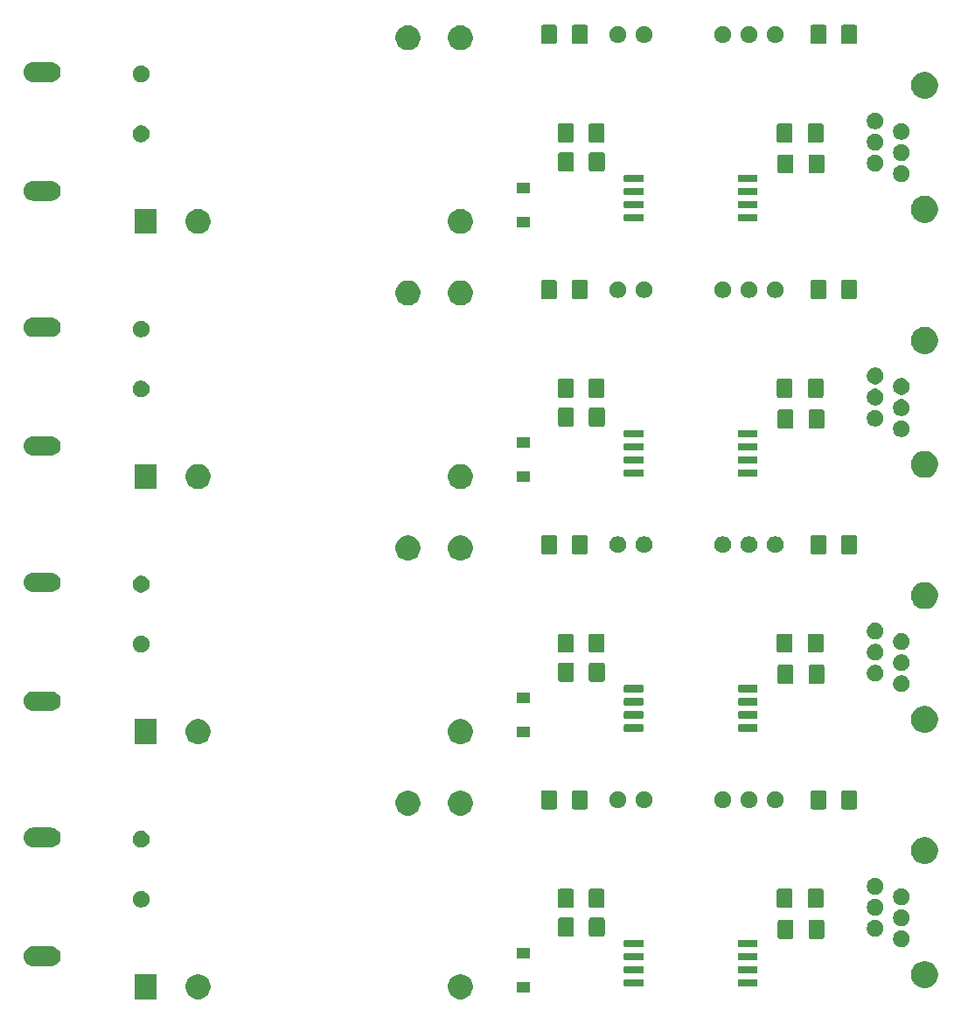
<source format=gbr>
G04 #@! TF.GenerationSoftware,KiCad,Pcbnew,(5.1.5)-3*
G04 #@! TF.CreationDate,2020-11-20T20:52:32+01:00*
G04 #@! TF.ProjectId,IsolationBarrier,49736f6c-6174-4696-9f6e-426172726965,rev?*
G04 #@! TF.SameCoordinates,Original*
G04 #@! TF.FileFunction,Soldermask,Top*
G04 #@! TF.FilePolarity,Negative*
%FSLAX46Y46*%
G04 Gerber Fmt 4.6, Leading zero omitted, Abs format (unit mm)*
G04 Created by KiCad (PCBNEW (5.1.5)-3) date 2020-11-20 20:52:32*
%MOMM*%
%LPD*%
G04 APERTURE LIST*
%ADD10C,0.100000*%
G04 APERTURE END LIST*
D10*
G36*
X77361318Y-180486453D02*
G01*
X77579885Y-180576987D01*
X77579887Y-180576988D01*
X77776593Y-180708422D01*
X77943878Y-180875707D01*
X78046219Y-181028872D01*
X78075313Y-181072415D01*
X78165847Y-181290982D01*
X78212000Y-181523010D01*
X78212000Y-181759590D01*
X78165847Y-181991618D01*
X78085828Y-182184800D01*
X78075312Y-182210187D01*
X77943878Y-182406893D01*
X77776593Y-182574178D01*
X77579887Y-182705612D01*
X77579886Y-182705613D01*
X77579885Y-182705613D01*
X77361318Y-182796147D01*
X77129290Y-182842300D01*
X76892710Y-182842300D01*
X76660682Y-182796147D01*
X76442115Y-182705613D01*
X76442114Y-182705613D01*
X76442113Y-182705612D01*
X76245407Y-182574178D01*
X76078122Y-182406893D01*
X75946688Y-182210187D01*
X75936172Y-182184800D01*
X75856153Y-181991618D01*
X75810000Y-181759590D01*
X75810000Y-181523010D01*
X75856153Y-181290982D01*
X75946687Y-181072415D01*
X75975781Y-181028872D01*
X76078122Y-180875707D01*
X76245407Y-180708422D01*
X76442113Y-180576988D01*
X76442115Y-180576987D01*
X76660682Y-180486453D01*
X76892710Y-180440300D01*
X77129290Y-180440300D01*
X77361318Y-180486453D01*
G37*
G36*
X47582000Y-182842300D02*
G01*
X45480000Y-182842300D01*
X45480000Y-180440300D01*
X47582000Y-180440300D01*
X47582000Y-182842300D01*
G37*
G36*
X51961318Y-180486453D02*
G01*
X52179885Y-180576987D01*
X52179887Y-180576988D01*
X52376593Y-180708422D01*
X52543878Y-180875707D01*
X52646219Y-181028872D01*
X52675313Y-181072415D01*
X52765847Y-181290982D01*
X52812000Y-181523010D01*
X52812000Y-181759590D01*
X52765847Y-181991618D01*
X52685828Y-182184800D01*
X52675312Y-182210187D01*
X52543878Y-182406893D01*
X52376593Y-182574178D01*
X52179887Y-182705612D01*
X52179886Y-182705613D01*
X52179885Y-182705613D01*
X51961318Y-182796147D01*
X51729290Y-182842300D01*
X51492710Y-182842300D01*
X51260682Y-182796147D01*
X51042115Y-182705613D01*
X51042114Y-182705613D01*
X51042113Y-182705612D01*
X50845407Y-182574178D01*
X50678122Y-182406893D01*
X50546688Y-182210187D01*
X50536172Y-182184800D01*
X50456153Y-181991618D01*
X50410000Y-181759590D01*
X50410000Y-181523010D01*
X50456153Y-181290982D01*
X50546687Y-181072415D01*
X50575781Y-181028872D01*
X50678122Y-180875707D01*
X50845407Y-180708422D01*
X51042113Y-180576988D01*
X51042115Y-180576987D01*
X51260682Y-180486453D01*
X51492710Y-180440300D01*
X51729290Y-180440300D01*
X51961318Y-180486453D01*
G37*
G36*
X83772000Y-182184800D02*
G01*
X82470000Y-182184800D01*
X82470000Y-181182800D01*
X83772000Y-181182800D01*
X83772000Y-182184800D01*
G37*
G36*
X122330587Y-179207696D02*
G01*
X122567353Y-179305768D01*
X122567355Y-179305769D01*
X122780439Y-179448147D01*
X122961653Y-179629361D01*
X123034104Y-179737791D01*
X123104032Y-179842447D01*
X123202104Y-180079213D01*
X123252100Y-180330561D01*
X123252100Y-180586839D01*
X123202104Y-180838187D01*
X123139902Y-180988355D01*
X123104031Y-181074955D01*
X122961653Y-181288039D01*
X122780439Y-181469253D01*
X122567355Y-181611631D01*
X122567354Y-181611632D01*
X122567353Y-181611632D01*
X122330587Y-181709704D01*
X122079239Y-181759700D01*
X121822961Y-181759700D01*
X121571613Y-181709704D01*
X121334847Y-181611632D01*
X121334846Y-181611632D01*
X121334845Y-181611631D01*
X121121761Y-181469253D01*
X120940547Y-181288039D01*
X120798169Y-181074955D01*
X120762298Y-180988355D01*
X120700096Y-180838187D01*
X120650100Y-180586839D01*
X120650100Y-180330561D01*
X120700096Y-180079213D01*
X120798168Y-179842447D01*
X120868097Y-179737791D01*
X120940547Y-179629361D01*
X121121761Y-179448147D01*
X121334845Y-179305769D01*
X121334847Y-179305768D01*
X121571613Y-179207696D01*
X121822961Y-179157700D01*
X122079239Y-179157700D01*
X122330587Y-179207696D01*
G37*
G36*
X94655928Y-180940564D02*
G01*
X94677009Y-180946960D01*
X94696445Y-180957348D01*
X94713476Y-180971324D01*
X94727452Y-180988355D01*
X94737840Y-181007791D01*
X94744236Y-181028872D01*
X94747000Y-181056940D01*
X94747000Y-181520660D01*
X94744236Y-181548728D01*
X94737840Y-181569809D01*
X94727452Y-181589245D01*
X94713476Y-181606276D01*
X94696445Y-181620252D01*
X94677009Y-181630640D01*
X94655928Y-181637036D01*
X94627860Y-181639800D01*
X92964140Y-181639800D01*
X92936072Y-181637036D01*
X92914991Y-181630640D01*
X92895555Y-181620252D01*
X92878524Y-181606276D01*
X92864548Y-181589245D01*
X92854160Y-181569809D01*
X92847764Y-181548728D01*
X92845000Y-181520660D01*
X92845000Y-181056940D01*
X92847764Y-181028872D01*
X92854160Y-181007791D01*
X92864548Y-180988355D01*
X92878524Y-180971324D01*
X92895555Y-180957348D01*
X92914991Y-180946960D01*
X92936072Y-180940564D01*
X92964140Y-180937800D01*
X94627860Y-180937800D01*
X94655928Y-180940564D01*
G37*
G36*
X105705928Y-180940564D02*
G01*
X105727009Y-180946960D01*
X105746445Y-180957348D01*
X105763476Y-180971324D01*
X105777452Y-180988355D01*
X105787840Y-181007791D01*
X105794236Y-181028872D01*
X105797000Y-181056940D01*
X105797000Y-181520660D01*
X105794236Y-181548728D01*
X105787840Y-181569809D01*
X105777452Y-181589245D01*
X105763476Y-181606276D01*
X105746445Y-181620252D01*
X105727009Y-181630640D01*
X105705928Y-181637036D01*
X105677860Y-181639800D01*
X104014140Y-181639800D01*
X103986072Y-181637036D01*
X103964991Y-181630640D01*
X103945555Y-181620252D01*
X103928524Y-181606276D01*
X103914548Y-181589245D01*
X103904160Y-181569809D01*
X103897764Y-181548728D01*
X103895000Y-181520660D01*
X103895000Y-181056940D01*
X103897764Y-181028872D01*
X103904160Y-181007791D01*
X103914548Y-180988355D01*
X103928524Y-180971324D01*
X103945555Y-180957348D01*
X103964991Y-180946960D01*
X103986072Y-180940564D01*
X104014140Y-180937800D01*
X105677860Y-180937800D01*
X105705928Y-180940564D01*
G37*
G36*
X105705928Y-179670564D02*
G01*
X105727009Y-179676960D01*
X105746445Y-179687348D01*
X105763476Y-179701324D01*
X105777452Y-179718355D01*
X105787840Y-179737791D01*
X105794236Y-179758872D01*
X105797000Y-179786940D01*
X105797000Y-180250660D01*
X105794236Y-180278728D01*
X105787840Y-180299809D01*
X105777452Y-180319245D01*
X105763476Y-180336276D01*
X105746445Y-180350252D01*
X105727009Y-180360640D01*
X105705928Y-180367036D01*
X105677860Y-180369800D01*
X104014140Y-180369800D01*
X103986072Y-180367036D01*
X103964991Y-180360640D01*
X103945555Y-180350252D01*
X103928524Y-180336276D01*
X103914548Y-180319245D01*
X103904160Y-180299809D01*
X103897764Y-180278728D01*
X103895000Y-180250660D01*
X103895000Y-179786940D01*
X103897764Y-179758872D01*
X103904160Y-179737791D01*
X103914548Y-179718355D01*
X103928524Y-179701324D01*
X103945555Y-179687348D01*
X103964991Y-179676960D01*
X103986072Y-179670564D01*
X104014140Y-179667800D01*
X105677860Y-179667800D01*
X105705928Y-179670564D01*
G37*
G36*
X94655928Y-179670564D02*
G01*
X94677009Y-179676960D01*
X94696445Y-179687348D01*
X94713476Y-179701324D01*
X94727452Y-179718355D01*
X94737840Y-179737791D01*
X94744236Y-179758872D01*
X94747000Y-179786940D01*
X94747000Y-180250660D01*
X94744236Y-180278728D01*
X94737840Y-180299809D01*
X94727452Y-180319245D01*
X94713476Y-180336276D01*
X94696445Y-180350252D01*
X94677009Y-180360640D01*
X94655928Y-180367036D01*
X94627860Y-180369800D01*
X92964140Y-180369800D01*
X92936072Y-180367036D01*
X92914991Y-180360640D01*
X92895555Y-180350252D01*
X92878524Y-180336276D01*
X92864548Y-180319245D01*
X92854160Y-180299809D01*
X92847764Y-180278728D01*
X92845000Y-180250660D01*
X92845000Y-179786940D01*
X92847764Y-179758872D01*
X92854160Y-179737791D01*
X92864548Y-179718355D01*
X92878524Y-179701324D01*
X92895555Y-179687348D01*
X92914991Y-179676960D01*
X92936072Y-179670564D01*
X92964140Y-179667800D01*
X94627860Y-179667800D01*
X94655928Y-179670564D01*
G37*
G36*
X37544425Y-177754560D02*
G01*
X37544428Y-177754561D01*
X37544429Y-177754561D01*
X37723693Y-177808940D01*
X37723696Y-177808942D01*
X37723697Y-177808942D01*
X37888903Y-177897246D01*
X38033712Y-178016088D01*
X38152554Y-178160897D01*
X38240858Y-178326103D01*
X38240860Y-178326107D01*
X38283839Y-178467791D01*
X38295240Y-178505375D01*
X38313601Y-178691800D01*
X38295240Y-178878225D01*
X38295239Y-178878228D01*
X38295239Y-178878229D01*
X38240860Y-179057493D01*
X38240858Y-179057496D01*
X38240858Y-179057497D01*
X38152554Y-179222703D01*
X38033712Y-179367512D01*
X37888903Y-179486354D01*
X37723697Y-179574658D01*
X37723693Y-179574660D01*
X37544429Y-179629039D01*
X37544428Y-179629039D01*
X37544425Y-179629040D01*
X37404718Y-179642800D01*
X35611282Y-179642800D01*
X35471575Y-179629040D01*
X35471572Y-179629039D01*
X35471571Y-179629039D01*
X35292307Y-179574660D01*
X35292303Y-179574658D01*
X35127097Y-179486354D01*
X34982288Y-179367512D01*
X34863446Y-179222703D01*
X34775142Y-179057497D01*
X34775142Y-179057496D01*
X34775140Y-179057493D01*
X34720761Y-178878229D01*
X34720761Y-178878228D01*
X34720760Y-178878225D01*
X34702399Y-178691800D01*
X34720760Y-178505375D01*
X34732161Y-178467791D01*
X34775140Y-178326107D01*
X34775142Y-178326103D01*
X34863446Y-178160897D01*
X34982288Y-178016088D01*
X35127097Y-177897246D01*
X35292303Y-177808942D01*
X35292304Y-177808942D01*
X35292307Y-177808940D01*
X35471571Y-177754561D01*
X35471572Y-177754561D01*
X35471575Y-177754560D01*
X35611282Y-177740800D01*
X37404718Y-177740800D01*
X37544425Y-177754560D01*
G37*
G36*
X105705928Y-178400564D02*
G01*
X105727009Y-178406960D01*
X105746445Y-178417348D01*
X105763476Y-178431324D01*
X105777452Y-178448355D01*
X105787840Y-178467791D01*
X105794236Y-178488872D01*
X105797000Y-178516940D01*
X105797000Y-178980660D01*
X105794236Y-179008728D01*
X105787840Y-179029809D01*
X105777452Y-179049245D01*
X105763476Y-179066276D01*
X105746445Y-179080252D01*
X105727009Y-179090640D01*
X105705928Y-179097036D01*
X105677860Y-179099800D01*
X104014140Y-179099800D01*
X103986072Y-179097036D01*
X103964991Y-179090640D01*
X103945555Y-179080252D01*
X103928524Y-179066276D01*
X103914548Y-179049245D01*
X103904160Y-179029809D01*
X103897764Y-179008728D01*
X103895000Y-178980660D01*
X103895000Y-178516940D01*
X103897764Y-178488872D01*
X103904160Y-178467791D01*
X103914548Y-178448355D01*
X103928524Y-178431324D01*
X103945555Y-178417348D01*
X103964991Y-178406960D01*
X103986072Y-178400564D01*
X104014140Y-178397800D01*
X105677860Y-178397800D01*
X105705928Y-178400564D01*
G37*
G36*
X94655928Y-178400564D02*
G01*
X94677009Y-178406960D01*
X94696445Y-178417348D01*
X94713476Y-178431324D01*
X94727452Y-178448355D01*
X94737840Y-178467791D01*
X94744236Y-178488872D01*
X94747000Y-178516940D01*
X94747000Y-178980660D01*
X94744236Y-179008728D01*
X94737840Y-179029809D01*
X94727452Y-179049245D01*
X94713476Y-179066276D01*
X94696445Y-179080252D01*
X94677009Y-179090640D01*
X94655928Y-179097036D01*
X94627860Y-179099800D01*
X92964140Y-179099800D01*
X92936072Y-179097036D01*
X92914991Y-179090640D01*
X92895555Y-179080252D01*
X92878524Y-179066276D01*
X92864548Y-179049245D01*
X92854160Y-179029809D01*
X92847764Y-179008728D01*
X92845000Y-178980660D01*
X92845000Y-178516940D01*
X92847764Y-178488872D01*
X92854160Y-178467791D01*
X92864548Y-178448355D01*
X92878524Y-178431324D01*
X92895555Y-178417348D01*
X92914991Y-178406960D01*
X92936072Y-178400564D01*
X92964140Y-178397800D01*
X94627860Y-178397800D01*
X94655928Y-178400564D01*
G37*
G36*
X83772000Y-178884800D02*
G01*
X82470000Y-178884800D01*
X82470000Y-177882800D01*
X83772000Y-177882800D01*
X83772000Y-178884800D01*
G37*
G36*
X94655928Y-177130564D02*
G01*
X94677009Y-177136960D01*
X94696445Y-177147348D01*
X94713476Y-177161324D01*
X94727452Y-177178355D01*
X94737840Y-177197791D01*
X94744236Y-177218872D01*
X94747000Y-177246940D01*
X94747000Y-177710660D01*
X94744236Y-177738728D01*
X94737840Y-177759809D01*
X94727452Y-177779245D01*
X94713476Y-177796276D01*
X94696445Y-177810252D01*
X94677009Y-177820640D01*
X94655928Y-177827036D01*
X94627860Y-177829800D01*
X92964140Y-177829800D01*
X92936072Y-177827036D01*
X92914991Y-177820640D01*
X92895555Y-177810252D01*
X92878524Y-177796276D01*
X92864548Y-177779245D01*
X92854160Y-177759809D01*
X92847764Y-177738728D01*
X92845000Y-177710660D01*
X92845000Y-177246940D01*
X92847764Y-177218872D01*
X92854160Y-177197791D01*
X92864548Y-177178355D01*
X92878524Y-177161324D01*
X92895555Y-177147348D01*
X92914991Y-177136960D01*
X92936072Y-177130564D01*
X92964140Y-177127800D01*
X94627860Y-177127800D01*
X94655928Y-177130564D01*
G37*
G36*
X105705928Y-177130564D02*
G01*
X105727009Y-177136960D01*
X105746445Y-177147348D01*
X105763476Y-177161324D01*
X105777452Y-177178355D01*
X105787840Y-177197791D01*
X105794236Y-177218872D01*
X105797000Y-177246940D01*
X105797000Y-177710660D01*
X105794236Y-177738728D01*
X105787840Y-177759809D01*
X105777452Y-177779245D01*
X105763476Y-177796276D01*
X105746445Y-177810252D01*
X105727009Y-177820640D01*
X105705928Y-177827036D01*
X105677860Y-177829800D01*
X104014140Y-177829800D01*
X103986072Y-177827036D01*
X103964991Y-177820640D01*
X103945555Y-177810252D01*
X103928524Y-177796276D01*
X103914548Y-177779245D01*
X103904160Y-177759809D01*
X103897764Y-177738728D01*
X103895000Y-177710660D01*
X103895000Y-177246940D01*
X103897764Y-177218872D01*
X103904160Y-177197791D01*
X103914548Y-177178355D01*
X103928524Y-177161324D01*
X103945555Y-177147348D01*
X103964991Y-177136960D01*
X103986072Y-177130564D01*
X104014140Y-177127800D01*
X105677860Y-177127800D01*
X105705928Y-177130564D01*
G37*
G36*
X119953242Y-176226942D02*
G01*
X120101201Y-176288229D01*
X120234355Y-176377199D01*
X120347601Y-176490445D01*
X120436571Y-176623599D01*
X120497858Y-176771558D01*
X120529100Y-176928625D01*
X120529100Y-177088775D01*
X120497858Y-177245842D01*
X120436571Y-177393801D01*
X120347601Y-177526955D01*
X120234355Y-177640201D01*
X120101201Y-177729171D01*
X119953242Y-177790458D01*
X119796175Y-177821700D01*
X119636025Y-177821700D01*
X119478958Y-177790458D01*
X119330999Y-177729171D01*
X119197845Y-177640201D01*
X119084599Y-177526955D01*
X118995629Y-177393801D01*
X118934342Y-177245842D01*
X118903100Y-177088775D01*
X118903100Y-176928625D01*
X118934342Y-176771558D01*
X118995629Y-176623599D01*
X119084599Y-176490445D01*
X119197845Y-176377199D01*
X119330999Y-176288229D01*
X119478958Y-176226942D01*
X119636025Y-176195700D01*
X119796175Y-176195700D01*
X119953242Y-176226942D01*
G37*
G36*
X109118062Y-175161981D02*
G01*
X109152981Y-175172574D01*
X109185163Y-175189776D01*
X109213373Y-175212927D01*
X109236524Y-175241137D01*
X109253726Y-175273319D01*
X109264319Y-175308238D01*
X109268500Y-175350695D01*
X109268500Y-176816905D01*
X109264319Y-176859362D01*
X109253726Y-176894281D01*
X109236524Y-176926463D01*
X109213373Y-176954673D01*
X109185163Y-176977824D01*
X109152981Y-176995026D01*
X109118062Y-177005619D01*
X109075605Y-177009800D01*
X107934395Y-177009800D01*
X107891938Y-177005619D01*
X107857019Y-176995026D01*
X107824837Y-176977824D01*
X107796627Y-176954673D01*
X107773476Y-176926463D01*
X107756274Y-176894281D01*
X107745681Y-176859362D01*
X107741500Y-176816905D01*
X107741500Y-175350695D01*
X107745681Y-175308238D01*
X107756274Y-175273319D01*
X107773476Y-175241137D01*
X107796627Y-175212927D01*
X107824837Y-175189776D01*
X107857019Y-175172574D01*
X107891938Y-175161981D01*
X107934395Y-175157800D01*
X109075605Y-175157800D01*
X109118062Y-175161981D01*
G37*
G36*
X112093062Y-175161981D02*
G01*
X112127981Y-175172574D01*
X112160163Y-175189776D01*
X112188373Y-175212927D01*
X112211524Y-175241137D01*
X112228726Y-175273319D01*
X112239319Y-175308238D01*
X112243500Y-175350695D01*
X112243500Y-176816905D01*
X112239319Y-176859362D01*
X112228726Y-176894281D01*
X112211524Y-176926463D01*
X112188373Y-176954673D01*
X112160163Y-176977824D01*
X112127981Y-176995026D01*
X112093062Y-177005619D01*
X112050605Y-177009800D01*
X110909395Y-177009800D01*
X110866938Y-177005619D01*
X110832019Y-176995026D01*
X110799837Y-176977824D01*
X110771627Y-176954673D01*
X110748476Y-176926463D01*
X110731274Y-176894281D01*
X110720681Y-176859362D01*
X110716500Y-176816905D01*
X110716500Y-175350695D01*
X110720681Y-175308238D01*
X110731274Y-175273319D01*
X110748476Y-175241137D01*
X110771627Y-175212927D01*
X110799837Y-175189776D01*
X110832019Y-175172574D01*
X110866938Y-175161981D01*
X110909395Y-175157800D01*
X112050605Y-175157800D01*
X112093062Y-175161981D01*
G37*
G36*
X87859062Y-174961981D02*
G01*
X87893981Y-174972574D01*
X87926163Y-174989776D01*
X87954373Y-175012927D01*
X87977524Y-175041137D01*
X87994726Y-175073319D01*
X88005319Y-175108238D01*
X88009500Y-175150695D01*
X88009500Y-176616905D01*
X88005319Y-176659362D01*
X87994726Y-176694281D01*
X87977524Y-176726463D01*
X87954373Y-176754673D01*
X87926163Y-176777824D01*
X87893981Y-176795026D01*
X87859062Y-176805619D01*
X87816605Y-176809800D01*
X86675395Y-176809800D01*
X86632938Y-176805619D01*
X86598019Y-176795026D01*
X86565837Y-176777824D01*
X86537627Y-176754673D01*
X86514476Y-176726463D01*
X86497274Y-176694281D01*
X86486681Y-176659362D01*
X86482500Y-176616905D01*
X86482500Y-175150695D01*
X86486681Y-175108238D01*
X86497274Y-175073319D01*
X86514476Y-175041137D01*
X86537627Y-175012927D01*
X86565837Y-174989776D01*
X86598019Y-174972574D01*
X86632938Y-174961981D01*
X86675395Y-174957800D01*
X87816605Y-174957800D01*
X87859062Y-174961981D01*
G37*
G36*
X90834062Y-174961981D02*
G01*
X90868981Y-174972574D01*
X90901163Y-174989776D01*
X90929373Y-175012927D01*
X90952524Y-175041137D01*
X90969726Y-175073319D01*
X90980319Y-175108238D01*
X90984500Y-175150695D01*
X90984500Y-176616905D01*
X90980319Y-176659362D01*
X90969726Y-176694281D01*
X90952524Y-176726463D01*
X90929373Y-176754673D01*
X90901163Y-176777824D01*
X90868981Y-176795026D01*
X90834062Y-176805619D01*
X90791605Y-176809800D01*
X89650395Y-176809800D01*
X89607938Y-176805619D01*
X89573019Y-176795026D01*
X89540837Y-176777824D01*
X89512627Y-176754673D01*
X89489476Y-176726463D01*
X89472274Y-176694281D01*
X89461681Y-176659362D01*
X89457500Y-176616905D01*
X89457500Y-175150695D01*
X89461681Y-175108238D01*
X89472274Y-175073319D01*
X89489476Y-175041137D01*
X89512627Y-175012927D01*
X89540837Y-174989776D01*
X89573019Y-174972574D01*
X89607938Y-174961981D01*
X89650395Y-174957800D01*
X90791605Y-174957800D01*
X90834062Y-174961981D01*
G37*
G36*
X117413242Y-175206942D02*
G01*
X117561201Y-175268229D01*
X117694355Y-175357199D01*
X117807601Y-175470445D01*
X117896571Y-175603599D01*
X117957858Y-175751558D01*
X117989100Y-175908625D01*
X117989100Y-176068775D01*
X117957858Y-176225842D01*
X117896571Y-176373801D01*
X117807601Y-176506955D01*
X117694355Y-176620201D01*
X117561201Y-176709171D01*
X117413242Y-176770458D01*
X117256175Y-176801700D01*
X117096025Y-176801700D01*
X116938958Y-176770458D01*
X116790999Y-176709171D01*
X116657845Y-176620201D01*
X116544599Y-176506955D01*
X116455629Y-176373801D01*
X116394342Y-176225842D01*
X116363100Y-176068775D01*
X116363100Y-175908625D01*
X116394342Y-175751558D01*
X116455629Y-175603599D01*
X116544599Y-175470445D01*
X116657845Y-175357199D01*
X116790999Y-175268229D01*
X116938958Y-175206942D01*
X117096025Y-175175700D01*
X117256175Y-175175700D01*
X117413242Y-175206942D01*
G37*
G36*
X119953242Y-174186942D02*
G01*
X120101201Y-174248229D01*
X120234355Y-174337199D01*
X120347601Y-174450445D01*
X120436571Y-174583599D01*
X120497858Y-174731558D01*
X120529100Y-174888625D01*
X120529100Y-175048775D01*
X120497858Y-175205842D01*
X120436571Y-175353801D01*
X120347601Y-175486955D01*
X120234355Y-175600201D01*
X120101201Y-175689171D01*
X119953242Y-175750458D01*
X119796175Y-175781700D01*
X119636025Y-175781700D01*
X119478958Y-175750458D01*
X119330999Y-175689171D01*
X119197845Y-175600201D01*
X119084599Y-175486955D01*
X118995629Y-175353801D01*
X118934342Y-175205842D01*
X118903100Y-175048775D01*
X118903100Y-174888625D01*
X118934342Y-174731558D01*
X118995629Y-174583599D01*
X119084599Y-174450445D01*
X119197845Y-174337199D01*
X119330999Y-174248229D01*
X119478958Y-174186942D01*
X119636025Y-174155700D01*
X119796175Y-174155700D01*
X119953242Y-174186942D01*
G37*
G36*
X117413242Y-173166942D02*
G01*
X117561201Y-173228229D01*
X117694355Y-173317199D01*
X117807601Y-173430445D01*
X117896571Y-173563599D01*
X117957858Y-173711558D01*
X117989100Y-173868625D01*
X117989100Y-174028775D01*
X117957858Y-174185842D01*
X117896571Y-174333801D01*
X117807601Y-174466955D01*
X117694355Y-174580201D01*
X117561201Y-174669171D01*
X117413242Y-174730458D01*
X117256175Y-174761700D01*
X117096025Y-174761700D01*
X116938958Y-174730458D01*
X116790999Y-174669171D01*
X116657845Y-174580201D01*
X116544599Y-174466955D01*
X116455629Y-174333801D01*
X116394342Y-174185842D01*
X116363100Y-174028775D01*
X116363100Y-173868625D01*
X116394342Y-173711558D01*
X116455629Y-173563599D01*
X116544599Y-173430445D01*
X116657845Y-173317199D01*
X116790999Y-173228229D01*
X116938958Y-173166942D01*
X117096025Y-173135700D01*
X117256175Y-173135700D01*
X117413242Y-173166942D01*
G37*
G36*
X87834062Y-172161981D02*
G01*
X87868981Y-172172574D01*
X87901163Y-172189776D01*
X87929373Y-172212927D01*
X87952524Y-172241137D01*
X87969726Y-172273319D01*
X87980319Y-172308238D01*
X87984500Y-172350695D01*
X87984500Y-173816905D01*
X87980319Y-173859362D01*
X87969726Y-173894281D01*
X87952524Y-173926463D01*
X87929373Y-173954673D01*
X87901163Y-173977824D01*
X87868981Y-173995026D01*
X87834062Y-174005619D01*
X87791605Y-174009800D01*
X86650395Y-174009800D01*
X86607938Y-174005619D01*
X86573019Y-173995026D01*
X86540837Y-173977824D01*
X86512627Y-173954673D01*
X86489476Y-173926463D01*
X86472274Y-173894281D01*
X86461681Y-173859362D01*
X86457500Y-173816905D01*
X86457500Y-172350695D01*
X86461681Y-172308238D01*
X86472274Y-172273319D01*
X86489476Y-172241137D01*
X86512627Y-172212927D01*
X86540837Y-172189776D01*
X86573019Y-172172574D01*
X86607938Y-172161981D01*
X86650395Y-172157800D01*
X87791605Y-172157800D01*
X87834062Y-172161981D01*
G37*
G36*
X90809062Y-172161981D02*
G01*
X90843981Y-172172574D01*
X90876163Y-172189776D01*
X90904373Y-172212927D01*
X90927524Y-172241137D01*
X90944726Y-172273319D01*
X90955319Y-172308238D01*
X90959500Y-172350695D01*
X90959500Y-173816905D01*
X90955319Y-173859362D01*
X90944726Y-173894281D01*
X90927524Y-173926463D01*
X90904373Y-173954673D01*
X90876163Y-173977824D01*
X90843981Y-173995026D01*
X90809062Y-174005619D01*
X90766605Y-174009800D01*
X89625395Y-174009800D01*
X89582938Y-174005619D01*
X89548019Y-173995026D01*
X89515837Y-173977824D01*
X89487627Y-173954673D01*
X89464476Y-173926463D01*
X89447274Y-173894281D01*
X89436681Y-173859362D01*
X89432500Y-173816905D01*
X89432500Y-172350695D01*
X89436681Y-172308238D01*
X89447274Y-172273319D01*
X89464476Y-172241137D01*
X89487627Y-172212927D01*
X89515837Y-172189776D01*
X89548019Y-172172574D01*
X89582938Y-172161981D01*
X89625395Y-172157800D01*
X90766605Y-172157800D01*
X90809062Y-172161981D01*
G37*
G36*
X112005562Y-172161981D02*
G01*
X112040481Y-172172574D01*
X112072663Y-172189776D01*
X112100873Y-172212927D01*
X112124024Y-172241137D01*
X112141226Y-172273319D01*
X112151819Y-172308238D01*
X112156000Y-172350695D01*
X112156000Y-173816905D01*
X112151819Y-173859362D01*
X112141226Y-173894281D01*
X112124024Y-173926463D01*
X112100873Y-173954673D01*
X112072663Y-173977824D01*
X112040481Y-173995026D01*
X112005562Y-174005619D01*
X111963105Y-174009800D01*
X110821895Y-174009800D01*
X110779438Y-174005619D01*
X110744519Y-173995026D01*
X110712337Y-173977824D01*
X110684127Y-173954673D01*
X110660976Y-173926463D01*
X110643774Y-173894281D01*
X110633181Y-173859362D01*
X110629000Y-173816905D01*
X110629000Y-172350695D01*
X110633181Y-172308238D01*
X110643774Y-172273319D01*
X110660976Y-172241137D01*
X110684127Y-172212927D01*
X110712337Y-172189776D01*
X110744519Y-172172574D01*
X110779438Y-172161981D01*
X110821895Y-172157800D01*
X111963105Y-172157800D01*
X112005562Y-172161981D01*
G37*
G36*
X109030562Y-172161981D02*
G01*
X109065481Y-172172574D01*
X109097663Y-172189776D01*
X109125873Y-172212927D01*
X109149024Y-172241137D01*
X109166226Y-172273319D01*
X109176819Y-172308238D01*
X109181000Y-172350695D01*
X109181000Y-173816905D01*
X109176819Y-173859362D01*
X109166226Y-173894281D01*
X109149024Y-173926463D01*
X109125873Y-173954673D01*
X109097663Y-173977824D01*
X109065481Y-173995026D01*
X109030562Y-174005619D01*
X108988105Y-174009800D01*
X107846895Y-174009800D01*
X107804438Y-174005619D01*
X107769519Y-173995026D01*
X107737337Y-173977824D01*
X107709127Y-173954673D01*
X107685976Y-173926463D01*
X107668774Y-173894281D01*
X107658181Y-173859362D01*
X107654000Y-173816905D01*
X107654000Y-172350695D01*
X107658181Y-172308238D01*
X107668774Y-172273319D01*
X107685976Y-172241137D01*
X107709127Y-172212927D01*
X107737337Y-172189776D01*
X107769519Y-172172574D01*
X107804438Y-172161981D01*
X107846895Y-172157800D01*
X108988105Y-172157800D01*
X109030562Y-172161981D01*
G37*
G36*
X46328942Y-172381742D02*
G01*
X46476901Y-172443029D01*
X46610055Y-172531999D01*
X46723301Y-172645245D01*
X46812271Y-172778399D01*
X46873558Y-172926358D01*
X46904800Y-173083425D01*
X46904800Y-173243575D01*
X46873558Y-173400642D01*
X46812271Y-173548601D01*
X46723301Y-173681755D01*
X46610055Y-173795001D01*
X46476901Y-173883971D01*
X46328942Y-173945258D01*
X46171875Y-173976500D01*
X46011725Y-173976500D01*
X45854658Y-173945258D01*
X45706699Y-173883971D01*
X45573545Y-173795001D01*
X45460299Y-173681755D01*
X45371329Y-173548601D01*
X45310042Y-173400642D01*
X45278800Y-173243575D01*
X45278800Y-173083425D01*
X45310042Y-172926358D01*
X45371329Y-172778399D01*
X45460299Y-172645245D01*
X45573545Y-172531999D01*
X45706699Y-172443029D01*
X45854658Y-172381742D01*
X46011725Y-172350500D01*
X46171875Y-172350500D01*
X46328942Y-172381742D01*
G37*
G36*
X119953242Y-172146942D02*
G01*
X120101201Y-172208229D01*
X120234355Y-172297199D01*
X120347601Y-172410445D01*
X120436571Y-172543599D01*
X120497858Y-172691558D01*
X120529100Y-172848625D01*
X120529100Y-173008775D01*
X120497858Y-173165842D01*
X120436571Y-173313801D01*
X120347601Y-173446955D01*
X120234355Y-173560201D01*
X120101201Y-173649171D01*
X119953242Y-173710458D01*
X119796175Y-173741700D01*
X119636025Y-173741700D01*
X119478958Y-173710458D01*
X119330999Y-173649171D01*
X119197845Y-173560201D01*
X119084599Y-173446955D01*
X118995629Y-173313801D01*
X118934342Y-173165842D01*
X118903100Y-173008775D01*
X118903100Y-172848625D01*
X118934342Y-172691558D01*
X118995629Y-172543599D01*
X119084599Y-172410445D01*
X119197845Y-172297199D01*
X119330999Y-172208229D01*
X119478958Y-172146942D01*
X119636025Y-172115700D01*
X119796175Y-172115700D01*
X119953242Y-172146942D01*
G37*
G36*
X117413242Y-171126942D02*
G01*
X117561201Y-171188229D01*
X117694355Y-171277199D01*
X117807601Y-171390445D01*
X117896571Y-171523599D01*
X117957858Y-171671558D01*
X117989100Y-171828625D01*
X117989100Y-171988775D01*
X117957858Y-172145842D01*
X117896571Y-172293801D01*
X117807601Y-172426955D01*
X117694355Y-172540201D01*
X117561201Y-172629171D01*
X117413242Y-172690458D01*
X117256175Y-172721700D01*
X117096025Y-172721700D01*
X116938958Y-172690458D01*
X116790999Y-172629171D01*
X116657845Y-172540201D01*
X116544599Y-172426955D01*
X116455629Y-172293801D01*
X116394342Y-172145842D01*
X116363100Y-171988775D01*
X116363100Y-171828625D01*
X116394342Y-171671558D01*
X116455629Y-171523599D01*
X116544599Y-171390445D01*
X116657845Y-171277199D01*
X116790999Y-171188229D01*
X116938958Y-171126942D01*
X117096025Y-171095700D01*
X117256175Y-171095700D01*
X117413242Y-171126942D01*
G37*
G36*
X122330587Y-167207696D02*
G01*
X122567353Y-167305768D01*
X122567355Y-167305769D01*
X122780439Y-167448147D01*
X122961653Y-167629361D01*
X123041327Y-167748601D01*
X123104032Y-167842447D01*
X123202104Y-168079213D01*
X123252100Y-168330561D01*
X123252100Y-168586839D01*
X123202104Y-168838187D01*
X123104032Y-169074953D01*
X123104031Y-169074955D01*
X122961653Y-169288039D01*
X122780439Y-169469253D01*
X122567355Y-169611631D01*
X122567354Y-169611632D01*
X122567353Y-169611632D01*
X122330587Y-169709704D01*
X122079239Y-169759700D01*
X121822961Y-169759700D01*
X121571613Y-169709704D01*
X121334847Y-169611632D01*
X121334846Y-169611632D01*
X121334845Y-169611631D01*
X121121761Y-169469253D01*
X120940547Y-169288039D01*
X120798169Y-169074955D01*
X120798168Y-169074953D01*
X120700096Y-168838187D01*
X120650100Y-168586839D01*
X120650100Y-168330561D01*
X120700096Y-168079213D01*
X120798168Y-167842447D01*
X120860874Y-167748601D01*
X120940547Y-167629361D01*
X121121761Y-167448147D01*
X121334845Y-167305769D01*
X121334847Y-167305768D01*
X121571613Y-167207696D01*
X121822961Y-167157700D01*
X122079239Y-167157700D01*
X122330587Y-167207696D01*
G37*
G36*
X46328942Y-166581742D02*
G01*
X46476901Y-166643029D01*
X46610055Y-166731999D01*
X46723301Y-166845245D01*
X46812271Y-166978399D01*
X46873558Y-167126358D01*
X46904800Y-167283425D01*
X46904800Y-167443575D01*
X46873558Y-167600642D01*
X46812271Y-167748601D01*
X46723301Y-167881755D01*
X46610055Y-167995001D01*
X46476901Y-168083971D01*
X46328942Y-168145258D01*
X46171875Y-168176500D01*
X46011725Y-168176500D01*
X45854658Y-168145258D01*
X45706699Y-168083971D01*
X45573545Y-167995001D01*
X45460299Y-167881755D01*
X45371329Y-167748601D01*
X45310042Y-167600642D01*
X45278800Y-167443575D01*
X45278800Y-167283425D01*
X45310042Y-167126358D01*
X45371329Y-166978399D01*
X45460299Y-166845245D01*
X45573545Y-166731999D01*
X45706699Y-166643029D01*
X45854658Y-166581742D01*
X46011725Y-166550500D01*
X46171875Y-166550500D01*
X46328942Y-166581742D01*
G37*
G36*
X37544425Y-166254560D02*
G01*
X37544428Y-166254561D01*
X37544429Y-166254561D01*
X37723693Y-166308940D01*
X37723696Y-166308942D01*
X37723697Y-166308942D01*
X37888903Y-166397246D01*
X38033712Y-166516088D01*
X38152554Y-166660897D01*
X38240858Y-166826103D01*
X38240860Y-166826107D01*
X38246665Y-166845245D01*
X38295240Y-167005375D01*
X38313601Y-167191800D01*
X38295240Y-167378225D01*
X38295239Y-167378228D01*
X38295239Y-167378229D01*
X38240860Y-167557493D01*
X38240858Y-167557496D01*
X38240858Y-167557497D01*
X38152554Y-167722703D01*
X38033712Y-167867512D01*
X37888903Y-167986354D01*
X37723697Y-168074658D01*
X37723693Y-168074660D01*
X37544429Y-168129039D01*
X37544428Y-168129039D01*
X37544425Y-168129040D01*
X37404718Y-168142800D01*
X35611282Y-168142800D01*
X35471575Y-168129040D01*
X35471572Y-168129039D01*
X35471571Y-168129039D01*
X35292307Y-168074660D01*
X35292303Y-168074658D01*
X35127097Y-167986354D01*
X34982288Y-167867512D01*
X34863446Y-167722703D01*
X34775142Y-167557497D01*
X34775142Y-167557496D01*
X34775140Y-167557493D01*
X34720761Y-167378229D01*
X34720761Y-167378228D01*
X34720760Y-167378225D01*
X34702399Y-167191800D01*
X34720760Y-167005375D01*
X34769335Y-166845245D01*
X34775140Y-166826107D01*
X34775142Y-166826103D01*
X34863446Y-166660897D01*
X34982288Y-166516088D01*
X35127097Y-166397246D01*
X35292303Y-166308942D01*
X35292304Y-166308942D01*
X35292307Y-166308940D01*
X35471571Y-166254561D01*
X35471572Y-166254561D01*
X35471575Y-166254560D01*
X35611282Y-166240800D01*
X37404718Y-166240800D01*
X37544425Y-166254560D01*
G37*
G36*
X77361318Y-162706453D02*
G01*
X77579885Y-162796987D01*
X77579887Y-162796988D01*
X77776593Y-162928422D01*
X77943878Y-163095707D01*
X77985968Y-163158700D01*
X78075313Y-163292415D01*
X78165847Y-163510982D01*
X78212000Y-163743010D01*
X78212000Y-163979590D01*
X78165847Y-164211618D01*
X78105710Y-164356800D01*
X78075312Y-164430187D01*
X77943878Y-164626893D01*
X77776593Y-164794178D01*
X77579887Y-164925612D01*
X77579886Y-164925613D01*
X77579885Y-164925613D01*
X77361318Y-165016147D01*
X77129290Y-165062300D01*
X76892710Y-165062300D01*
X76660682Y-165016147D01*
X76442115Y-164925613D01*
X76442114Y-164925613D01*
X76442113Y-164925612D01*
X76245407Y-164794178D01*
X76078122Y-164626893D01*
X75946688Y-164430187D01*
X75916290Y-164356800D01*
X75856153Y-164211618D01*
X75810000Y-163979590D01*
X75810000Y-163743010D01*
X75856153Y-163510982D01*
X75946687Y-163292415D01*
X76036032Y-163158700D01*
X76078122Y-163095707D01*
X76245407Y-162928422D01*
X76442113Y-162796988D01*
X76442115Y-162796987D01*
X76660682Y-162706453D01*
X76892710Y-162660300D01*
X77129290Y-162660300D01*
X77361318Y-162706453D01*
G37*
G36*
X72281318Y-162706453D02*
G01*
X72499885Y-162796987D01*
X72499887Y-162796988D01*
X72696593Y-162928422D01*
X72863878Y-163095707D01*
X72905968Y-163158700D01*
X72995313Y-163292415D01*
X73085847Y-163510982D01*
X73132000Y-163743010D01*
X73132000Y-163979590D01*
X73085847Y-164211618D01*
X73025710Y-164356800D01*
X72995312Y-164430187D01*
X72863878Y-164626893D01*
X72696593Y-164794178D01*
X72499887Y-164925612D01*
X72499886Y-164925613D01*
X72499885Y-164925613D01*
X72281318Y-165016147D01*
X72049290Y-165062300D01*
X71812710Y-165062300D01*
X71580682Y-165016147D01*
X71362115Y-164925613D01*
X71362114Y-164925613D01*
X71362113Y-164925612D01*
X71165407Y-164794178D01*
X70998122Y-164626893D01*
X70866688Y-164430187D01*
X70836290Y-164356800D01*
X70776153Y-164211618D01*
X70730000Y-163979590D01*
X70730000Y-163743010D01*
X70776153Y-163510982D01*
X70866687Y-163292415D01*
X70956032Y-163158700D01*
X70998122Y-163095707D01*
X71165407Y-162928422D01*
X71362113Y-162796988D01*
X71362115Y-162796987D01*
X71580682Y-162706453D01*
X71812710Y-162660300D01*
X72049290Y-162660300D01*
X72281318Y-162706453D01*
G37*
G36*
X89181062Y-162621981D02*
G01*
X89215981Y-162632574D01*
X89248163Y-162649776D01*
X89276373Y-162672927D01*
X89299524Y-162701137D01*
X89316726Y-162733319D01*
X89327319Y-162768238D01*
X89331500Y-162810695D01*
X89331500Y-164276905D01*
X89327319Y-164319362D01*
X89316726Y-164354281D01*
X89299524Y-164386463D01*
X89276373Y-164414673D01*
X89248163Y-164437824D01*
X89215981Y-164455026D01*
X89181062Y-164465619D01*
X89138605Y-164469800D01*
X87997395Y-164469800D01*
X87954938Y-164465619D01*
X87920019Y-164455026D01*
X87887837Y-164437824D01*
X87859627Y-164414673D01*
X87836476Y-164386463D01*
X87819274Y-164354281D01*
X87808681Y-164319362D01*
X87804500Y-164276905D01*
X87804500Y-162810695D01*
X87808681Y-162768238D01*
X87819274Y-162733319D01*
X87836476Y-162701137D01*
X87859627Y-162672927D01*
X87887837Y-162649776D01*
X87920019Y-162632574D01*
X87954938Y-162621981D01*
X87997395Y-162617800D01*
X89138605Y-162617800D01*
X89181062Y-162621981D01*
G37*
G36*
X86206062Y-162621981D02*
G01*
X86240981Y-162632574D01*
X86273163Y-162649776D01*
X86301373Y-162672927D01*
X86324524Y-162701137D01*
X86341726Y-162733319D01*
X86352319Y-162768238D01*
X86356500Y-162810695D01*
X86356500Y-164276905D01*
X86352319Y-164319362D01*
X86341726Y-164354281D01*
X86324524Y-164386463D01*
X86301373Y-164414673D01*
X86273163Y-164437824D01*
X86240981Y-164455026D01*
X86206062Y-164465619D01*
X86163605Y-164469800D01*
X85022395Y-164469800D01*
X84979938Y-164465619D01*
X84945019Y-164455026D01*
X84912837Y-164437824D01*
X84884627Y-164414673D01*
X84861476Y-164386463D01*
X84844274Y-164354281D01*
X84833681Y-164319362D01*
X84829500Y-164276905D01*
X84829500Y-162810695D01*
X84833681Y-162768238D01*
X84844274Y-162733319D01*
X84861476Y-162701137D01*
X84884627Y-162672927D01*
X84912837Y-162649776D01*
X84945019Y-162632574D01*
X84979938Y-162621981D01*
X85022395Y-162617800D01*
X86163605Y-162617800D01*
X86206062Y-162621981D01*
G37*
G36*
X112295062Y-162621981D02*
G01*
X112329981Y-162632574D01*
X112362163Y-162649776D01*
X112390373Y-162672927D01*
X112413524Y-162701137D01*
X112430726Y-162733319D01*
X112441319Y-162768238D01*
X112445500Y-162810695D01*
X112445500Y-164276905D01*
X112441319Y-164319362D01*
X112430726Y-164354281D01*
X112413524Y-164386463D01*
X112390373Y-164414673D01*
X112362163Y-164437824D01*
X112329981Y-164455026D01*
X112295062Y-164465619D01*
X112252605Y-164469800D01*
X111111395Y-164469800D01*
X111068938Y-164465619D01*
X111034019Y-164455026D01*
X111001837Y-164437824D01*
X110973627Y-164414673D01*
X110950476Y-164386463D01*
X110933274Y-164354281D01*
X110922681Y-164319362D01*
X110918500Y-164276905D01*
X110918500Y-162810695D01*
X110922681Y-162768238D01*
X110933274Y-162733319D01*
X110950476Y-162701137D01*
X110973627Y-162672927D01*
X111001837Y-162649776D01*
X111034019Y-162632574D01*
X111068938Y-162621981D01*
X111111395Y-162617800D01*
X112252605Y-162617800D01*
X112295062Y-162621981D01*
G37*
G36*
X115270062Y-162621981D02*
G01*
X115304981Y-162632574D01*
X115337163Y-162649776D01*
X115365373Y-162672927D01*
X115388524Y-162701137D01*
X115405726Y-162733319D01*
X115416319Y-162768238D01*
X115420500Y-162810695D01*
X115420500Y-164276905D01*
X115416319Y-164319362D01*
X115405726Y-164354281D01*
X115388524Y-164386463D01*
X115365373Y-164414673D01*
X115337163Y-164437824D01*
X115304981Y-164455026D01*
X115270062Y-164465619D01*
X115227605Y-164469800D01*
X114086395Y-164469800D01*
X114043938Y-164465619D01*
X114009019Y-164455026D01*
X113976837Y-164437824D01*
X113948627Y-164414673D01*
X113925476Y-164386463D01*
X113908274Y-164354281D01*
X113897681Y-164319362D01*
X113893500Y-164276905D01*
X113893500Y-162810695D01*
X113897681Y-162768238D01*
X113908274Y-162733319D01*
X113925476Y-162701137D01*
X113948627Y-162672927D01*
X113976837Y-162649776D01*
X114009019Y-162632574D01*
X114043938Y-162621981D01*
X114086395Y-162617800D01*
X115227605Y-162617800D01*
X115270062Y-162621981D01*
G37*
G36*
X107728142Y-162762042D02*
G01*
X107876101Y-162823329D01*
X108009255Y-162912299D01*
X108122501Y-163025545D01*
X108211471Y-163158699D01*
X108272758Y-163306658D01*
X108304000Y-163463725D01*
X108304000Y-163623875D01*
X108272758Y-163780942D01*
X108211471Y-163928901D01*
X108122501Y-164062055D01*
X108009255Y-164175301D01*
X107876101Y-164264271D01*
X107728142Y-164325558D01*
X107571075Y-164356800D01*
X107410925Y-164356800D01*
X107253858Y-164325558D01*
X107105899Y-164264271D01*
X106972745Y-164175301D01*
X106859499Y-164062055D01*
X106770529Y-163928901D01*
X106709242Y-163780942D01*
X106678000Y-163623875D01*
X106678000Y-163463725D01*
X106709242Y-163306658D01*
X106770529Y-163158699D01*
X106859499Y-163025545D01*
X106972745Y-162912299D01*
X107105899Y-162823329D01*
X107253858Y-162762042D01*
X107410925Y-162730800D01*
X107571075Y-162730800D01*
X107728142Y-162762042D01*
G37*
G36*
X105188142Y-162762042D02*
G01*
X105336101Y-162823329D01*
X105469255Y-162912299D01*
X105582501Y-163025545D01*
X105671471Y-163158699D01*
X105732758Y-163306658D01*
X105764000Y-163463725D01*
X105764000Y-163623875D01*
X105732758Y-163780942D01*
X105671471Y-163928901D01*
X105582501Y-164062055D01*
X105469255Y-164175301D01*
X105336101Y-164264271D01*
X105188142Y-164325558D01*
X105031075Y-164356800D01*
X104870925Y-164356800D01*
X104713858Y-164325558D01*
X104565899Y-164264271D01*
X104432745Y-164175301D01*
X104319499Y-164062055D01*
X104230529Y-163928901D01*
X104169242Y-163780942D01*
X104138000Y-163623875D01*
X104138000Y-163463725D01*
X104169242Y-163306658D01*
X104230529Y-163158699D01*
X104319499Y-163025545D01*
X104432745Y-162912299D01*
X104565899Y-162823329D01*
X104713858Y-162762042D01*
X104870925Y-162730800D01*
X105031075Y-162730800D01*
X105188142Y-162762042D01*
G37*
G36*
X102648142Y-162762042D02*
G01*
X102796101Y-162823329D01*
X102929255Y-162912299D01*
X103042501Y-163025545D01*
X103131471Y-163158699D01*
X103192758Y-163306658D01*
X103224000Y-163463725D01*
X103224000Y-163623875D01*
X103192758Y-163780942D01*
X103131471Y-163928901D01*
X103042501Y-164062055D01*
X102929255Y-164175301D01*
X102796101Y-164264271D01*
X102648142Y-164325558D01*
X102491075Y-164356800D01*
X102330925Y-164356800D01*
X102173858Y-164325558D01*
X102025899Y-164264271D01*
X101892745Y-164175301D01*
X101779499Y-164062055D01*
X101690529Y-163928901D01*
X101629242Y-163780942D01*
X101598000Y-163623875D01*
X101598000Y-163463725D01*
X101629242Y-163306658D01*
X101690529Y-163158699D01*
X101779499Y-163025545D01*
X101892745Y-162912299D01*
X102025899Y-162823329D01*
X102173858Y-162762042D01*
X102330925Y-162730800D01*
X102491075Y-162730800D01*
X102648142Y-162762042D01*
G37*
G36*
X95028142Y-162762042D02*
G01*
X95176101Y-162823329D01*
X95309255Y-162912299D01*
X95422501Y-163025545D01*
X95511471Y-163158699D01*
X95572758Y-163306658D01*
X95604000Y-163463725D01*
X95604000Y-163623875D01*
X95572758Y-163780942D01*
X95511471Y-163928901D01*
X95422501Y-164062055D01*
X95309255Y-164175301D01*
X95176101Y-164264271D01*
X95028142Y-164325558D01*
X94871075Y-164356800D01*
X94710925Y-164356800D01*
X94553858Y-164325558D01*
X94405899Y-164264271D01*
X94272745Y-164175301D01*
X94159499Y-164062055D01*
X94070529Y-163928901D01*
X94009242Y-163780942D01*
X93978000Y-163623875D01*
X93978000Y-163463725D01*
X94009242Y-163306658D01*
X94070529Y-163158699D01*
X94159499Y-163025545D01*
X94272745Y-162912299D01*
X94405899Y-162823329D01*
X94553858Y-162762042D01*
X94710925Y-162730800D01*
X94871075Y-162730800D01*
X95028142Y-162762042D01*
G37*
G36*
X92488142Y-162762042D02*
G01*
X92636101Y-162823329D01*
X92769255Y-162912299D01*
X92882501Y-163025545D01*
X92971471Y-163158699D01*
X93032758Y-163306658D01*
X93064000Y-163463725D01*
X93064000Y-163623875D01*
X93032758Y-163780942D01*
X92971471Y-163928901D01*
X92882501Y-164062055D01*
X92769255Y-164175301D01*
X92636101Y-164264271D01*
X92488142Y-164325558D01*
X92331075Y-164356800D01*
X92170925Y-164356800D01*
X92013858Y-164325558D01*
X91865899Y-164264271D01*
X91732745Y-164175301D01*
X91619499Y-164062055D01*
X91530529Y-163928901D01*
X91469242Y-163780942D01*
X91438000Y-163623875D01*
X91438000Y-163463725D01*
X91469242Y-163306658D01*
X91530529Y-163158699D01*
X91619499Y-163025545D01*
X91732745Y-162912299D01*
X91865899Y-162823329D01*
X92013858Y-162762042D01*
X92170925Y-162730800D01*
X92331075Y-162730800D01*
X92488142Y-162762042D01*
G37*
G36*
X47582000Y-158142300D02*
G01*
X45480000Y-158142300D01*
X45480000Y-155740300D01*
X47582000Y-155740300D01*
X47582000Y-158142300D01*
G37*
G36*
X77361318Y-155786453D02*
G01*
X77579885Y-155876987D01*
X77579887Y-155876988D01*
X77776593Y-156008422D01*
X77943878Y-156175707D01*
X78046219Y-156328872D01*
X78075313Y-156372415D01*
X78165847Y-156590982D01*
X78212000Y-156823010D01*
X78212000Y-157059590D01*
X78165847Y-157291618D01*
X78085828Y-157484800D01*
X78075312Y-157510187D01*
X77943878Y-157706893D01*
X77776593Y-157874178D01*
X77579887Y-158005612D01*
X77579886Y-158005613D01*
X77579885Y-158005613D01*
X77361318Y-158096147D01*
X77129290Y-158142300D01*
X76892710Y-158142300D01*
X76660682Y-158096147D01*
X76442115Y-158005613D01*
X76442114Y-158005613D01*
X76442113Y-158005612D01*
X76245407Y-157874178D01*
X76078122Y-157706893D01*
X75946688Y-157510187D01*
X75936172Y-157484800D01*
X75856153Y-157291618D01*
X75810000Y-157059590D01*
X75810000Y-156823010D01*
X75856153Y-156590982D01*
X75946687Y-156372415D01*
X75975781Y-156328872D01*
X76078122Y-156175707D01*
X76245407Y-156008422D01*
X76442113Y-155876988D01*
X76442115Y-155876987D01*
X76660682Y-155786453D01*
X76892710Y-155740300D01*
X77129290Y-155740300D01*
X77361318Y-155786453D01*
G37*
G36*
X51961318Y-155786453D02*
G01*
X52179885Y-155876987D01*
X52179887Y-155876988D01*
X52376593Y-156008422D01*
X52543878Y-156175707D01*
X52646219Y-156328872D01*
X52675313Y-156372415D01*
X52765847Y-156590982D01*
X52812000Y-156823010D01*
X52812000Y-157059590D01*
X52765847Y-157291618D01*
X52685828Y-157484800D01*
X52675312Y-157510187D01*
X52543878Y-157706893D01*
X52376593Y-157874178D01*
X52179887Y-158005612D01*
X52179886Y-158005613D01*
X52179885Y-158005613D01*
X51961318Y-158096147D01*
X51729290Y-158142300D01*
X51492710Y-158142300D01*
X51260682Y-158096147D01*
X51042115Y-158005613D01*
X51042114Y-158005613D01*
X51042113Y-158005612D01*
X50845407Y-157874178D01*
X50678122Y-157706893D01*
X50546688Y-157510187D01*
X50536172Y-157484800D01*
X50456153Y-157291618D01*
X50410000Y-157059590D01*
X50410000Y-156823010D01*
X50456153Y-156590982D01*
X50546687Y-156372415D01*
X50575781Y-156328872D01*
X50678122Y-156175707D01*
X50845407Y-156008422D01*
X51042113Y-155876988D01*
X51042115Y-155876987D01*
X51260682Y-155786453D01*
X51492710Y-155740300D01*
X51729290Y-155740300D01*
X51961318Y-155786453D01*
G37*
G36*
X83772000Y-157484800D02*
G01*
X82470000Y-157484800D01*
X82470000Y-156482800D01*
X83772000Y-156482800D01*
X83772000Y-157484800D01*
G37*
G36*
X122330587Y-154507696D02*
G01*
X122567353Y-154605768D01*
X122567355Y-154605769D01*
X122780439Y-154748147D01*
X122961653Y-154929361D01*
X123034104Y-155037791D01*
X123104032Y-155142447D01*
X123202104Y-155379213D01*
X123252100Y-155630561D01*
X123252100Y-155886839D01*
X123202104Y-156138187D01*
X123139902Y-156288355D01*
X123104031Y-156374955D01*
X122961653Y-156588039D01*
X122780439Y-156769253D01*
X122567355Y-156911631D01*
X122567354Y-156911632D01*
X122567353Y-156911632D01*
X122330587Y-157009704D01*
X122079239Y-157059700D01*
X121822961Y-157059700D01*
X121571613Y-157009704D01*
X121334847Y-156911632D01*
X121334846Y-156911632D01*
X121334845Y-156911631D01*
X121121761Y-156769253D01*
X120940547Y-156588039D01*
X120798169Y-156374955D01*
X120762298Y-156288355D01*
X120700096Y-156138187D01*
X120650100Y-155886839D01*
X120650100Y-155630561D01*
X120700096Y-155379213D01*
X120798168Y-155142447D01*
X120868097Y-155037791D01*
X120940547Y-154929361D01*
X121121761Y-154748147D01*
X121334845Y-154605769D01*
X121334847Y-154605768D01*
X121571613Y-154507696D01*
X121822961Y-154457700D01*
X122079239Y-154457700D01*
X122330587Y-154507696D01*
G37*
G36*
X94655928Y-156240564D02*
G01*
X94677009Y-156246960D01*
X94696445Y-156257348D01*
X94713476Y-156271324D01*
X94727452Y-156288355D01*
X94737840Y-156307791D01*
X94744236Y-156328872D01*
X94747000Y-156356940D01*
X94747000Y-156820660D01*
X94744236Y-156848728D01*
X94737840Y-156869809D01*
X94727452Y-156889245D01*
X94713476Y-156906276D01*
X94696445Y-156920252D01*
X94677009Y-156930640D01*
X94655928Y-156937036D01*
X94627860Y-156939800D01*
X92964140Y-156939800D01*
X92936072Y-156937036D01*
X92914991Y-156930640D01*
X92895555Y-156920252D01*
X92878524Y-156906276D01*
X92864548Y-156889245D01*
X92854160Y-156869809D01*
X92847764Y-156848728D01*
X92845000Y-156820660D01*
X92845000Y-156356940D01*
X92847764Y-156328872D01*
X92854160Y-156307791D01*
X92864548Y-156288355D01*
X92878524Y-156271324D01*
X92895555Y-156257348D01*
X92914991Y-156246960D01*
X92936072Y-156240564D01*
X92964140Y-156237800D01*
X94627860Y-156237800D01*
X94655928Y-156240564D01*
G37*
G36*
X105705928Y-156240564D02*
G01*
X105727009Y-156246960D01*
X105746445Y-156257348D01*
X105763476Y-156271324D01*
X105777452Y-156288355D01*
X105787840Y-156307791D01*
X105794236Y-156328872D01*
X105797000Y-156356940D01*
X105797000Y-156820660D01*
X105794236Y-156848728D01*
X105787840Y-156869809D01*
X105777452Y-156889245D01*
X105763476Y-156906276D01*
X105746445Y-156920252D01*
X105727009Y-156930640D01*
X105705928Y-156937036D01*
X105677860Y-156939800D01*
X104014140Y-156939800D01*
X103986072Y-156937036D01*
X103964991Y-156930640D01*
X103945555Y-156920252D01*
X103928524Y-156906276D01*
X103914548Y-156889245D01*
X103904160Y-156869809D01*
X103897764Y-156848728D01*
X103895000Y-156820660D01*
X103895000Y-156356940D01*
X103897764Y-156328872D01*
X103904160Y-156307791D01*
X103914548Y-156288355D01*
X103928524Y-156271324D01*
X103945555Y-156257348D01*
X103964991Y-156246960D01*
X103986072Y-156240564D01*
X104014140Y-156237800D01*
X105677860Y-156237800D01*
X105705928Y-156240564D01*
G37*
G36*
X105705928Y-154970564D02*
G01*
X105727009Y-154976960D01*
X105746445Y-154987348D01*
X105763476Y-155001324D01*
X105777452Y-155018355D01*
X105787840Y-155037791D01*
X105794236Y-155058872D01*
X105797000Y-155086940D01*
X105797000Y-155550660D01*
X105794236Y-155578728D01*
X105787840Y-155599809D01*
X105777452Y-155619245D01*
X105763476Y-155636276D01*
X105746445Y-155650252D01*
X105727009Y-155660640D01*
X105705928Y-155667036D01*
X105677860Y-155669800D01*
X104014140Y-155669800D01*
X103986072Y-155667036D01*
X103964991Y-155660640D01*
X103945555Y-155650252D01*
X103928524Y-155636276D01*
X103914548Y-155619245D01*
X103904160Y-155599809D01*
X103897764Y-155578728D01*
X103895000Y-155550660D01*
X103895000Y-155086940D01*
X103897764Y-155058872D01*
X103904160Y-155037791D01*
X103914548Y-155018355D01*
X103928524Y-155001324D01*
X103945555Y-154987348D01*
X103964991Y-154976960D01*
X103986072Y-154970564D01*
X104014140Y-154967800D01*
X105677860Y-154967800D01*
X105705928Y-154970564D01*
G37*
G36*
X94655928Y-154970564D02*
G01*
X94677009Y-154976960D01*
X94696445Y-154987348D01*
X94713476Y-155001324D01*
X94727452Y-155018355D01*
X94737840Y-155037791D01*
X94744236Y-155058872D01*
X94747000Y-155086940D01*
X94747000Y-155550660D01*
X94744236Y-155578728D01*
X94737840Y-155599809D01*
X94727452Y-155619245D01*
X94713476Y-155636276D01*
X94696445Y-155650252D01*
X94677009Y-155660640D01*
X94655928Y-155667036D01*
X94627860Y-155669800D01*
X92964140Y-155669800D01*
X92936072Y-155667036D01*
X92914991Y-155660640D01*
X92895555Y-155650252D01*
X92878524Y-155636276D01*
X92864548Y-155619245D01*
X92854160Y-155599809D01*
X92847764Y-155578728D01*
X92845000Y-155550660D01*
X92845000Y-155086940D01*
X92847764Y-155058872D01*
X92854160Y-155037791D01*
X92864548Y-155018355D01*
X92878524Y-155001324D01*
X92895555Y-154987348D01*
X92914991Y-154976960D01*
X92936072Y-154970564D01*
X92964140Y-154967800D01*
X94627860Y-154967800D01*
X94655928Y-154970564D01*
G37*
G36*
X37544425Y-153054560D02*
G01*
X37544428Y-153054561D01*
X37544429Y-153054561D01*
X37723693Y-153108940D01*
X37723696Y-153108942D01*
X37723697Y-153108942D01*
X37888903Y-153197246D01*
X38033712Y-153316088D01*
X38152554Y-153460897D01*
X38240858Y-153626103D01*
X38240860Y-153626107D01*
X38283839Y-153767791D01*
X38295240Y-153805375D01*
X38313601Y-153991800D01*
X38295240Y-154178225D01*
X38295239Y-154178228D01*
X38295239Y-154178229D01*
X38240860Y-154357493D01*
X38240858Y-154357496D01*
X38240858Y-154357497D01*
X38152554Y-154522703D01*
X38033712Y-154667512D01*
X37888903Y-154786354D01*
X37723697Y-154874658D01*
X37723693Y-154874660D01*
X37544429Y-154929039D01*
X37544428Y-154929039D01*
X37544425Y-154929040D01*
X37404718Y-154942800D01*
X35611282Y-154942800D01*
X35471575Y-154929040D01*
X35471572Y-154929039D01*
X35471571Y-154929039D01*
X35292307Y-154874660D01*
X35292303Y-154874658D01*
X35127097Y-154786354D01*
X34982288Y-154667512D01*
X34863446Y-154522703D01*
X34775142Y-154357497D01*
X34775142Y-154357496D01*
X34775140Y-154357493D01*
X34720761Y-154178229D01*
X34720761Y-154178228D01*
X34720760Y-154178225D01*
X34702399Y-153991800D01*
X34720760Y-153805375D01*
X34732161Y-153767791D01*
X34775140Y-153626107D01*
X34775142Y-153626103D01*
X34863446Y-153460897D01*
X34982288Y-153316088D01*
X35127097Y-153197246D01*
X35292303Y-153108942D01*
X35292304Y-153108942D01*
X35292307Y-153108940D01*
X35471571Y-153054561D01*
X35471572Y-153054561D01*
X35471575Y-153054560D01*
X35611282Y-153040800D01*
X37404718Y-153040800D01*
X37544425Y-153054560D01*
G37*
G36*
X94655928Y-153700564D02*
G01*
X94677009Y-153706960D01*
X94696445Y-153717348D01*
X94713476Y-153731324D01*
X94727452Y-153748355D01*
X94737840Y-153767791D01*
X94744236Y-153788872D01*
X94747000Y-153816940D01*
X94747000Y-154280660D01*
X94744236Y-154308728D01*
X94737840Y-154329809D01*
X94727452Y-154349245D01*
X94713476Y-154366276D01*
X94696445Y-154380252D01*
X94677009Y-154390640D01*
X94655928Y-154397036D01*
X94627860Y-154399800D01*
X92964140Y-154399800D01*
X92936072Y-154397036D01*
X92914991Y-154390640D01*
X92895555Y-154380252D01*
X92878524Y-154366276D01*
X92864548Y-154349245D01*
X92854160Y-154329809D01*
X92847764Y-154308728D01*
X92845000Y-154280660D01*
X92845000Y-153816940D01*
X92847764Y-153788872D01*
X92854160Y-153767791D01*
X92864548Y-153748355D01*
X92878524Y-153731324D01*
X92895555Y-153717348D01*
X92914991Y-153706960D01*
X92936072Y-153700564D01*
X92964140Y-153697800D01*
X94627860Y-153697800D01*
X94655928Y-153700564D01*
G37*
G36*
X105705928Y-153700564D02*
G01*
X105727009Y-153706960D01*
X105746445Y-153717348D01*
X105763476Y-153731324D01*
X105777452Y-153748355D01*
X105787840Y-153767791D01*
X105794236Y-153788872D01*
X105797000Y-153816940D01*
X105797000Y-154280660D01*
X105794236Y-154308728D01*
X105787840Y-154329809D01*
X105777452Y-154349245D01*
X105763476Y-154366276D01*
X105746445Y-154380252D01*
X105727009Y-154390640D01*
X105705928Y-154397036D01*
X105677860Y-154399800D01*
X104014140Y-154399800D01*
X103986072Y-154397036D01*
X103964991Y-154390640D01*
X103945555Y-154380252D01*
X103928524Y-154366276D01*
X103914548Y-154349245D01*
X103904160Y-154329809D01*
X103897764Y-154308728D01*
X103895000Y-154280660D01*
X103895000Y-153816940D01*
X103897764Y-153788872D01*
X103904160Y-153767791D01*
X103914548Y-153748355D01*
X103928524Y-153731324D01*
X103945555Y-153717348D01*
X103964991Y-153706960D01*
X103986072Y-153700564D01*
X104014140Y-153697800D01*
X105677860Y-153697800D01*
X105705928Y-153700564D01*
G37*
G36*
X83772000Y-154184800D02*
G01*
X82470000Y-154184800D01*
X82470000Y-153182800D01*
X83772000Y-153182800D01*
X83772000Y-154184800D01*
G37*
G36*
X94655928Y-152430564D02*
G01*
X94677009Y-152436960D01*
X94696445Y-152447348D01*
X94713476Y-152461324D01*
X94727452Y-152478355D01*
X94737840Y-152497791D01*
X94744236Y-152518872D01*
X94747000Y-152546940D01*
X94747000Y-153010660D01*
X94744236Y-153038728D01*
X94737840Y-153059809D01*
X94727452Y-153079245D01*
X94713476Y-153096276D01*
X94696445Y-153110252D01*
X94677009Y-153120640D01*
X94655928Y-153127036D01*
X94627860Y-153129800D01*
X92964140Y-153129800D01*
X92936072Y-153127036D01*
X92914991Y-153120640D01*
X92895555Y-153110252D01*
X92878524Y-153096276D01*
X92864548Y-153079245D01*
X92854160Y-153059809D01*
X92847764Y-153038728D01*
X92845000Y-153010660D01*
X92845000Y-152546940D01*
X92847764Y-152518872D01*
X92854160Y-152497791D01*
X92864548Y-152478355D01*
X92878524Y-152461324D01*
X92895555Y-152447348D01*
X92914991Y-152436960D01*
X92936072Y-152430564D01*
X92964140Y-152427800D01*
X94627860Y-152427800D01*
X94655928Y-152430564D01*
G37*
G36*
X105705928Y-152430564D02*
G01*
X105727009Y-152436960D01*
X105746445Y-152447348D01*
X105763476Y-152461324D01*
X105777452Y-152478355D01*
X105787840Y-152497791D01*
X105794236Y-152518872D01*
X105797000Y-152546940D01*
X105797000Y-153010660D01*
X105794236Y-153038728D01*
X105787840Y-153059809D01*
X105777452Y-153079245D01*
X105763476Y-153096276D01*
X105746445Y-153110252D01*
X105727009Y-153120640D01*
X105705928Y-153127036D01*
X105677860Y-153129800D01*
X104014140Y-153129800D01*
X103986072Y-153127036D01*
X103964991Y-153120640D01*
X103945555Y-153110252D01*
X103928524Y-153096276D01*
X103914548Y-153079245D01*
X103904160Y-153059809D01*
X103897764Y-153038728D01*
X103895000Y-153010660D01*
X103895000Y-152546940D01*
X103897764Y-152518872D01*
X103904160Y-152497791D01*
X103914548Y-152478355D01*
X103928524Y-152461324D01*
X103945555Y-152447348D01*
X103964991Y-152436960D01*
X103986072Y-152430564D01*
X104014140Y-152427800D01*
X105677860Y-152427800D01*
X105705928Y-152430564D01*
G37*
G36*
X119953242Y-151526942D02*
G01*
X120101201Y-151588229D01*
X120234355Y-151677199D01*
X120347601Y-151790445D01*
X120436571Y-151923599D01*
X120497858Y-152071558D01*
X120529100Y-152228625D01*
X120529100Y-152388775D01*
X120497858Y-152545842D01*
X120436571Y-152693801D01*
X120347601Y-152826955D01*
X120234355Y-152940201D01*
X120101201Y-153029171D01*
X119953242Y-153090458D01*
X119796175Y-153121700D01*
X119636025Y-153121700D01*
X119478958Y-153090458D01*
X119330999Y-153029171D01*
X119197845Y-152940201D01*
X119084599Y-152826955D01*
X118995629Y-152693801D01*
X118934342Y-152545842D01*
X118903100Y-152388775D01*
X118903100Y-152228625D01*
X118934342Y-152071558D01*
X118995629Y-151923599D01*
X119084599Y-151790445D01*
X119197845Y-151677199D01*
X119330999Y-151588229D01*
X119478958Y-151526942D01*
X119636025Y-151495700D01*
X119796175Y-151495700D01*
X119953242Y-151526942D01*
G37*
G36*
X112093062Y-150461981D02*
G01*
X112127981Y-150472574D01*
X112160163Y-150489776D01*
X112188373Y-150512927D01*
X112211524Y-150541137D01*
X112228726Y-150573319D01*
X112239319Y-150608238D01*
X112243500Y-150650695D01*
X112243500Y-152116905D01*
X112239319Y-152159362D01*
X112228726Y-152194281D01*
X112211524Y-152226463D01*
X112188373Y-152254673D01*
X112160163Y-152277824D01*
X112127981Y-152295026D01*
X112093062Y-152305619D01*
X112050605Y-152309800D01*
X110909395Y-152309800D01*
X110866938Y-152305619D01*
X110832019Y-152295026D01*
X110799837Y-152277824D01*
X110771627Y-152254673D01*
X110748476Y-152226463D01*
X110731274Y-152194281D01*
X110720681Y-152159362D01*
X110716500Y-152116905D01*
X110716500Y-150650695D01*
X110720681Y-150608238D01*
X110731274Y-150573319D01*
X110748476Y-150541137D01*
X110771627Y-150512927D01*
X110799837Y-150489776D01*
X110832019Y-150472574D01*
X110866938Y-150461981D01*
X110909395Y-150457800D01*
X112050605Y-150457800D01*
X112093062Y-150461981D01*
G37*
G36*
X109118062Y-150461981D02*
G01*
X109152981Y-150472574D01*
X109185163Y-150489776D01*
X109213373Y-150512927D01*
X109236524Y-150541137D01*
X109253726Y-150573319D01*
X109264319Y-150608238D01*
X109268500Y-150650695D01*
X109268500Y-152116905D01*
X109264319Y-152159362D01*
X109253726Y-152194281D01*
X109236524Y-152226463D01*
X109213373Y-152254673D01*
X109185163Y-152277824D01*
X109152981Y-152295026D01*
X109118062Y-152305619D01*
X109075605Y-152309800D01*
X107934395Y-152309800D01*
X107891938Y-152305619D01*
X107857019Y-152295026D01*
X107824837Y-152277824D01*
X107796627Y-152254673D01*
X107773476Y-152226463D01*
X107756274Y-152194281D01*
X107745681Y-152159362D01*
X107741500Y-152116905D01*
X107741500Y-150650695D01*
X107745681Y-150608238D01*
X107756274Y-150573319D01*
X107773476Y-150541137D01*
X107796627Y-150512927D01*
X107824837Y-150489776D01*
X107857019Y-150472574D01*
X107891938Y-150461981D01*
X107934395Y-150457800D01*
X109075605Y-150457800D01*
X109118062Y-150461981D01*
G37*
G36*
X90834062Y-150261981D02*
G01*
X90868981Y-150272574D01*
X90901163Y-150289776D01*
X90929373Y-150312927D01*
X90952524Y-150341137D01*
X90969726Y-150373319D01*
X90980319Y-150408238D01*
X90984500Y-150450695D01*
X90984500Y-151916905D01*
X90980319Y-151959362D01*
X90969726Y-151994281D01*
X90952524Y-152026463D01*
X90929373Y-152054673D01*
X90901163Y-152077824D01*
X90868981Y-152095026D01*
X90834062Y-152105619D01*
X90791605Y-152109800D01*
X89650395Y-152109800D01*
X89607938Y-152105619D01*
X89573019Y-152095026D01*
X89540837Y-152077824D01*
X89512627Y-152054673D01*
X89489476Y-152026463D01*
X89472274Y-151994281D01*
X89461681Y-151959362D01*
X89457500Y-151916905D01*
X89457500Y-150450695D01*
X89461681Y-150408238D01*
X89472274Y-150373319D01*
X89489476Y-150341137D01*
X89512627Y-150312927D01*
X89540837Y-150289776D01*
X89573019Y-150272574D01*
X89607938Y-150261981D01*
X89650395Y-150257800D01*
X90791605Y-150257800D01*
X90834062Y-150261981D01*
G37*
G36*
X87859062Y-150261981D02*
G01*
X87893981Y-150272574D01*
X87926163Y-150289776D01*
X87954373Y-150312927D01*
X87977524Y-150341137D01*
X87994726Y-150373319D01*
X88005319Y-150408238D01*
X88009500Y-150450695D01*
X88009500Y-151916905D01*
X88005319Y-151959362D01*
X87994726Y-151994281D01*
X87977524Y-152026463D01*
X87954373Y-152054673D01*
X87926163Y-152077824D01*
X87893981Y-152095026D01*
X87859062Y-152105619D01*
X87816605Y-152109800D01*
X86675395Y-152109800D01*
X86632938Y-152105619D01*
X86598019Y-152095026D01*
X86565837Y-152077824D01*
X86537627Y-152054673D01*
X86514476Y-152026463D01*
X86497274Y-151994281D01*
X86486681Y-151959362D01*
X86482500Y-151916905D01*
X86482500Y-150450695D01*
X86486681Y-150408238D01*
X86497274Y-150373319D01*
X86514476Y-150341137D01*
X86537627Y-150312927D01*
X86565837Y-150289776D01*
X86598019Y-150272574D01*
X86632938Y-150261981D01*
X86675395Y-150257800D01*
X87816605Y-150257800D01*
X87859062Y-150261981D01*
G37*
G36*
X117413242Y-150506942D02*
G01*
X117561201Y-150568229D01*
X117694355Y-150657199D01*
X117807601Y-150770445D01*
X117896571Y-150903599D01*
X117957858Y-151051558D01*
X117989100Y-151208625D01*
X117989100Y-151368775D01*
X117957858Y-151525842D01*
X117896571Y-151673801D01*
X117807601Y-151806955D01*
X117694355Y-151920201D01*
X117561201Y-152009171D01*
X117413242Y-152070458D01*
X117256175Y-152101700D01*
X117096025Y-152101700D01*
X116938958Y-152070458D01*
X116790999Y-152009171D01*
X116657845Y-151920201D01*
X116544599Y-151806955D01*
X116455629Y-151673801D01*
X116394342Y-151525842D01*
X116363100Y-151368775D01*
X116363100Y-151208625D01*
X116394342Y-151051558D01*
X116455629Y-150903599D01*
X116544599Y-150770445D01*
X116657845Y-150657199D01*
X116790999Y-150568229D01*
X116938958Y-150506942D01*
X117096025Y-150475700D01*
X117256175Y-150475700D01*
X117413242Y-150506942D01*
G37*
G36*
X119953242Y-149486942D02*
G01*
X120101201Y-149548229D01*
X120234355Y-149637199D01*
X120347601Y-149750445D01*
X120436571Y-149883599D01*
X120497858Y-150031558D01*
X120529100Y-150188625D01*
X120529100Y-150348775D01*
X120497858Y-150505842D01*
X120436571Y-150653801D01*
X120347601Y-150786955D01*
X120234355Y-150900201D01*
X120101201Y-150989171D01*
X119953242Y-151050458D01*
X119796175Y-151081700D01*
X119636025Y-151081700D01*
X119478958Y-151050458D01*
X119330999Y-150989171D01*
X119197845Y-150900201D01*
X119084599Y-150786955D01*
X118995629Y-150653801D01*
X118934342Y-150505842D01*
X118903100Y-150348775D01*
X118903100Y-150188625D01*
X118934342Y-150031558D01*
X118995629Y-149883599D01*
X119084599Y-149750445D01*
X119197845Y-149637199D01*
X119330999Y-149548229D01*
X119478958Y-149486942D01*
X119636025Y-149455700D01*
X119796175Y-149455700D01*
X119953242Y-149486942D01*
G37*
G36*
X117413242Y-148466942D02*
G01*
X117561201Y-148528229D01*
X117694355Y-148617199D01*
X117807601Y-148730445D01*
X117896571Y-148863599D01*
X117957858Y-149011558D01*
X117989100Y-149168625D01*
X117989100Y-149328775D01*
X117957858Y-149485842D01*
X117896571Y-149633801D01*
X117807601Y-149766955D01*
X117694355Y-149880201D01*
X117561201Y-149969171D01*
X117413242Y-150030458D01*
X117256175Y-150061700D01*
X117096025Y-150061700D01*
X116938958Y-150030458D01*
X116790999Y-149969171D01*
X116657845Y-149880201D01*
X116544599Y-149766955D01*
X116455629Y-149633801D01*
X116394342Y-149485842D01*
X116363100Y-149328775D01*
X116363100Y-149168625D01*
X116394342Y-149011558D01*
X116455629Y-148863599D01*
X116544599Y-148730445D01*
X116657845Y-148617199D01*
X116790999Y-148528229D01*
X116938958Y-148466942D01*
X117096025Y-148435700D01*
X117256175Y-148435700D01*
X117413242Y-148466942D01*
G37*
G36*
X109030562Y-147461981D02*
G01*
X109065481Y-147472574D01*
X109097663Y-147489776D01*
X109125873Y-147512927D01*
X109149024Y-147541137D01*
X109166226Y-147573319D01*
X109176819Y-147608238D01*
X109181000Y-147650695D01*
X109181000Y-149116905D01*
X109176819Y-149159362D01*
X109166226Y-149194281D01*
X109149024Y-149226463D01*
X109125873Y-149254673D01*
X109097663Y-149277824D01*
X109065481Y-149295026D01*
X109030562Y-149305619D01*
X108988105Y-149309800D01*
X107846895Y-149309800D01*
X107804438Y-149305619D01*
X107769519Y-149295026D01*
X107737337Y-149277824D01*
X107709127Y-149254673D01*
X107685976Y-149226463D01*
X107668774Y-149194281D01*
X107658181Y-149159362D01*
X107654000Y-149116905D01*
X107654000Y-147650695D01*
X107658181Y-147608238D01*
X107668774Y-147573319D01*
X107685976Y-147541137D01*
X107709127Y-147512927D01*
X107737337Y-147489776D01*
X107769519Y-147472574D01*
X107804438Y-147461981D01*
X107846895Y-147457800D01*
X108988105Y-147457800D01*
X109030562Y-147461981D01*
G37*
G36*
X90809062Y-147461981D02*
G01*
X90843981Y-147472574D01*
X90876163Y-147489776D01*
X90904373Y-147512927D01*
X90927524Y-147541137D01*
X90944726Y-147573319D01*
X90955319Y-147608238D01*
X90959500Y-147650695D01*
X90959500Y-149116905D01*
X90955319Y-149159362D01*
X90944726Y-149194281D01*
X90927524Y-149226463D01*
X90904373Y-149254673D01*
X90876163Y-149277824D01*
X90843981Y-149295026D01*
X90809062Y-149305619D01*
X90766605Y-149309800D01*
X89625395Y-149309800D01*
X89582938Y-149305619D01*
X89548019Y-149295026D01*
X89515837Y-149277824D01*
X89487627Y-149254673D01*
X89464476Y-149226463D01*
X89447274Y-149194281D01*
X89436681Y-149159362D01*
X89432500Y-149116905D01*
X89432500Y-147650695D01*
X89436681Y-147608238D01*
X89447274Y-147573319D01*
X89464476Y-147541137D01*
X89487627Y-147512927D01*
X89515837Y-147489776D01*
X89548019Y-147472574D01*
X89582938Y-147461981D01*
X89625395Y-147457800D01*
X90766605Y-147457800D01*
X90809062Y-147461981D01*
G37*
G36*
X87834062Y-147461981D02*
G01*
X87868981Y-147472574D01*
X87901163Y-147489776D01*
X87929373Y-147512927D01*
X87952524Y-147541137D01*
X87969726Y-147573319D01*
X87980319Y-147608238D01*
X87984500Y-147650695D01*
X87984500Y-149116905D01*
X87980319Y-149159362D01*
X87969726Y-149194281D01*
X87952524Y-149226463D01*
X87929373Y-149254673D01*
X87901163Y-149277824D01*
X87868981Y-149295026D01*
X87834062Y-149305619D01*
X87791605Y-149309800D01*
X86650395Y-149309800D01*
X86607938Y-149305619D01*
X86573019Y-149295026D01*
X86540837Y-149277824D01*
X86512627Y-149254673D01*
X86489476Y-149226463D01*
X86472274Y-149194281D01*
X86461681Y-149159362D01*
X86457500Y-149116905D01*
X86457500Y-147650695D01*
X86461681Y-147608238D01*
X86472274Y-147573319D01*
X86489476Y-147541137D01*
X86512627Y-147512927D01*
X86540837Y-147489776D01*
X86573019Y-147472574D01*
X86607938Y-147461981D01*
X86650395Y-147457800D01*
X87791605Y-147457800D01*
X87834062Y-147461981D01*
G37*
G36*
X112005562Y-147461981D02*
G01*
X112040481Y-147472574D01*
X112072663Y-147489776D01*
X112100873Y-147512927D01*
X112124024Y-147541137D01*
X112141226Y-147573319D01*
X112151819Y-147608238D01*
X112156000Y-147650695D01*
X112156000Y-149116905D01*
X112151819Y-149159362D01*
X112141226Y-149194281D01*
X112124024Y-149226463D01*
X112100873Y-149254673D01*
X112072663Y-149277824D01*
X112040481Y-149295026D01*
X112005562Y-149305619D01*
X111963105Y-149309800D01*
X110821895Y-149309800D01*
X110779438Y-149305619D01*
X110744519Y-149295026D01*
X110712337Y-149277824D01*
X110684127Y-149254673D01*
X110660976Y-149226463D01*
X110643774Y-149194281D01*
X110633181Y-149159362D01*
X110629000Y-149116905D01*
X110629000Y-147650695D01*
X110633181Y-147608238D01*
X110643774Y-147573319D01*
X110660976Y-147541137D01*
X110684127Y-147512927D01*
X110712337Y-147489776D01*
X110744519Y-147472574D01*
X110779438Y-147461981D01*
X110821895Y-147457800D01*
X111963105Y-147457800D01*
X112005562Y-147461981D01*
G37*
G36*
X46328942Y-147681742D02*
G01*
X46476901Y-147743029D01*
X46610055Y-147831999D01*
X46723301Y-147945245D01*
X46812271Y-148078399D01*
X46873558Y-148226358D01*
X46904800Y-148383425D01*
X46904800Y-148543575D01*
X46873558Y-148700642D01*
X46812271Y-148848601D01*
X46723301Y-148981755D01*
X46610055Y-149095001D01*
X46476901Y-149183971D01*
X46328942Y-149245258D01*
X46171875Y-149276500D01*
X46011725Y-149276500D01*
X45854658Y-149245258D01*
X45706699Y-149183971D01*
X45573545Y-149095001D01*
X45460299Y-148981755D01*
X45371329Y-148848601D01*
X45310042Y-148700642D01*
X45278800Y-148543575D01*
X45278800Y-148383425D01*
X45310042Y-148226358D01*
X45371329Y-148078399D01*
X45460299Y-147945245D01*
X45573545Y-147831999D01*
X45706699Y-147743029D01*
X45854658Y-147681742D01*
X46011725Y-147650500D01*
X46171875Y-147650500D01*
X46328942Y-147681742D01*
G37*
G36*
X119953242Y-147446942D02*
G01*
X120101201Y-147508229D01*
X120234355Y-147597199D01*
X120347601Y-147710445D01*
X120436571Y-147843599D01*
X120497858Y-147991558D01*
X120529100Y-148148625D01*
X120529100Y-148308775D01*
X120497858Y-148465842D01*
X120436571Y-148613801D01*
X120347601Y-148746955D01*
X120234355Y-148860201D01*
X120101201Y-148949171D01*
X119953242Y-149010458D01*
X119796175Y-149041700D01*
X119636025Y-149041700D01*
X119478958Y-149010458D01*
X119330999Y-148949171D01*
X119197845Y-148860201D01*
X119084599Y-148746955D01*
X118995629Y-148613801D01*
X118934342Y-148465842D01*
X118903100Y-148308775D01*
X118903100Y-148148625D01*
X118934342Y-147991558D01*
X118995629Y-147843599D01*
X119084599Y-147710445D01*
X119197845Y-147597199D01*
X119330999Y-147508229D01*
X119478958Y-147446942D01*
X119636025Y-147415700D01*
X119796175Y-147415700D01*
X119953242Y-147446942D01*
G37*
G36*
X117413242Y-146426942D02*
G01*
X117561201Y-146488229D01*
X117694355Y-146577199D01*
X117807601Y-146690445D01*
X117896571Y-146823599D01*
X117957858Y-146971558D01*
X117989100Y-147128625D01*
X117989100Y-147288775D01*
X117957858Y-147445842D01*
X117896571Y-147593801D01*
X117807601Y-147726955D01*
X117694355Y-147840201D01*
X117561201Y-147929171D01*
X117413242Y-147990458D01*
X117256175Y-148021700D01*
X117096025Y-148021700D01*
X116938958Y-147990458D01*
X116790999Y-147929171D01*
X116657845Y-147840201D01*
X116544599Y-147726955D01*
X116455629Y-147593801D01*
X116394342Y-147445842D01*
X116363100Y-147288775D01*
X116363100Y-147128625D01*
X116394342Y-146971558D01*
X116455629Y-146823599D01*
X116544599Y-146690445D01*
X116657845Y-146577199D01*
X116790999Y-146488229D01*
X116938958Y-146426942D01*
X117096025Y-146395700D01*
X117256175Y-146395700D01*
X117413242Y-146426942D01*
G37*
G36*
X122330587Y-142507696D02*
G01*
X122567353Y-142605768D01*
X122567355Y-142605769D01*
X122780439Y-142748147D01*
X122961653Y-142929361D01*
X123041327Y-143048601D01*
X123104032Y-143142447D01*
X123202104Y-143379213D01*
X123252100Y-143630561D01*
X123252100Y-143886839D01*
X123202104Y-144138187D01*
X123104032Y-144374953D01*
X123104031Y-144374955D01*
X122961653Y-144588039D01*
X122780439Y-144769253D01*
X122567355Y-144911631D01*
X122567354Y-144911632D01*
X122567353Y-144911632D01*
X122330587Y-145009704D01*
X122079239Y-145059700D01*
X121822961Y-145059700D01*
X121571613Y-145009704D01*
X121334847Y-144911632D01*
X121334846Y-144911632D01*
X121334845Y-144911631D01*
X121121761Y-144769253D01*
X120940547Y-144588039D01*
X120798169Y-144374955D01*
X120798168Y-144374953D01*
X120700096Y-144138187D01*
X120650100Y-143886839D01*
X120650100Y-143630561D01*
X120700096Y-143379213D01*
X120798168Y-143142447D01*
X120860874Y-143048601D01*
X120940547Y-142929361D01*
X121121761Y-142748147D01*
X121334845Y-142605769D01*
X121334847Y-142605768D01*
X121571613Y-142507696D01*
X121822961Y-142457700D01*
X122079239Y-142457700D01*
X122330587Y-142507696D01*
G37*
G36*
X46328942Y-141881742D02*
G01*
X46476901Y-141943029D01*
X46610055Y-142031999D01*
X46723301Y-142145245D01*
X46812271Y-142278399D01*
X46873558Y-142426358D01*
X46904800Y-142583425D01*
X46904800Y-142743575D01*
X46873558Y-142900642D01*
X46812271Y-143048601D01*
X46723301Y-143181755D01*
X46610055Y-143295001D01*
X46476901Y-143383971D01*
X46328942Y-143445258D01*
X46171875Y-143476500D01*
X46011725Y-143476500D01*
X45854658Y-143445258D01*
X45706699Y-143383971D01*
X45573545Y-143295001D01*
X45460299Y-143181755D01*
X45371329Y-143048601D01*
X45310042Y-142900642D01*
X45278800Y-142743575D01*
X45278800Y-142583425D01*
X45310042Y-142426358D01*
X45371329Y-142278399D01*
X45460299Y-142145245D01*
X45573545Y-142031999D01*
X45706699Y-141943029D01*
X45854658Y-141881742D01*
X46011725Y-141850500D01*
X46171875Y-141850500D01*
X46328942Y-141881742D01*
G37*
G36*
X37544425Y-141554560D02*
G01*
X37544428Y-141554561D01*
X37544429Y-141554561D01*
X37723693Y-141608940D01*
X37723696Y-141608942D01*
X37723697Y-141608942D01*
X37888903Y-141697246D01*
X38033712Y-141816088D01*
X38152554Y-141960897D01*
X38240858Y-142126103D01*
X38240860Y-142126107D01*
X38246665Y-142145245D01*
X38295240Y-142305375D01*
X38313601Y-142491800D01*
X38295240Y-142678225D01*
X38295239Y-142678228D01*
X38295239Y-142678229D01*
X38240860Y-142857493D01*
X38240858Y-142857496D01*
X38240858Y-142857497D01*
X38152554Y-143022703D01*
X38033712Y-143167512D01*
X37888903Y-143286354D01*
X37723697Y-143374658D01*
X37723693Y-143374660D01*
X37544429Y-143429039D01*
X37544428Y-143429039D01*
X37544425Y-143429040D01*
X37404718Y-143442800D01*
X35611282Y-143442800D01*
X35471575Y-143429040D01*
X35471572Y-143429039D01*
X35471571Y-143429039D01*
X35292307Y-143374660D01*
X35292303Y-143374658D01*
X35127097Y-143286354D01*
X34982288Y-143167512D01*
X34863446Y-143022703D01*
X34775142Y-142857497D01*
X34775142Y-142857496D01*
X34775140Y-142857493D01*
X34720761Y-142678229D01*
X34720761Y-142678228D01*
X34720760Y-142678225D01*
X34702399Y-142491800D01*
X34720760Y-142305375D01*
X34769335Y-142145245D01*
X34775140Y-142126107D01*
X34775142Y-142126103D01*
X34863446Y-141960897D01*
X34982288Y-141816088D01*
X35127097Y-141697246D01*
X35292303Y-141608942D01*
X35292304Y-141608942D01*
X35292307Y-141608940D01*
X35471571Y-141554561D01*
X35471572Y-141554561D01*
X35471575Y-141554560D01*
X35611282Y-141540800D01*
X37404718Y-141540800D01*
X37544425Y-141554560D01*
G37*
G36*
X77361318Y-138006453D02*
G01*
X77579885Y-138096987D01*
X77579887Y-138096988D01*
X77776593Y-138228422D01*
X77943878Y-138395707D01*
X77985968Y-138458700D01*
X78075313Y-138592415D01*
X78165847Y-138810982D01*
X78212000Y-139043010D01*
X78212000Y-139279590D01*
X78165847Y-139511618D01*
X78105710Y-139656800D01*
X78075312Y-139730187D01*
X77943878Y-139926893D01*
X77776593Y-140094178D01*
X77579887Y-140225612D01*
X77579886Y-140225613D01*
X77579885Y-140225613D01*
X77361318Y-140316147D01*
X77129290Y-140362300D01*
X76892710Y-140362300D01*
X76660682Y-140316147D01*
X76442115Y-140225613D01*
X76442114Y-140225613D01*
X76442113Y-140225612D01*
X76245407Y-140094178D01*
X76078122Y-139926893D01*
X75946688Y-139730187D01*
X75916290Y-139656800D01*
X75856153Y-139511618D01*
X75810000Y-139279590D01*
X75810000Y-139043010D01*
X75856153Y-138810982D01*
X75946687Y-138592415D01*
X76036032Y-138458700D01*
X76078122Y-138395707D01*
X76245407Y-138228422D01*
X76442113Y-138096988D01*
X76442115Y-138096987D01*
X76660682Y-138006453D01*
X76892710Y-137960300D01*
X77129290Y-137960300D01*
X77361318Y-138006453D01*
G37*
G36*
X72281318Y-138006453D02*
G01*
X72499885Y-138096987D01*
X72499887Y-138096988D01*
X72696593Y-138228422D01*
X72863878Y-138395707D01*
X72905968Y-138458700D01*
X72995313Y-138592415D01*
X73085847Y-138810982D01*
X73132000Y-139043010D01*
X73132000Y-139279590D01*
X73085847Y-139511618D01*
X73025710Y-139656800D01*
X72995312Y-139730187D01*
X72863878Y-139926893D01*
X72696593Y-140094178D01*
X72499887Y-140225612D01*
X72499886Y-140225613D01*
X72499885Y-140225613D01*
X72281318Y-140316147D01*
X72049290Y-140362300D01*
X71812710Y-140362300D01*
X71580682Y-140316147D01*
X71362115Y-140225613D01*
X71362114Y-140225613D01*
X71362113Y-140225612D01*
X71165407Y-140094178D01*
X70998122Y-139926893D01*
X70866688Y-139730187D01*
X70836290Y-139656800D01*
X70776153Y-139511618D01*
X70730000Y-139279590D01*
X70730000Y-139043010D01*
X70776153Y-138810982D01*
X70866687Y-138592415D01*
X70956032Y-138458700D01*
X70998122Y-138395707D01*
X71165407Y-138228422D01*
X71362113Y-138096988D01*
X71362115Y-138096987D01*
X71580682Y-138006453D01*
X71812710Y-137960300D01*
X72049290Y-137960300D01*
X72281318Y-138006453D01*
G37*
G36*
X112295062Y-137921981D02*
G01*
X112329981Y-137932574D01*
X112362163Y-137949776D01*
X112390373Y-137972927D01*
X112413524Y-138001137D01*
X112430726Y-138033319D01*
X112441319Y-138068238D01*
X112445500Y-138110695D01*
X112445500Y-139576905D01*
X112441319Y-139619362D01*
X112430726Y-139654281D01*
X112413524Y-139686463D01*
X112390373Y-139714673D01*
X112362163Y-139737824D01*
X112329981Y-139755026D01*
X112295062Y-139765619D01*
X112252605Y-139769800D01*
X111111395Y-139769800D01*
X111068938Y-139765619D01*
X111034019Y-139755026D01*
X111001837Y-139737824D01*
X110973627Y-139714673D01*
X110950476Y-139686463D01*
X110933274Y-139654281D01*
X110922681Y-139619362D01*
X110918500Y-139576905D01*
X110918500Y-138110695D01*
X110922681Y-138068238D01*
X110933274Y-138033319D01*
X110950476Y-138001137D01*
X110973627Y-137972927D01*
X111001837Y-137949776D01*
X111034019Y-137932574D01*
X111068938Y-137921981D01*
X111111395Y-137917800D01*
X112252605Y-137917800D01*
X112295062Y-137921981D01*
G37*
G36*
X86206062Y-137921981D02*
G01*
X86240981Y-137932574D01*
X86273163Y-137949776D01*
X86301373Y-137972927D01*
X86324524Y-138001137D01*
X86341726Y-138033319D01*
X86352319Y-138068238D01*
X86356500Y-138110695D01*
X86356500Y-139576905D01*
X86352319Y-139619362D01*
X86341726Y-139654281D01*
X86324524Y-139686463D01*
X86301373Y-139714673D01*
X86273163Y-139737824D01*
X86240981Y-139755026D01*
X86206062Y-139765619D01*
X86163605Y-139769800D01*
X85022395Y-139769800D01*
X84979938Y-139765619D01*
X84945019Y-139755026D01*
X84912837Y-139737824D01*
X84884627Y-139714673D01*
X84861476Y-139686463D01*
X84844274Y-139654281D01*
X84833681Y-139619362D01*
X84829500Y-139576905D01*
X84829500Y-138110695D01*
X84833681Y-138068238D01*
X84844274Y-138033319D01*
X84861476Y-138001137D01*
X84884627Y-137972927D01*
X84912837Y-137949776D01*
X84945019Y-137932574D01*
X84979938Y-137921981D01*
X85022395Y-137917800D01*
X86163605Y-137917800D01*
X86206062Y-137921981D01*
G37*
G36*
X89181062Y-137921981D02*
G01*
X89215981Y-137932574D01*
X89248163Y-137949776D01*
X89276373Y-137972927D01*
X89299524Y-138001137D01*
X89316726Y-138033319D01*
X89327319Y-138068238D01*
X89331500Y-138110695D01*
X89331500Y-139576905D01*
X89327319Y-139619362D01*
X89316726Y-139654281D01*
X89299524Y-139686463D01*
X89276373Y-139714673D01*
X89248163Y-139737824D01*
X89215981Y-139755026D01*
X89181062Y-139765619D01*
X89138605Y-139769800D01*
X87997395Y-139769800D01*
X87954938Y-139765619D01*
X87920019Y-139755026D01*
X87887837Y-139737824D01*
X87859627Y-139714673D01*
X87836476Y-139686463D01*
X87819274Y-139654281D01*
X87808681Y-139619362D01*
X87804500Y-139576905D01*
X87804500Y-138110695D01*
X87808681Y-138068238D01*
X87819274Y-138033319D01*
X87836476Y-138001137D01*
X87859627Y-137972927D01*
X87887837Y-137949776D01*
X87920019Y-137932574D01*
X87954938Y-137921981D01*
X87997395Y-137917800D01*
X89138605Y-137917800D01*
X89181062Y-137921981D01*
G37*
G36*
X115270062Y-137921981D02*
G01*
X115304981Y-137932574D01*
X115337163Y-137949776D01*
X115365373Y-137972927D01*
X115388524Y-138001137D01*
X115405726Y-138033319D01*
X115416319Y-138068238D01*
X115420500Y-138110695D01*
X115420500Y-139576905D01*
X115416319Y-139619362D01*
X115405726Y-139654281D01*
X115388524Y-139686463D01*
X115365373Y-139714673D01*
X115337163Y-139737824D01*
X115304981Y-139755026D01*
X115270062Y-139765619D01*
X115227605Y-139769800D01*
X114086395Y-139769800D01*
X114043938Y-139765619D01*
X114009019Y-139755026D01*
X113976837Y-139737824D01*
X113948627Y-139714673D01*
X113925476Y-139686463D01*
X113908274Y-139654281D01*
X113897681Y-139619362D01*
X113893500Y-139576905D01*
X113893500Y-138110695D01*
X113897681Y-138068238D01*
X113908274Y-138033319D01*
X113925476Y-138001137D01*
X113948627Y-137972927D01*
X113976837Y-137949776D01*
X114009019Y-137932574D01*
X114043938Y-137921981D01*
X114086395Y-137917800D01*
X115227605Y-137917800D01*
X115270062Y-137921981D01*
G37*
G36*
X92488142Y-138062042D02*
G01*
X92636101Y-138123329D01*
X92769255Y-138212299D01*
X92882501Y-138325545D01*
X92971471Y-138458699D01*
X93032758Y-138606658D01*
X93064000Y-138763725D01*
X93064000Y-138923875D01*
X93032758Y-139080942D01*
X92971471Y-139228901D01*
X92882501Y-139362055D01*
X92769255Y-139475301D01*
X92636101Y-139564271D01*
X92488142Y-139625558D01*
X92331075Y-139656800D01*
X92170925Y-139656800D01*
X92013858Y-139625558D01*
X91865899Y-139564271D01*
X91732745Y-139475301D01*
X91619499Y-139362055D01*
X91530529Y-139228901D01*
X91469242Y-139080942D01*
X91438000Y-138923875D01*
X91438000Y-138763725D01*
X91469242Y-138606658D01*
X91530529Y-138458699D01*
X91619499Y-138325545D01*
X91732745Y-138212299D01*
X91865899Y-138123329D01*
X92013858Y-138062042D01*
X92170925Y-138030800D01*
X92331075Y-138030800D01*
X92488142Y-138062042D01*
G37*
G36*
X95028142Y-138062042D02*
G01*
X95176101Y-138123329D01*
X95309255Y-138212299D01*
X95422501Y-138325545D01*
X95511471Y-138458699D01*
X95572758Y-138606658D01*
X95604000Y-138763725D01*
X95604000Y-138923875D01*
X95572758Y-139080942D01*
X95511471Y-139228901D01*
X95422501Y-139362055D01*
X95309255Y-139475301D01*
X95176101Y-139564271D01*
X95028142Y-139625558D01*
X94871075Y-139656800D01*
X94710925Y-139656800D01*
X94553858Y-139625558D01*
X94405899Y-139564271D01*
X94272745Y-139475301D01*
X94159499Y-139362055D01*
X94070529Y-139228901D01*
X94009242Y-139080942D01*
X93978000Y-138923875D01*
X93978000Y-138763725D01*
X94009242Y-138606658D01*
X94070529Y-138458699D01*
X94159499Y-138325545D01*
X94272745Y-138212299D01*
X94405899Y-138123329D01*
X94553858Y-138062042D01*
X94710925Y-138030800D01*
X94871075Y-138030800D01*
X95028142Y-138062042D01*
G37*
G36*
X102648142Y-138062042D02*
G01*
X102796101Y-138123329D01*
X102929255Y-138212299D01*
X103042501Y-138325545D01*
X103131471Y-138458699D01*
X103192758Y-138606658D01*
X103224000Y-138763725D01*
X103224000Y-138923875D01*
X103192758Y-139080942D01*
X103131471Y-139228901D01*
X103042501Y-139362055D01*
X102929255Y-139475301D01*
X102796101Y-139564271D01*
X102648142Y-139625558D01*
X102491075Y-139656800D01*
X102330925Y-139656800D01*
X102173858Y-139625558D01*
X102025899Y-139564271D01*
X101892745Y-139475301D01*
X101779499Y-139362055D01*
X101690529Y-139228901D01*
X101629242Y-139080942D01*
X101598000Y-138923875D01*
X101598000Y-138763725D01*
X101629242Y-138606658D01*
X101690529Y-138458699D01*
X101779499Y-138325545D01*
X101892745Y-138212299D01*
X102025899Y-138123329D01*
X102173858Y-138062042D01*
X102330925Y-138030800D01*
X102491075Y-138030800D01*
X102648142Y-138062042D01*
G37*
G36*
X105188142Y-138062042D02*
G01*
X105336101Y-138123329D01*
X105469255Y-138212299D01*
X105582501Y-138325545D01*
X105671471Y-138458699D01*
X105732758Y-138606658D01*
X105764000Y-138763725D01*
X105764000Y-138923875D01*
X105732758Y-139080942D01*
X105671471Y-139228901D01*
X105582501Y-139362055D01*
X105469255Y-139475301D01*
X105336101Y-139564271D01*
X105188142Y-139625558D01*
X105031075Y-139656800D01*
X104870925Y-139656800D01*
X104713858Y-139625558D01*
X104565899Y-139564271D01*
X104432745Y-139475301D01*
X104319499Y-139362055D01*
X104230529Y-139228901D01*
X104169242Y-139080942D01*
X104138000Y-138923875D01*
X104138000Y-138763725D01*
X104169242Y-138606658D01*
X104230529Y-138458699D01*
X104319499Y-138325545D01*
X104432745Y-138212299D01*
X104565899Y-138123329D01*
X104713858Y-138062042D01*
X104870925Y-138030800D01*
X105031075Y-138030800D01*
X105188142Y-138062042D01*
G37*
G36*
X107728142Y-138062042D02*
G01*
X107876101Y-138123329D01*
X108009255Y-138212299D01*
X108122501Y-138325545D01*
X108211471Y-138458699D01*
X108272758Y-138606658D01*
X108304000Y-138763725D01*
X108304000Y-138923875D01*
X108272758Y-139080942D01*
X108211471Y-139228901D01*
X108122501Y-139362055D01*
X108009255Y-139475301D01*
X107876101Y-139564271D01*
X107728142Y-139625558D01*
X107571075Y-139656800D01*
X107410925Y-139656800D01*
X107253858Y-139625558D01*
X107105899Y-139564271D01*
X106972745Y-139475301D01*
X106859499Y-139362055D01*
X106770529Y-139228901D01*
X106709242Y-139080942D01*
X106678000Y-138923875D01*
X106678000Y-138763725D01*
X106709242Y-138606658D01*
X106770529Y-138458699D01*
X106859499Y-138325545D01*
X106972745Y-138212299D01*
X107105899Y-138123329D01*
X107253858Y-138062042D01*
X107410925Y-138030800D01*
X107571075Y-138030800D01*
X107728142Y-138062042D01*
G37*
G36*
X77361318Y-131086453D02*
G01*
X77579885Y-131176987D01*
X77579887Y-131176988D01*
X77776593Y-131308422D01*
X77943878Y-131475707D01*
X78046219Y-131628872D01*
X78075313Y-131672415D01*
X78165847Y-131890982D01*
X78212000Y-132123010D01*
X78212000Y-132359590D01*
X78165847Y-132591618D01*
X78085828Y-132784800D01*
X78075312Y-132810187D01*
X77943878Y-133006893D01*
X77776593Y-133174178D01*
X77579887Y-133305612D01*
X77579886Y-133305613D01*
X77579885Y-133305613D01*
X77361318Y-133396147D01*
X77129290Y-133442300D01*
X76892710Y-133442300D01*
X76660682Y-133396147D01*
X76442115Y-133305613D01*
X76442114Y-133305613D01*
X76442113Y-133305612D01*
X76245407Y-133174178D01*
X76078122Y-133006893D01*
X75946688Y-132810187D01*
X75936172Y-132784800D01*
X75856153Y-132591618D01*
X75810000Y-132359590D01*
X75810000Y-132123010D01*
X75856153Y-131890982D01*
X75946687Y-131672415D01*
X75975781Y-131628872D01*
X76078122Y-131475707D01*
X76245407Y-131308422D01*
X76442113Y-131176988D01*
X76442115Y-131176987D01*
X76660682Y-131086453D01*
X76892710Y-131040300D01*
X77129290Y-131040300D01*
X77361318Y-131086453D01*
G37*
G36*
X47582000Y-133442300D02*
G01*
X45480000Y-133442300D01*
X45480000Y-131040300D01*
X47582000Y-131040300D01*
X47582000Y-133442300D01*
G37*
G36*
X51961318Y-131086453D02*
G01*
X52179885Y-131176987D01*
X52179887Y-131176988D01*
X52376593Y-131308422D01*
X52543878Y-131475707D01*
X52646219Y-131628872D01*
X52675313Y-131672415D01*
X52765847Y-131890982D01*
X52812000Y-132123010D01*
X52812000Y-132359590D01*
X52765847Y-132591618D01*
X52685828Y-132784800D01*
X52675312Y-132810187D01*
X52543878Y-133006893D01*
X52376593Y-133174178D01*
X52179887Y-133305612D01*
X52179886Y-133305613D01*
X52179885Y-133305613D01*
X51961318Y-133396147D01*
X51729290Y-133442300D01*
X51492710Y-133442300D01*
X51260682Y-133396147D01*
X51042115Y-133305613D01*
X51042114Y-133305613D01*
X51042113Y-133305612D01*
X50845407Y-133174178D01*
X50678122Y-133006893D01*
X50546688Y-132810187D01*
X50536172Y-132784800D01*
X50456153Y-132591618D01*
X50410000Y-132359590D01*
X50410000Y-132123010D01*
X50456153Y-131890982D01*
X50546687Y-131672415D01*
X50575781Y-131628872D01*
X50678122Y-131475707D01*
X50845407Y-131308422D01*
X51042113Y-131176988D01*
X51042115Y-131176987D01*
X51260682Y-131086453D01*
X51492710Y-131040300D01*
X51729290Y-131040300D01*
X51961318Y-131086453D01*
G37*
G36*
X83772000Y-132784800D02*
G01*
X82470000Y-132784800D01*
X82470000Y-131782800D01*
X83772000Y-131782800D01*
X83772000Y-132784800D01*
G37*
G36*
X122330587Y-129807696D02*
G01*
X122567353Y-129905768D01*
X122567355Y-129905769D01*
X122780439Y-130048147D01*
X122961653Y-130229361D01*
X123034104Y-130337791D01*
X123104032Y-130442447D01*
X123202104Y-130679213D01*
X123252100Y-130930561D01*
X123252100Y-131186839D01*
X123202104Y-131438187D01*
X123139902Y-131588355D01*
X123104031Y-131674955D01*
X122961653Y-131888039D01*
X122780439Y-132069253D01*
X122567355Y-132211631D01*
X122567354Y-132211632D01*
X122567353Y-132211632D01*
X122330587Y-132309704D01*
X122079239Y-132359700D01*
X121822961Y-132359700D01*
X121571613Y-132309704D01*
X121334847Y-132211632D01*
X121334846Y-132211632D01*
X121334845Y-132211631D01*
X121121761Y-132069253D01*
X120940547Y-131888039D01*
X120798169Y-131674955D01*
X120762298Y-131588355D01*
X120700096Y-131438187D01*
X120650100Y-131186839D01*
X120650100Y-130930561D01*
X120700096Y-130679213D01*
X120798168Y-130442447D01*
X120868097Y-130337791D01*
X120940547Y-130229361D01*
X121121761Y-130048147D01*
X121334845Y-129905769D01*
X121334847Y-129905768D01*
X121571613Y-129807696D01*
X121822961Y-129757700D01*
X122079239Y-129757700D01*
X122330587Y-129807696D01*
G37*
G36*
X105705928Y-131540564D02*
G01*
X105727009Y-131546960D01*
X105746445Y-131557348D01*
X105763476Y-131571324D01*
X105777452Y-131588355D01*
X105787840Y-131607791D01*
X105794236Y-131628872D01*
X105797000Y-131656940D01*
X105797000Y-132120660D01*
X105794236Y-132148728D01*
X105787840Y-132169809D01*
X105777452Y-132189245D01*
X105763476Y-132206276D01*
X105746445Y-132220252D01*
X105727009Y-132230640D01*
X105705928Y-132237036D01*
X105677860Y-132239800D01*
X104014140Y-132239800D01*
X103986072Y-132237036D01*
X103964991Y-132230640D01*
X103945555Y-132220252D01*
X103928524Y-132206276D01*
X103914548Y-132189245D01*
X103904160Y-132169809D01*
X103897764Y-132148728D01*
X103895000Y-132120660D01*
X103895000Y-131656940D01*
X103897764Y-131628872D01*
X103904160Y-131607791D01*
X103914548Y-131588355D01*
X103928524Y-131571324D01*
X103945555Y-131557348D01*
X103964991Y-131546960D01*
X103986072Y-131540564D01*
X104014140Y-131537800D01*
X105677860Y-131537800D01*
X105705928Y-131540564D01*
G37*
G36*
X94655928Y-131540564D02*
G01*
X94677009Y-131546960D01*
X94696445Y-131557348D01*
X94713476Y-131571324D01*
X94727452Y-131588355D01*
X94737840Y-131607791D01*
X94744236Y-131628872D01*
X94747000Y-131656940D01*
X94747000Y-132120660D01*
X94744236Y-132148728D01*
X94737840Y-132169809D01*
X94727452Y-132189245D01*
X94713476Y-132206276D01*
X94696445Y-132220252D01*
X94677009Y-132230640D01*
X94655928Y-132237036D01*
X94627860Y-132239800D01*
X92964140Y-132239800D01*
X92936072Y-132237036D01*
X92914991Y-132230640D01*
X92895555Y-132220252D01*
X92878524Y-132206276D01*
X92864548Y-132189245D01*
X92854160Y-132169809D01*
X92847764Y-132148728D01*
X92845000Y-132120660D01*
X92845000Y-131656940D01*
X92847764Y-131628872D01*
X92854160Y-131607791D01*
X92864548Y-131588355D01*
X92878524Y-131571324D01*
X92895555Y-131557348D01*
X92914991Y-131546960D01*
X92936072Y-131540564D01*
X92964140Y-131537800D01*
X94627860Y-131537800D01*
X94655928Y-131540564D01*
G37*
G36*
X105705928Y-130270564D02*
G01*
X105727009Y-130276960D01*
X105746445Y-130287348D01*
X105763476Y-130301324D01*
X105777452Y-130318355D01*
X105787840Y-130337791D01*
X105794236Y-130358872D01*
X105797000Y-130386940D01*
X105797000Y-130850660D01*
X105794236Y-130878728D01*
X105787840Y-130899809D01*
X105777452Y-130919245D01*
X105763476Y-130936276D01*
X105746445Y-130950252D01*
X105727009Y-130960640D01*
X105705928Y-130967036D01*
X105677860Y-130969800D01*
X104014140Y-130969800D01*
X103986072Y-130967036D01*
X103964991Y-130960640D01*
X103945555Y-130950252D01*
X103928524Y-130936276D01*
X103914548Y-130919245D01*
X103904160Y-130899809D01*
X103897764Y-130878728D01*
X103895000Y-130850660D01*
X103895000Y-130386940D01*
X103897764Y-130358872D01*
X103904160Y-130337791D01*
X103914548Y-130318355D01*
X103928524Y-130301324D01*
X103945555Y-130287348D01*
X103964991Y-130276960D01*
X103986072Y-130270564D01*
X104014140Y-130267800D01*
X105677860Y-130267800D01*
X105705928Y-130270564D01*
G37*
G36*
X94655928Y-130270564D02*
G01*
X94677009Y-130276960D01*
X94696445Y-130287348D01*
X94713476Y-130301324D01*
X94727452Y-130318355D01*
X94737840Y-130337791D01*
X94744236Y-130358872D01*
X94747000Y-130386940D01*
X94747000Y-130850660D01*
X94744236Y-130878728D01*
X94737840Y-130899809D01*
X94727452Y-130919245D01*
X94713476Y-130936276D01*
X94696445Y-130950252D01*
X94677009Y-130960640D01*
X94655928Y-130967036D01*
X94627860Y-130969800D01*
X92964140Y-130969800D01*
X92936072Y-130967036D01*
X92914991Y-130960640D01*
X92895555Y-130950252D01*
X92878524Y-130936276D01*
X92864548Y-130919245D01*
X92854160Y-130899809D01*
X92847764Y-130878728D01*
X92845000Y-130850660D01*
X92845000Y-130386940D01*
X92847764Y-130358872D01*
X92854160Y-130337791D01*
X92864548Y-130318355D01*
X92878524Y-130301324D01*
X92895555Y-130287348D01*
X92914991Y-130276960D01*
X92936072Y-130270564D01*
X92964140Y-130267800D01*
X94627860Y-130267800D01*
X94655928Y-130270564D01*
G37*
G36*
X37544425Y-128354560D02*
G01*
X37544428Y-128354561D01*
X37544429Y-128354561D01*
X37723693Y-128408940D01*
X37723696Y-128408942D01*
X37723697Y-128408942D01*
X37888903Y-128497246D01*
X38033712Y-128616088D01*
X38152554Y-128760897D01*
X38240858Y-128926103D01*
X38240860Y-128926107D01*
X38283839Y-129067791D01*
X38295240Y-129105375D01*
X38313601Y-129291800D01*
X38295240Y-129478225D01*
X38295239Y-129478228D01*
X38295239Y-129478229D01*
X38240860Y-129657493D01*
X38240858Y-129657496D01*
X38240858Y-129657497D01*
X38152554Y-129822703D01*
X38033712Y-129967512D01*
X37888903Y-130086354D01*
X37723697Y-130174658D01*
X37723693Y-130174660D01*
X37544429Y-130229039D01*
X37544428Y-130229039D01*
X37544425Y-130229040D01*
X37404718Y-130242800D01*
X35611282Y-130242800D01*
X35471575Y-130229040D01*
X35471572Y-130229039D01*
X35471571Y-130229039D01*
X35292307Y-130174660D01*
X35292303Y-130174658D01*
X35127097Y-130086354D01*
X34982288Y-129967512D01*
X34863446Y-129822703D01*
X34775142Y-129657497D01*
X34775142Y-129657496D01*
X34775140Y-129657493D01*
X34720761Y-129478229D01*
X34720761Y-129478228D01*
X34720760Y-129478225D01*
X34702399Y-129291800D01*
X34720760Y-129105375D01*
X34732161Y-129067791D01*
X34775140Y-128926107D01*
X34775142Y-128926103D01*
X34863446Y-128760897D01*
X34982288Y-128616088D01*
X35127097Y-128497246D01*
X35292303Y-128408942D01*
X35292304Y-128408942D01*
X35292307Y-128408940D01*
X35471571Y-128354561D01*
X35471572Y-128354561D01*
X35471575Y-128354560D01*
X35611282Y-128340800D01*
X37404718Y-128340800D01*
X37544425Y-128354560D01*
G37*
G36*
X105705928Y-129000564D02*
G01*
X105727009Y-129006960D01*
X105746445Y-129017348D01*
X105763476Y-129031324D01*
X105777452Y-129048355D01*
X105787840Y-129067791D01*
X105794236Y-129088872D01*
X105797000Y-129116940D01*
X105797000Y-129580660D01*
X105794236Y-129608728D01*
X105787840Y-129629809D01*
X105777452Y-129649245D01*
X105763476Y-129666276D01*
X105746445Y-129680252D01*
X105727009Y-129690640D01*
X105705928Y-129697036D01*
X105677860Y-129699800D01*
X104014140Y-129699800D01*
X103986072Y-129697036D01*
X103964991Y-129690640D01*
X103945555Y-129680252D01*
X103928524Y-129666276D01*
X103914548Y-129649245D01*
X103904160Y-129629809D01*
X103897764Y-129608728D01*
X103895000Y-129580660D01*
X103895000Y-129116940D01*
X103897764Y-129088872D01*
X103904160Y-129067791D01*
X103914548Y-129048355D01*
X103928524Y-129031324D01*
X103945555Y-129017348D01*
X103964991Y-129006960D01*
X103986072Y-129000564D01*
X104014140Y-128997800D01*
X105677860Y-128997800D01*
X105705928Y-129000564D01*
G37*
G36*
X94655928Y-129000564D02*
G01*
X94677009Y-129006960D01*
X94696445Y-129017348D01*
X94713476Y-129031324D01*
X94727452Y-129048355D01*
X94737840Y-129067791D01*
X94744236Y-129088872D01*
X94747000Y-129116940D01*
X94747000Y-129580660D01*
X94744236Y-129608728D01*
X94737840Y-129629809D01*
X94727452Y-129649245D01*
X94713476Y-129666276D01*
X94696445Y-129680252D01*
X94677009Y-129690640D01*
X94655928Y-129697036D01*
X94627860Y-129699800D01*
X92964140Y-129699800D01*
X92936072Y-129697036D01*
X92914991Y-129690640D01*
X92895555Y-129680252D01*
X92878524Y-129666276D01*
X92864548Y-129649245D01*
X92854160Y-129629809D01*
X92847764Y-129608728D01*
X92845000Y-129580660D01*
X92845000Y-129116940D01*
X92847764Y-129088872D01*
X92854160Y-129067791D01*
X92864548Y-129048355D01*
X92878524Y-129031324D01*
X92895555Y-129017348D01*
X92914991Y-129006960D01*
X92936072Y-129000564D01*
X92964140Y-128997800D01*
X94627860Y-128997800D01*
X94655928Y-129000564D01*
G37*
G36*
X83772000Y-129484800D02*
G01*
X82470000Y-129484800D01*
X82470000Y-128482800D01*
X83772000Y-128482800D01*
X83772000Y-129484800D01*
G37*
G36*
X105705928Y-127730564D02*
G01*
X105727009Y-127736960D01*
X105746445Y-127747348D01*
X105763476Y-127761324D01*
X105777452Y-127778355D01*
X105787840Y-127797791D01*
X105794236Y-127818872D01*
X105797000Y-127846940D01*
X105797000Y-128310660D01*
X105794236Y-128338728D01*
X105787840Y-128359809D01*
X105777452Y-128379245D01*
X105763476Y-128396276D01*
X105746445Y-128410252D01*
X105727009Y-128420640D01*
X105705928Y-128427036D01*
X105677860Y-128429800D01*
X104014140Y-128429800D01*
X103986072Y-128427036D01*
X103964991Y-128420640D01*
X103945555Y-128410252D01*
X103928524Y-128396276D01*
X103914548Y-128379245D01*
X103904160Y-128359809D01*
X103897764Y-128338728D01*
X103895000Y-128310660D01*
X103895000Y-127846940D01*
X103897764Y-127818872D01*
X103904160Y-127797791D01*
X103914548Y-127778355D01*
X103928524Y-127761324D01*
X103945555Y-127747348D01*
X103964991Y-127736960D01*
X103986072Y-127730564D01*
X104014140Y-127727800D01*
X105677860Y-127727800D01*
X105705928Y-127730564D01*
G37*
G36*
X94655928Y-127730564D02*
G01*
X94677009Y-127736960D01*
X94696445Y-127747348D01*
X94713476Y-127761324D01*
X94727452Y-127778355D01*
X94737840Y-127797791D01*
X94744236Y-127818872D01*
X94747000Y-127846940D01*
X94747000Y-128310660D01*
X94744236Y-128338728D01*
X94737840Y-128359809D01*
X94727452Y-128379245D01*
X94713476Y-128396276D01*
X94696445Y-128410252D01*
X94677009Y-128420640D01*
X94655928Y-128427036D01*
X94627860Y-128429800D01*
X92964140Y-128429800D01*
X92936072Y-128427036D01*
X92914991Y-128420640D01*
X92895555Y-128410252D01*
X92878524Y-128396276D01*
X92864548Y-128379245D01*
X92854160Y-128359809D01*
X92847764Y-128338728D01*
X92845000Y-128310660D01*
X92845000Y-127846940D01*
X92847764Y-127818872D01*
X92854160Y-127797791D01*
X92864548Y-127778355D01*
X92878524Y-127761324D01*
X92895555Y-127747348D01*
X92914991Y-127736960D01*
X92936072Y-127730564D01*
X92964140Y-127727800D01*
X94627860Y-127727800D01*
X94655928Y-127730564D01*
G37*
G36*
X119953242Y-126826942D02*
G01*
X120101201Y-126888229D01*
X120234355Y-126977199D01*
X120347601Y-127090445D01*
X120436571Y-127223599D01*
X120497858Y-127371558D01*
X120529100Y-127528625D01*
X120529100Y-127688775D01*
X120497858Y-127845842D01*
X120436571Y-127993801D01*
X120347601Y-128126955D01*
X120234355Y-128240201D01*
X120101201Y-128329171D01*
X119953242Y-128390458D01*
X119796175Y-128421700D01*
X119636025Y-128421700D01*
X119478958Y-128390458D01*
X119330999Y-128329171D01*
X119197845Y-128240201D01*
X119084599Y-128126955D01*
X118995629Y-127993801D01*
X118934342Y-127845842D01*
X118903100Y-127688775D01*
X118903100Y-127528625D01*
X118934342Y-127371558D01*
X118995629Y-127223599D01*
X119084599Y-127090445D01*
X119197845Y-126977199D01*
X119330999Y-126888229D01*
X119478958Y-126826942D01*
X119636025Y-126795700D01*
X119796175Y-126795700D01*
X119953242Y-126826942D01*
G37*
G36*
X109118062Y-125761981D02*
G01*
X109152981Y-125772574D01*
X109185163Y-125789776D01*
X109213373Y-125812927D01*
X109236524Y-125841137D01*
X109253726Y-125873319D01*
X109264319Y-125908238D01*
X109268500Y-125950695D01*
X109268500Y-127416905D01*
X109264319Y-127459362D01*
X109253726Y-127494281D01*
X109236524Y-127526463D01*
X109213373Y-127554673D01*
X109185163Y-127577824D01*
X109152981Y-127595026D01*
X109118062Y-127605619D01*
X109075605Y-127609800D01*
X107934395Y-127609800D01*
X107891938Y-127605619D01*
X107857019Y-127595026D01*
X107824837Y-127577824D01*
X107796627Y-127554673D01*
X107773476Y-127526463D01*
X107756274Y-127494281D01*
X107745681Y-127459362D01*
X107741500Y-127416905D01*
X107741500Y-125950695D01*
X107745681Y-125908238D01*
X107756274Y-125873319D01*
X107773476Y-125841137D01*
X107796627Y-125812927D01*
X107824837Y-125789776D01*
X107857019Y-125772574D01*
X107891938Y-125761981D01*
X107934395Y-125757800D01*
X109075605Y-125757800D01*
X109118062Y-125761981D01*
G37*
G36*
X112093062Y-125761981D02*
G01*
X112127981Y-125772574D01*
X112160163Y-125789776D01*
X112188373Y-125812927D01*
X112211524Y-125841137D01*
X112228726Y-125873319D01*
X112239319Y-125908238D01*
X112243500Y-125950695D01*
X112243500Y-127416905D01*
X112239319Y-127459362D01*
X112228726Y-127494281D01*
X112211524Y-127526463D01*
X112188373Y-127554673D01*
X112160163Y-127577824D01*
X112127981Y-127595026D01*
X112093062Y-127605619D01*
X112050605Y-127609800D01*
X110909395Y-127609800D01*
X110866938Y-127605619D01*
X110832019Y-127595026D01*
X110799837Y-127577824D01*
X110771627Y-127554673D01*
X110748476Y-127526463D01*
X110731274Y-127494281D01*
X110720681Y-127459362D01*
X110716500Y-127416905D01*
X110716500Y-125950695D01*
X110720681Y-125908238D01*
X110731274Y-125873319D01*
X110748476Y-125841137D01*
X110771627Y-125812927D01*
X110799837Y-125789776D01*
X110832019Y-125772574D01*
X110866938Y-125761981D01*
X110909395Y-125757800D01*
X112050605Y-125757800D01*
X112093062Y-125761981D01*
G37*
G36*
X90834062Y-125561981D02*
G01*
X90868981Y-125572574D01*
X90901163Y-125589776D01*
X90929373Y-125612927D01*
X90952524Y-125641137D01*
X90969726Y-125673319D01*
X90980319Y-125708238D01*
X90984500Y-125750695D01*
X90984500Y-127216905D01*
X90980319Y-127259362D01*
X90969726Y-127294281D01*
X90952524Y-127326463D01*
X90929373Y-127354673D01*
X90901163Y-127377824D01*
X90868981Y-127395026D01*
X90834062Y-127405619D01*
X90791605Y-127409800D01*
X89650395Y-127409800D01*
X89607938Y-127405619D01*
X89573019Y-127395026D01*
X89540837Y-127377824D01*
X89512627Y-127354673D01*
X89489476Y-127326463D01*
X89472274Y-127294281D01*
X89461681Y-127259362D01*
X89457500Y-127216905D01*
X89457500Y-125750695D01*
X89461681Y-125708238D01*
X89472274Y-125673319D01*
X89489476Y-125641137D01*
X89512627Y-125612927D01*
X89540837Y-125589776D01*
X89573019Y-125572574D01*
X89607938Y-125561981D01*
X89650395Y-125557800D01*
X90791605Y-125557800D01*
X90834062Y-125561981D01*
G37*
G36*
X87859062Y-125561981D02*
G01*
X87893981Y-125572574D01*
X87926163Y-125589776D01*
X87954373Y-125612927D01*
X87977524Y-125641137D01*
X87994726Y-125673319D01*
X88005319Y-125708238D01*
X88009500Y-125750695D01*
X88009500Y-127216905D01*
X88005319Y-127259362D01*
X87994726Y-127294281D01*
X87977524Y-127326463D01*
X87954373Y-127354673D01*
X87926163Y-127377824D01*
X87893981Y-127395026D01*
X87859062Y-127405619D01*
X87816605Y-127409800D01*
X86675395Y-127409800D01*
X86632938Y-127405619D01*
X86598019Y-127395026D01*
X86565837Y-127377824D01*
X86537627Y-127354673D01*
X86514476Y-127326463D01*
X86497274Y-127294281D01*
X86486681Y-127259362D01*
X86482500Y-127216905D01*
X86482500Y-125750695D01*
X86486681Y-125708238D01*
X86497274Y-125673319D01*
X86514476Y-125641137D01*
X86537627Y-125612927D01*
X86565837Y-125589776D01*
X86598019Y-125572574D01*
X86632938Y-125561981D01*
X86675395Y-125557800D01*
X87816605Y-125557800D01*
X87859062Y-125561981D01*
G37*
G36*
X117413242Y-125806942D02*
G01*
X117561201Y-125868229D01*
X117694355Y-125957199D01*
X117807601Y-126070445D01*
X117896571Y-126203599D01*
X117957858Y-126351558D01*
X117989100Y-126508625D01*
X117989100Y-126668775D01*
X117957858Y-126825842D01*
X117896571Y-126973801D01*
X117807601Y-127106955D01*
X117694355Y-127220201D01*
X117561201Y-127309171D01*
X117413242Y-127370458D01*
X117256175Y-127401700D01*
X117096025Y-127401700D01*
X116938958Y-127370458D01*
X116790999Y-127309171D01*
X116657845Y-127220201D01*
X116544599Y-127106955D01*
X116455629Y-126973801D01*
X116394342Y-126825842D01*
X116363100Y-126668775D01*
X116363100Y-126508625D01*
X116394342Y-126351558D01*
X116455629Y-126203599D01*
X116544599Y-126070445D01*
X116657845Y-125957199D01*
X116790999Y-125868229D01*
X116938958Y-125806942D01*
X117096025Y-125775700D01*
X117256175Y-125775700D01*
X117413242Y-125806942D01*
G37*
G36*
X119953242Y-124786942D02*
G01*
X120101201Y-124848229D01*
X120234355Y-124937199D01*
X120347601Y-125050445D01*
X120436571Y-125183599D01*
X120497858Y-125331558D01*
X120529100Y-125488625D01*
X120529100Y-125648775D01*
X120497858Y-125805842D01*
X120436571Y-125953801D01*
X120347601Y-126086955D01*
X120234355Y-126200201D01*
X120101201Y-126289171D01*
X119953242Y-126350458D01*
X119796175Y-126381700D01*
X119636025Y-126381700D01*
X119478958Y-126350458D01*
X119330999Y-126289171D01*
X119197845Y-126200201D01*
X119084599Y-126086955D01*
X118995629Y-125953801D01*
X118934342Y-125805842D01*
X118903100Y-125648775D01*
X118903100Y-125488625D01*
X118934342Y-125331558D01*
X118995629Y-125183599D01*
X119084599Y-125050445D01*
X119197845Y-124937199D01*
X119330999Y-124848229D01*
X119478958Y-124786942D01*
X119636025Y-124755700D01*
X119796175Y-124755700D01*
X119953242Y-124786942D01*
G37*
G36*
X117413242Y-123766942D02*
G01*
X117561201Y-123828229D01*
X117694355Y-123917199D01*
X117807601Y-124030445D01*
X117896571Y-124163599D01*
X117957858Y-124311558D01*
X117989100Y-124468625D01*
X117989100Y-124628775D01*
X117957858Y-124785842D01*
X117896571Y-124933801D01*
X117807601Y-125066955D01*
X117694355Y-125180201D01*
X117561201Y-125269171D01*
X117413242Y-125330458D01*
X117256175Y-125361700D01*
X117096025Y-125361700D01*
X116938958Y-125330458D01*
X116790999Y-125269171D01*
X116657845Y-125180201D01*
X116544599Y-125066955D01*
X116455629Y-124933801D01*
X116394342Y-124785842D01*
X116363100Y-124628775D01*
X116363100Y-124468625D01*
X116394342Y-124311558D01*
X116455629Y-124163599D01*
X116544599Y-124030445D01*
X116657845Y-123917199D01*
X116790999Y-123828229D01*
X116938958Y-123766942D01*
X117096025Y-123735700D01*
X117256175Y-123735700D01*
X117413242Y-123766942D01*
G37*
G36*
X112005562Y-122761981D02*
G01*
X112040481Y-122772574D01*
X112072663Y-122789776D01*
X112100873Y-122812927D01*
X112124024Y-122841137D01*
X112141226Y-122873319D01*
X112151819Y-122908238D01*
X112156000Y-122950695D01*
X112156000Y-124416905D01*
X112151819Y-124459362D01*
X112141226Y-124494281D01*
X112124024Y-124526463D01*
X112100873Y-124554673D01*
X112072663Y-124577824D01*
X112040481Y-124595026D01*
X112005562Y-124605619D01*
X111963105Y-124609800D01*
X110821895Y-124609800D01*
X110779438Y-124605619D01*
X110744519Y-124595026D01*
X110712337Y-124577824D01*
X110684127Y-124554673D01*
X110660976Y-124526463D01*
X110643774Y-124494281D01*
X110633181Y-124459362D01*
X110629000Y-124416905D01*
X110629000Y-122950695D01*
X110633181Y-122908238D01*
X110643774Y-122873319D01*
X110660976Y-122841137D01*
X110684127Y-122812927D01*
X110712337Y-122789776D01*
X110744519Y-122772574D01*
X110779438Y-122761981D01*
X110821895Y-122757800D01*
X111963105Y-122757800D01*
X112005562Y-122761981D01*
G37*
G36*
X109030562Y-122761981D02*
G01*
X109065481Y-122772574D01*
X109097663Y-122789776D01*
X109125873Y-122812927D01*
X109149024Y-122841137D01*
X109166226Y-122873319D01*
X109176819Y-122908238D01*
X109181000Y-122950695D01*
X109181000Y-124416905D01*
X109176819Y-124459362D01*
X109166226Y-124494281D01*
X109149024Y-124526463D01*
X109125873Y-124554673D01*
X109097663Y-124577824D01*
X109065481Y-124595026D01*
X109030562Y-124605619D01*
X108988105Y-124609800D01*
X107846895Y-124609800D01*
X107804438Y-124605619D01*
X107769519Y-124595026D01*
X107737337Y-124577824D01*
X107709127Y-124554673D01*
X107685976Y-124526463D01*
X107668774Y-124494281D01*
X107658181Y-124459362D01*
X107654000Y-124416905D01*
X107654000Y-122950695D01*
X107658181Y-122908238D01*
X107668774Y-122873319D01*
X107685976Y-122841137D01*
X107709127Y-122812927D01*
X107737337Y-122789776D01*
X107769519Y-122772574D01*
X107804438Y-122761981D01*
X107846895Y-122757800D01*
X108988105Y-122757800D01*
X109030562Y-122761981D01*
G37*
G36*
X87834062Y-122761981D02*
G01*
X87868981Y-122772574D01*
X87901163Y-122789776D01*
X87929373Y-122812927D01*
X87952524Y-122841137D01*
X87969726Y-122873319D01*
X87980319Y-122908238D01*
X87984500Y-122950695D01*
X87984500Y-124416905D01*
X87980319Y-124459362D01*
X87969726Y-124494281D01*
X87952524Y-124526463D01*
X87929373Y-124554673D01*
X87901163Y-124577824D01*
X87868981Y-124595026D01*
X87834062Y-124605619D01*
X87791605Y-124609800D01*
X86650395Y-124609800D01*
X86607938Y-124605619D01*
X86573019Y-124595026D01*
X86540837Y-124577824D01*
X86512627Y-124554673D01*
X86489476Y-124526463D01*
X86472274Y-124494281D01*
X86461681Y-124459362D01*
X86457500Y-124416905D01*
X86457500Y-122950695D01*
X86461681Y-122908238D01*
X86472274Y-122873319D01*
X86489476Y-122841137D01*
X86512627Y-122812927D01*
X86540837Y-122789776D01*
X86573019Y-122772574D01*
X86607938Y-122761981D01*
X86650395Y-122757800D01*
X87791605Y-122757800D01*
X87834062Y-122761981D01*
G37*
G36*
X90809062Y-122761981D02*
G01*
X90843981Y-122772574D01*
X90876163Y-122789776D01*
X90904373Y-122812927D01*
X90927524Y-122841137D01*
X90944726Y-122873319D01*
X90955319Y-122908238D01*
X90959500Y-122950695D01*
X90959500Y-124416905D01*
X90955319Y-124459362D01*
X90944726Y-124494281D01*
X90927524Y-124526463D01*
X90904373Y-124554673D01*
X90876163Y-124577824D01*
X90843981Y-124595026D01*
X90809062Y-124605619D01*
X90766605Y-124609800D01*
X89625395Y-124609800D01*
X89582938Y-124605619D01*
X89548019Y-124595026D01*
X89515837Y-124577824D01*
X89487627Y-124554673D01*
X89464476Y-124526463D01*
X89447274Y-124494281D01*
X89436681Y-124459362D01*
X89432500Y-124416905D01*
X89432500Y-122950695D01*
X89436681Y-122908238D01*
X89447274Y-122873319D01*
X89464476Y-122841137D01*
X89487627Y-122812927D01*
X89515837Y-122789776D01*
X89548019Y-122772574D01*
X89582938Y-122761981D01*
X89625395Y-122757800D01*
X90766605Y-122757800D01*
X90809062Y-122761981D01*
G37*
G36*
X46328942Y-122981742D02*
G01*
X46476901Y-123043029D01*
X46610055Y-123131999D01*
X46723301Y-123245245D01*
X46812271Y-123378399D01*
X46873558Y-123526358D01*
X46904800Y-123683425D01*
X46904800Y-123843575D01*
X46873558Y-124000642D01*
X46812271Y-124148601D01*
X46723301Y-124281755D01*
X46610055Y-124395001D01*
X46476901Y-124483971D01*
X46328942Y-124545258D01*
X46171875Y-124576500D01*
X46011725Y-124576500D01*
X45854658Y-124545258D01*
X45706699Y-124483971D01*
X45573545Y-124395001D01*
X45460299Y-124281755D01*
X45371329Y-124148601D01*
X45310042Y-124000642D01*
X45278800Y-123843575D01*
X45278800Y-123683425D01*
X45310042Y-123526358D01*
X45371329Y-123378399D01*
X45460299Y-123245245D01*
X45573545Y-123131999D01*
X45706699Y-123043029D01*
X45854658Y-122981742D01*
X46011725Y-122950500D01*
X46171875Y-122950500D01*
X46328942Y-122981742D01*
G37*
G36*
X119953242Y-122746942D02*
G01*
X120101201Y-122808229D01*
X120234355Y-122897199D01*
X120347601Y-123010445D01*
X120436571Y-123143599D01*
X120497858Y-123291558D01*
X120529100Y-123448625D01*
X120529100Y-123608775D01*
X120497858Y-123765842D01*
X120436571Y-123913801D01*
X120347601Y-124046955D01*
X120234355Y-124160201D01*
X120101201Y-124249171D01*
X119953242Y-124310458D01*
X119796175Y-124341700D01*
X119636025Y-124341700D01*
X119478958Y-124310458D01*
X119330999Y-124249171D01*
X119197845Y-124160201D01*
X119084599Y-124046955D01*
X118995629Y-123913801D01*
X118934342Y-123765842D01*
X118903100Y-123608775D01*
X118903100Y-123448625D01*
X118934342Y-123291558D01*
X118995629Y-123143599D01*
X119084599Y-123010445D01*
X119197845Y-122897199D01*
X119330999Y-122808229D01*
X119478958Y-122746942D01*
X119636025Y-122715700D01*
X119796175Y-122715700D01*
X119953242Y-122746942D01*
G37*
G36*
X117413242Y-121726942D02*
G01*
X117561201Y-121788229D01*
X117694355Y-121877199D01*
X117807601Y-121990445D01*
X117896571Y-122123599D01*
X117957858Y-122271558D01*
X117989100Y-122428625D01*
X117989100Y-122588775D01*
X117957858Y-122745842D01*
X117896571Y-122893801D01*
X117807601Y-123026955D01*
X117694355Y-123140201D01*
X117561201Y-123229171D01*
X117413242Y-123290458D01*
X117256175Y-123321700D01*
X117096025Y-123321700D01*
X116938958Y-123290458D01*
X116790999Y-123229171D01*
X116657845Y-123140201D01*
X116544599Y-123026955D01*
X116455629Y-122893801D01*
X116394342Y-122745842D01*
X116363100Y-122588775D01*
X116363100Y-122428625D01*
X116394342Y-122271558D01*
X116455629Y-122123599D01*
X116544599Y-121990445D01*
X116657845Y-121877199D01*
X116790999Y-121788229D01*
X116938958Y-121726942D01*
X117096025Y-121695700D01*
X117256175Y-121695700D01*
X117413242Y-121726942D01*
G37*
G36*
X122330587Y-117807696D02*
G01*
X122567353Y-117905768D01*
X122567355Y-117905769D01*
X122780439Y-118048147D01*
X122961653Y-118229361D01*
X123041327Y-118348601D01*
X123104032Y-118442447D01*
X123202104Y-118679213D01*
X123252100Y-118930561D01*
X123252100Y-119186839D01*
X123202104Y-119438187D01*
X123104032Y-119674953D01*
X123104031Y-119674955D01*
X122961653Y-119888039D01*
X122780439Y-120069253D01*
X122567355Y-120211631D01*
X122567354Y-120211632D01*
X122567353Y-120211632D01*
X122330587Y-120309704D01*
X122079239Y-120359700D01*
X121822961Y-120359700D01*
X121571613Y-120309704D01*
X121334847Y-120211632D01*
X121334846Y-120211632D01*
X121334845Y-120211631D01*
X121121761Y-120069253D01*
X120940547Y-119888039D01*
X120798169Y-119674955D01*
X120798168Y-119674953D01*
X120700096Y-119438187D01*
X120650100Y-119186839D01*
X120650100Y-118930561D01*
X120700096Y-118679213D01*
X120798168Y-118442447D01*
X120860874Y-118348601D01*
X120940547Y-118229361D01*
X121121761Y-118048147D01*
X121334845Y-117905769D01*
X121334847Y-117905768D01*
X121571613Y-117807696D01*
X121822961Y-117757700D01*
X122079239Y-117757700D01*
X122330587Y-117807696D01*
G37*
G36*
X46328942Y-117181742D02*
G01*
X46476901Y-117243029D01*
X46610055Y-117331999D01*
X46723301Y-117445245D01*
X46812271Y-117578399D01*
X46873558Y-117726358D01*
X46904800Y-117883425D01*
X46904800Y-118043575D01*
X46873558Y-118200642D01*
X46812271Y-118348601D01*
X46723301Y-118481755D01*
X46610055Y-118595001D01*
X46476901Y-118683971D01*
X46328942Y-118745258D01*
X46171875Y-118776500D01*
X46011725Y-118776500D01*
X45854658Y-118745258D01*
X45706699Y-118683971D01*
X45573545Y-118595001D01*
X45460299Y-118481755D01*
X45371329Y-118348601D01*
X45310042Y-118200642D01*
X45278800Y-118043575D01*
X45278800Y-117883425D01*
X45310042Y-117726358D01*
X45371329Y-117578399D01*
X45460299Y-117445245D01*
X45573545Y-117331999D01*
X45706699Y-117243029D01*
X45854658Y-117181742D01*
X46011725Y-117150500D01*
X46171875Y-117150500D01*
X46328942Y-117181742D01*
G37*
G36*
X37544425Y-116854560D02*
G01*
X37544428Y-116854561D01*
X37544429Y-116854561D01*
X37723693Y-116908940D01*
X37723696Y-116908942D01*
X37723697Y-116908942D01*
X37888903Y-116997246D01*
X38033712Y-117116088D01*
X38152554Y-117260897D01*
X38240858Y-117426103D01*
X38240860Y-117426107D01*
X38246665Y-117445245D01*
X38295240Y-117605375D01*
X38313601Y-117791800D01*
X38295240Y-117978225D01*
X38295239Y-117978228D01*
X38295239Y-117978229D01*
X38240860Y-118157493D01*
X38240858Y-118157496D01*
X38240858Y-118157497D01*
X38152554Y-118322703D01*
X38033712Y-118467512D01*
X37888903Y-118586354D01*
X37723697Y-118674658D01*
X37723693Y-118674660D01*
X37544429Y-118729039D01*
X37544428Y-118729039D01*
X37544425Y-118729040D01*
X37404718Y-118742800D01*
X35611282Y-118742800D01*
X35471575Y-118729040D01*
X35471572Y-118729039D01*
X35471571Y-118729039D01*
X35292307Y-118674660D01*
X35292303Y-118674658D01*
X35127097Y-118586354D01*
X34982288Y-118467512D01*
X34863446Y-118322703D01*
X34775142Y-118157497D01*
X34775142Y-118157496D01*
X34775140Y-118157493D01*
X34720761Y-117978229D01*
X34720761Y-117978228D01*
X34720760Y-117978225D01*
X34702399Y-117791800D01*
X34720760Y-117605375D01*
X34769335Y-117445245D01*
X34775140Y-117426107D01*
X34775142Y-117426103D01*
X34863446Y-117260897D01*
X34982288Y-117116088D01*
X35127097Y-116997246D01*
X35292303Y-116908942D01*
X35292304Y-116908942D01*
X35292307Y-116908940D01*
X35471571Y-116854561D01*
X35471572Y-116854561D01*
X35471575Y-116854560D01*
X35611282Y-116840800D01*
X37404718Y-116840800D01*
X37544425Y-116854560D01*
G37*
G36*
X77361318Y-113306453D02*
G01*
X77579885Y-113396987D01*
X77579887Y-113396988D01*
X77776593Y-113528422D01*
X77943878Y-113695707D01*
X77985968Y-113758700D01*
X78075313Y-113892415D01*
X78165847Y-114110982D01*
X78212000Y-114343010D01*
X78212000Y-114579590D01*
X78165847Y-114811618D01*
X78105710Y-114956800D01*
X78075312Y-115030187D01*
X77943878Y-115226893D01*
X77776593Y-115394178D01*
X77579887Y-115525612D01*
X77579886Y-115525613D01*
X77579885Y-115525613D01*
X77361318Y-115616147D01*
X77129290Y-115662300D01*
X76892710Y-115662300D01*
X76660682Y-115616147D01*
X76442115Y-115525613D01*
X76442114Y-115525613D01*
X76442113Y-115525612D01*
X76245407Y-115394178D01*
X76078122Y-115226893D01*
X75946688Y-115030187D01*
X75916290Y-114956800D01*
X75856153Y-114811618D01*
X75810000Y-114579590D01*
X75810000Y-114343010D01*
X75856153Y-114110982D01*
X75946687Y-113892415D01*
X76036032Y-113758700D01*
X76078122Y-113695707D01*
X76245407Y-113528422D01*
X76442113Y-113396988D01*
X76442115Y-113396987D01*
X76660682Y-113306453D01*
X76892710Y-113260300D01*
X77129290Y-113260300D01*
X77361318Y-113306453D01*
G37*
G36*
X72281318Y-113306453D02*
G01*
X72499885Y-113396987D01*
X72499887Y-113396988D01*
X72696593Y-113528422D01*
X72863878Y-113695707D01*
X72905968Y-113758700D01*
X72995313Y-113892415D01*
X73085847Y-114110982D01*
X73132000Y-114343010D01*
X73132000Y-114579590D01*
X73085847Y-114811618D01*
X73025710Y-114956800D01*
X72995312Y-115030187D01*
X72863878Y-115226893D01*
X72696593Y-115394178D01*
X72499887Y-115525612D01*
X72499886Y-115525613D01*
X72499885Y-115525613D01*
X72281318Y-115616147D01*
X72049290Y-115662300D01*
X71812710Y-115662300D01*
X71580682Y-115616147D01*
X71362115Y-115525613D01*
X71362114Y-115525613D01*
X71362113Y-115525612D01*
X71165407Y-115394178D01*
X70998122Y-115226893D01*
X70866688Y-115030187D01*
X70836290Y-114956800D01*
X70776153Y-114811618D01*
X70730000Y-114579590D01*
X70730000Y-114343010D01*
X70776153Y-114110982D01*
X70866687Y-113892415D01*
X70956032Y-113758700D01*
X70998122Y-113695707D01*
X71165407Y-113528422D01*
X71362113Y-113396988D01*
X71362115Y-113396987D01*
X71580682Y-113306453D01*
X71812710Y-113260300D01*
X72049290Y-113260300D01*
X72281318Y-113306453D01*
G37*
G36*
X112295062Y-113221981D02*
G01*
X112329981Y-113232574D01*
X112362163Y-113249776D01*
X112390373Y-113272927D01*
X112413524Y-113301137D01*
X112430726Y-113333319D01*
X112441319Y-113368238D01*
X112445500Y-113410695D01*
X112445500Y-114876905D01*
X112441319Y-114919362D01*
X112430726Y-114954281D01*
X112413524Y-114986463D01*
X112390373Y-115014673D01*
X112362163Y-115037824D01*
X112329981Y-115055026D01*
X112295062Y-115065619D01*
X112252605Y-115069800D01*
X111111395Y-115069800D01*
X111068938Y-115065619D01*
X111034019Y-115055026D01*
X111001837Y-115037824D01*
X110973627Y-115014673D01*
X110950476Y-114986463D01*
X110933274Y-114954281D01*
X110922681Y-114919362D01*
X110918500Y-114876905D01*
X110918500Y-113410695D01*
X110922681Y-113368238D01*
X110933274Y-113333319D01*
X110950476Y-113301137D01*
X110973627Y-113272927D01*
X111001837Y-113249776D01*
X111034019Y-113232574D01*
X111068938Y-113221981D01*
X111111395Y-113217800D01*
X112252605Y-113217800D01*
X112295062Y-113221981D01*
G37*
G36*
X115270062Y-113221981D02*
G01*
X115304981Y-113232574D01*
X115337163Y-113249776D01*
X115365373Y-113272927D01*
X115388524Y-113301137D01*
X115405726Y-113333319D01*
X115416319Y-113368238D01*
X115420500Y-113410695D01*
X115420500Y-114876905D01*
X115416319Y-114919362D01*
X115405726Y-114954281D01*
X115388524Y-114986463D01*
X115365373Y-115014673D01*
X115337163Y-115037824D01*
X115304981Y-115055026D01*
X115270062Y-115065619D01*
X115227605Y-115069800D01*
X114086395Y-115069800D01*
X114043938Y-115065619D01*
X114009019Y-115055026D01*
X113976837Y-115037824D01*
X113948627Y-115014673D01*
X113925476Y-114986463D01*
X113908274Y-114954281D01*
X113897681Y-114919362D01*
X113893500Y-114876905D01*
X113893500Y-113410695D01*
X113897681Y-113368238D01*
X113908274Y-113333319D01*
X113925476Y-113301137D01*
X113948627Y-113272927D01*
X113976837Y-113249776D01*
X114009019Y-113232574D01*
X114043938Y-113221981D01*
X114086395Y-113217800D01*
X115227605Y-113217800D01*
X115270062Y-113221981D01*
G37*
G36*
X89181062Y-113221981D02*
G01*
X89215981Y-113232574D01*
X89248163Y-113249776D01*
X89276373Y-113272927D01*
X89299524Y-113301137D01*
X89316726Y-113333319D01*
X89327319Y-113368238D01*
X89331500Y-113410695D01*
X89331500Y-114876905D01*
X89327319Y-114919362D01*
X89316726Y-114954281D01*
X89299524Y-114986463D01*
X89276373Y-115014673D01*
X89248163Y-115037824D01*
X89215981Y-115055026D01*
X89181062Y-115065619D01*
X89138605Y-115069800D01*
X87997395Y-115069800D01*
X87954938Y-115065619D01*
X87920019Y-115055026D01*
X87887837Y-115037824D01*
X87859627Y-115014673D01*
X87836476Y-114986463D01*
X87819274Y-114954281D01*
X87808681Y-114919362D01*
X87804500Y-114876905D01*
X87804500Y-113410695D01*
X87808681Y-113368238D01*
X87819274Y-113333319D01*
X87836476Y-113301137D01*
X87859627Y-113272927D01*
X87887837Y-113249776D01*
X87920019Y-113232574D01*
X87954938Y-113221981D01*
X87997395Y-113217800D01*
X89138605Y-113217800D01*
X89181062Y-113221981D01*
G37*
G36*
X86206062Y-113221981D02*
G01*
X86240981Y-113232574D01*
X86273163Y-113249776D01*
X86301373Y-113272927D01*
X86324524Y-113301137D01*
X86341726Y-113333319D01*
X86352319Y-113368238D01*
X86356500Y-113410695D01*
X86356500Y-114876905D01*
X86352319Y-114919362D01*
X86341726Y-114954281D01*
X86324524Y-114986463D01*
X86301373Y-115014673D01*
X86273163Y-115037824D01*
X86240981Y-115055026D01*
X86206062Y-115065619D01*
X86163605Y-115069800D01*
X85022395Y-115069800D01*
X84979938Y-115065619D01*
X84945019Y-115055026D01*
X84912837Y-115037824D01*
X84884627Y-115014673D01*
X84861476Y-114986463D01*
X84844274Y-114954281D01*
X84833681Y-114919362D01*
X84829500Y-114876905D01*
X84829500Y-113410695D01*
X84833681Y-113368238D01*
X84844274Y-113333319D01*
X84861476Y-113301137D01*
X84884627Y-113272927D01*
X84912837Y-113249776D01*
X84945019Y-113232574D01*
X84979938Y-113221981D01*
X85022395Y-113217800D01*
X86163605Y-113217800D01*
X86206062Y-113221981D01*
G37*
G36*
X92488142Y-113362042D02*
G01*
X92636101Y-113423329D01*
X92769255Y-113512299D01*
X92882501Y-113625545D01*
X92971471Y-113758699D01*
X93032758Y-113906658D01*
X93064000Y-114063725D01*
X93064000Y-114223875D01*
X93032758Y-114380942D01*
X92971471Y-114528901D01*
X92882501Y-114662055D01*
X92769255Y-114775301D01*
X92636101Y-114864271D01*
X92488142Y-114925558D01*
X92331075Y-114956800D01*
X92170925Y-114956800D01*
X92013858Y-114925558D01*
X91865899Y-114864271D01*
X91732745Y-114775301D01*
X91619499Y-114662055D01*
X91530529Y-114528901D01*
X91469242Y-114380942D01*
X91438000Y-114223875D01*
X91438000Y-114063725D01*
X91469242Y-113906658D01*
X91530529Y-113758699D01*
X91619499Y-113625545D01*
X91732745Y-113512299D01*
X91865899Y-113423329D01*
X92013858Y-113362042D01*
X92170925Y-113330800D01*
X92331075Y-113330800D01*
X92488142Y-113362042D01*
G37*
G36*
X107728142Y-113362042D02*
G01*
X107876101Y-113423329D01*
X108009255Y-113512299D01*
X108122501Y-113625545D01*
X108211471Y-113758699D01*
X108272758Y-113906658D01*
X108304000Y-114063725D01*
X108304000Y-114223875D01*
X108272758Y-114380942D01*
X108211471Y-114528901D01*
X108122501Y-114662055D01*
X108009255Y-114775301D01*
X107876101Y-114864271D01*
X107728142Y-114925558D01*
X107571075Y-114956800D01*
X107410925Y-114956800D01*
X107253858Y-114925558D01*
X107105899Y-114864271D01*
X106972745Y-114775301D01*
X106859499Y-114662055D01*
X106770529Y-114528901D01*
X106709242Y-114380942D01*
X106678000Y-114223875D01*
X106678000Y-114063725D01*
X106709242Y-113906658D01*
X106770529Y-113758699D01*
X106859499Y-113625545D01*
X106972745Y-113512299D01*
X107105899Y-113423329D01*
X107253858Y-113362042D01*
X107410925Y-113330800D01*
X107571075Y-113330800D01*
X107728142Y-113362042D01*
G37*
G36*
X105188142Y-113362042D02*
G01*
X105336101Y-113423329D01*
X105469255Y-113512299D01*
X105582501Y-113625545D01*
X105671471Y-113758699D01*
X105732758Y-113906658D01*
X105764000Y-114063725D01*
X105764000Y-114223875D01*
X105732758Y-114380942D01*
X105671471Y-114528901D01*
X105582501Y-114662055D01*
X105469255Y-114775301D01*
X105336101Y-114864271D01*
X105188142Y-114925558D01*
X105031075Y-114956800D01*
X104870925Y-114956800D01*
X104713858Y-114925558D01*
X104565899Y-114864271D01*
X104432745Y-114775301D01*
X104319499Y-114662055D01*
X104230529Y-114528901D01*
X104169242Y-114380942D01*
X104138000Y-114223875D01*
X104138000Y-114063725D01*
X104169242Y-113906658D01*
X104230529Y-113758699D01*
X104319499Y-113625545D01*
X104432745Y-113512299D01*
X104565899Y-113423329D01*
X104713858Y-113362042D01*
X104870925Y-113330800D01*
X105031075Y-113330800D01*
X105188142Y-113362042D01*
G37*
G36*
X102648142Y-113362042D02*
G01*
X102796101Y-113423329D01*
X102929255Y-113512299D01*
X103042501Y-113625545D01*
X103131471Y-113758699D01*
X103192758Y-113906658D01*
X103224000Y-114063725D01*
X103224000Y-114223875D01*
X103192758Y-114380942D01*
X103131471Y-114528901D01*
X103042501Y-114662055D01*
X102929255Y-114775301D01*
X102796101Y-114864271D01*
X102648142Y-114925558D01*
X102491075Y-114956800D01*
X102330925Y-114956800D01*
X102173858Y-114925558D01*
X102025899Y-114864271D01*
X101892745Y-114775301D01*
X101779499Y-114662055D01*
X101690529Y-114528901D01*
X101629242Y-114380942D01*
X101598000Y-114223875D01*
X101598000Y-114063725D01*
X101629242Y-113906658D01*
X101690529Y-113758699D01*
X101779499Y-113625545D01*
X101892745Y-113512299D01*
X102025899Y-113423329D01*
X102173858Y-113362042D01*
X102330925Y-113330800D01*
X102491075Y-113330800D01*
X102648142Y-113362042D01*
G37*
G36*
X95028142Y-113362042D02*
G01*
X95176101Y-113423329D01*
X95309255Y-113512299D01*
X95422501Y-113625545D01*
X95511471Y-113758699D01*
X95572758Y-113906658D01*
X95604000Y-114063725D01*
X95604000Y-114223875D01*
X95572758Y-114380942D01*
X95511471Y-114528901D01*
X95422501Y-114662055D01*
X95309255Y-114775301D01*
X95176101Y-114864271D01*
X95028142Y-114925558D01*
X94871075Y-114956800D01*
X94710925Y-114956800D01*
X94553858Y-114925558D01*
X94405899Y-114864271D01*
X94272745Y-114775301D01*
X94159499Y-114662055D01*
X94070529Y-114528901D01*
X94009242Y-114380942D01*
X93978000Y-114223875D01*
X93978000Y-114063725D01*
X94009242Y-113906658D01*
X94070529Y-113758699D01*
X94159499Y-113625545D01*
X94272745Y-113512299D01*
X94405899Y-113423329D01*
X94553858Y-113362042D01*
X94710925Y-113330800D01*
X94871075Y-113330800D01*
X95028142Y-113362042D01*
G37*
G36*
X77361318Y-106386453D02*
G01*
X77579885Y-106476987D01*
X77579887Y-106476988D01*
X77776593Y-106608422D01*
X77943878Y-106775707D01*
X78046219Y-106928872D01*
X78075313Y-106972415D01*
X78165847Y-107190982D01*
X78212000Y-107423010D01*
X78212000Y-107659590D01*
X78165847Y-107891618D01*
X78085828Y-108084800D01*
X78075312Y-108110187D01*
X77943878Y-108306893D01*
X77776593Y-108474178D01*
X77579887Y-108605612D01*
X77579886Y-108605613D01*
X77579885Y-108605613D01*
X77361318Y-108696147D01*
X77129290Y-108742300D01*
X76892710Y-108742300D01*
X76660682Y-108696147D01*
X76442115Y-108605613D01*
X76442114Y-108605613D01*
X76442113Y-108605612D01*
X76245407Y-108474178D01*
X76078122Y-108306893D01*
X75946688Y-108110187D01*
X75936172Y-108084800D01*
X75856153Y-107891618D01*
X75810000Y-107659590D01*
X75810000Y-107423010D01*
X75856153Y-107190982D01*
X75946687Y-106972415D01*
X75975781Y-106928872D01*
X76078122Y-106775707D01*
X76245407Y-106608422D01*
X76442113Y-106476988D01*
X76442115Y-106476987D01*
X76660682Y-106386453D01*
X76892710Y-106340300D01*
X77129290Y-106340300D01*
X77361318Y-106386453D01*
G37*
G36*
X47582000Y-108742300D02*
G01*
X45480000Y-108742300D01*
X45480000Y-106340300D01*
X47582000Y-106340300D01*
X47582000Y-108742300D01*
G37*
G36*
X51961318Y-106386453D02*
G01*
X52179885Y-106476987D01*
X52179887Y-106476988D01*
X52376593Y-106608422D01*
X52543878Y-106775707D01*
X52646219Y-106928872D01*
X52675313Y-106972415D01*
X52765847Y-107190982D01*
X52812000Y-107423010D01*
X52812000Y-107659590D01*
X52765847Y-107891618D01*
X52685828Y-108084800D01*
X52675312Y-108110187D01*
X52543878Y-108306893D01*
X52376593Y-108474178D01*
X52179887Y-108605612D01*
X52179886Y-108605613D01*
X52179885Y-108605613D01*
X51961318Y-108696147D01*
X51729290Y-108742300D01*
X51492710Y-108742300D01*
X51260682Y-108696147D01*
X51042115Y-108605613D01*
X51042114Y-108605613D01*
X51042113Y-108605612D01*
X50845407Y-108474178D01*
X50678122Y-108306893D01*
X50546688Y-108110187D01*
X50536172Y-108084800D01*
X50456153Y-107891618D01*
X50410000Y-107659590D01*
X50410000Y-107423010D01*
X50456153Y-107190982D01*
X50546687Y-106972415D01*
X50575781Y-106928872D01*
X50678122Y-106775707D01*
X50845407Y-106608422D01*
X51042113Y-106476988D01*
X51042115Y-106476987D01*
X51260682Y-106386453D01*
X51492710Y-106340300D01*
X51729290Y-106340300D01*
X51961318Y-106386453D01*
G37*
G36*
X83772000Y-108084800D02*
G01*
X82470000Y-108084800D01*
X82470000Y-107082800D01*
X83772000Y-107082800D01*
X83772000Y-108084800D01*
G37*
G36*
X122330587Y-105107696D02*
G01*
X122567353Y-105205768D01*
X122567355Y-105205769D01*
X122780439Y-105348147D01*
X122961653Y-105529361D01*
X123034104Y-105637791D01*
X123104032Y-105742447D01*
X123202104Y-105979213D01*
X123252100Y-106230561D01*
X123252100Y-106486839D01*
X123202104Y-106738187D01*
X123139902Y-106888355D01*
X123104031Y-106974955D01*
X122961653Y-107188039D01*
X122780439Y-107369253D01*
X122567355Y-107511631D01*
X122567354Y-107511632D01*
X122567353Y-107511632D01*
X122330587Y-107609704D01*
X122079239Y-107659700D01*
X121822961Y-107659700D01*
X121571613Y-107609704D01*
X121334847Y-107511632D01*
X121334846Y-107511632D01*
X121334845Y-107511631D01*
X121121761Y-107369253D01*
X120940547Y-107188039D01*
X120798169Y-106974955D01*
X120762298Y-106888355D01*
X120700096Y-106738187D01*
X120650100Y-106486839D01*
X120650100Y-106230561D01*
X120700096Y-105979213D01*
X120798168Y-105742447D01*
X120868097Y-105637791D01*
X120940547Y-105529361D01*
X121121761Y-105348147D01*
X121334845Y-105205769D01*
X121334847Y-105205768D01*
X121571613Y-105107696D01*
X121822961Y-105057700D01*
X122079239Y-105057700D01*
X122330587Y-105107696D01*
G37*
G36*
X105705928Y-106840564D02*
G01*
X105727009Y-106846960D01*
X105746445Y-106857348D01*
X105763476Y-106871324D01*
X105777452Y-106888355D01*
X105787840Y-106907791D01*
X105794236Y-106928872D01*
X105797000Y-106956940D01*
X105797000Y-107420660D01*
X105794236Y-107448728D01*
X105787840Y-107469809D01*
X105777452Y-107489245D01*
X105763476Y-107506276D01*
X105746445Y-107520252D01*
X105727009Y-107530640D01*
X105705928Y-107537036D01*
X105677860Y-107539800D01*
X104014140Y-107539800D01*
X103986072Y-107537036D01*
X103964991Y-107530640D01*
X103945555Y-107520252D01*
X103928524Y-107506276D01*
X103914548Y-107489245D01*
X103904160Y-107469809D01*
X103897764Y-107448728D01*
X103895000Y-107420660D01*
X103895000Y-106956940D01*
X103897764Y-106928872D01*
X103904160Y-106907791D01*
X103914548Y-106888355D01*
X103928524Y-106871324D01*
X103945555Y-106857348D01*
X103964991Y-106846960D01*
X103986072Y-106840564D01*
X104014140Y-106837800D01*
X105677860Y-106837800D01*
X105705928Y-106840564D01*
G37*
G36*
X94655928Y-106840564D02*
G01*
X94677009Y-106846960D01*
X94696445Y-106857348D01*
X94713476Y-106871324D01*
X94727452Y-106888355D01*
X94737840Y-106907791D01*
X94744236Y-106928872D01*
X94747000Y-106956940D01*
X94747000Y-107420660D01*
X94744236Y-107448728D01*
X94737840Y-107469809D01*
X94727452Y-107489245D01*
X94713476Y-107506276D01*
X94696445Y-107520252D01*
X94677009Y-107530640D01*
X94655928Y-107537036D01*
X94627860Y-107539800D01*
X92964140Y-107539800D01*
X92936072Y-107537036D01*
X92914991Y-107530640D01*
X92895555Y-107520252D01*
X92878524Y-107506276D01*
X92864548Y-107489245D01*
X92854160Y-107469809D01*
X92847764Y-107448728D01*
X92845000Y-107420660D01*
X92845000Y-106956940D01*
X92847764Y-106928872D01*
X92854160Y-106907791D01*
X92864548Y-106888355D01*
X92878524Y-106871324D01*
X92895555Y-106857348D01*
X92914991Y-106846960D01*
X92936072Y-106840564D01*
X92964140Y-106837800D01*
X94627860Y-106837800D01*
X94655928Y-106840564D01*
G37*
G36*
X105705928Y-105570564D02*
G01*
X105727009Y-105576960D01*
X105746445Y-105587348D01*
X105763476Y-105601324D01*
X105777452Y-105618355D01*
X105787840Y-105637791D01*
X105794236Y-105658872D01*
X105797000Y-105686940D01*
X105797000Y-106150660D01*
X105794236Y-106178728D01*
X105787840Y-106199809D01*
X105777452Y-106219245D01*
X105763476Y-106236276D01*
X105746445Y-106250252D01*
X105727009Y-106260640D01*
X105705928Y-106267036D01*
X105677860Y-106269800D01*
X104014140Y-106269800D01*
X103986072Y-106267036D01*
X103964991Y-106260640D01*
X103945555Y-106250252D01*
X103928524Y-106236276D01*
X103914548Y-106219245D01*
X103904160Y-106199809D01*
X103897764Y-106178728D01*
X103895000Y-106150660D01*
X103895000Y-105686940D01*
X103897764Y-105658872D01*
X103904160Y-105637791D01*
X103914548Y-105618355D01*
X103928524Y-105601324D01*
X103945555Y-105587348D01*
X103964991Y-105576960D01*
X103986072Y-105570564D01*
X104014140Y-105567800D01*
X105677860Y-105567800D01*
X105705928Y-105570564D01*
G37*
G36*
X94655928Y-105570564D02*
G01*
X94677009Y-105576960D01*
X94696445Y-105587348D01*
X94713476Y-105601324D01*
X94727452Y-105618355D01*
X94737840Y-105637791D01*
X94744236Y-105658872D01*
X94747000Y-105686940D01*
X94747000Y-106150660D01*
X94744236Y-106178728D01*
X94737840Y-106199809D01*
X94727452Y-106219245D01*
X94713476Y-106236276D01*
X94696445Y-106250252D01*
X94677009Y-106260640D01*
X94655928Y-106267036D01*
X94627860Y-106269800D01*
X92964140Y-106269800D01*
X92936072Y-106267036D01*
X92914991Y-106260640D01*
X92895555Y-106250252D01*
X92878524Y-106236276D01*
X92864548Y-106219245D01*
X92854160Y-106199809D01*
X92847764Y-106178728D01*
X92845000Y-106150660D01*
X92845000Y-105686940D01*
X92847764Y-105658872D01*
X92854160Y-105637791D01*
X92864548Y-105618355D01*
X92878524Y-105601324D01*
X92895555Y-105587348D01*
X92914991Y-105576960D01*
X92936072Y-105570564D01*
X92964140Y-105567800D01*
X94627860Y-105567800D01*
X94655928Y-105570564D01*
G37*
G36*
X37544425Y-103654560D02*
G01*
X37544428Y-103654561D01*
X37544429Y-103654561D01*
X37723693Y-103708940D01*
X37723696Y-103708942D01*
X37723697Y-103708942D01*
X37888903Y-103797246D01*
X38033712Y-103916088D01*
X38152554Y-104060897D01*
X38240858Y-104226103D01*
X38240860Y-104226107D01*
X38283839Y-104367791D01*
X38295240Y-104405375D01*
X38313601Y-104591800D01*
X38295240Y-104778225D01*
X38295239Y-104778228D01*
X38295239Y-104778229D01*
X38240860Y-104957493D01*
X38240858Y-104957496D01*
X38240858Y-104957497D01*
X38152554Y-105122703D01*
X38033712Y-105267512D01*
X37888903Y-105386354D01*
X37723697Y-105474658D01*
X37723693Y-105474660D01*
X37544429Y-105529039D01*
X37544428Y-105529039D01*
X37544425Y-105529040D01*
X37404718Y-105542800D01*
X35611282Y-105542800D01*
X35471575Y-105529040D01*
X35471572Y-105529039D01*
X35471571Y-105529039D01*
X35292307Y-105474660D01*
X35292303Y-105474658D01*
X35127097Y-105386354D01*
X34982288Y-105267512D01*
X34863446Y-105122703D01*
X34775142Y-104957497D01*
X34775142Y-104957496D01*
X34775140Y-104957493D01*
X34720761Y-104778229D01*
X34720761Y-104778228D01*
X34720760Y-104778225D01*
X34702399Y-104591800D01*
X34720760Y-104405375D01*
X34732161Y-104367791D01*
X34775140Y-104226107D01*
X34775142Y-104226103D01*
X34863446Y-104060897D01*
X34982288Y-103916088D01*
X35127097Y-103797246D01*
X35292303Y-103708942D01*
X35292304Y-103708942D01*
X35292307Y-103708940D01*
X35471571Y-103654561D01*
X35471572Y-103654561D01*
X35471575Y-103654560D01*
X35611282Y-103640800D01*
X37404718Y-103640800D01*
X37544425Y-103654560D01*
G37*
G36*
X94655928Y-104300564D02*
G01*
X94677009Y-104306960D01*
X94696445Y-104317348D01*
X94713476Y-104331324D01*
X94727452Y-104348355D01*
X94737840Y-104367791D01*
X94744236Y-104388872D01*
X94747000Y-104416940D01*
X94747000Y-104880660D01*
X94744236Y-104908728D01*
X94737840Y-104929809D01*
X94727452Y-104949245D01*
X94713476Y-104966276D01*
X94696445Y-104980252D01*
X94677009Y-104990640D01*
X94655928Y-104997036D01*
X94627860Y-104999800D01*
X92964140Y-104999800D01*
X92936072Y-104997036D01*
X92914991Y-104990640D01*
X92895555Y-104980252D01*
X92878524Y-104966276D01*
X92864548Y-104949245D01*
X92854160Y-104929809D01*
X92847764Y-104908728D01*
X92845000Y-104880660D01*
X92845000Y-104416940D01*
X92847764Y-104388872D01*
X92854160Y-104367791D01*
X92864548Y-104348355D01*
X92878524Y-104331324D01*
X92895555Y-104317348D01*
X92914991Y-104306960D01*
X92936072Y-104300564D01*
X92964140Y-104297800D01*
X94627860Y-104297800D01*
X94655928Y-104300564D01*
G37*
G36*
X105705928Y-104300564D02*
G01*
X105727009Y-104306960D01*
X105746445Y-104317348D01*
X105763476Y-104331324D01*
X105777452Y-104348355D01*
X105787840Y-104367791D01*
X105794236Y-104388872D01*
X105797000Y-104416940D01*
X105797000Y-104880660D01*
X105794236Y-104908728D01*
X105787840Y-104929809D01*
X105777452Y-104949245D01*
X105763476Y-104966276D01*
X105746445Y-104980252D01*
X105727009Y-104990640D01*
X105705928Y-104997036D01*
X105677860Y-104999800D01*
X104014140Y-104999800D01*
X103986072Y-104997036D01*
X103964991Y-104990640D01*
X103945555Y-104980252D01*
X103928524Y-104966276D01*
X103914548Y-104949245D01*
X103904160Y-104929809D01*
X103897764Y-104908728D01*
X103895000Y-104880660D01*
X103895000Y-104416940D01*
X103897764Y-104388872D01*
X103904160Y-104367791D01*
X103914548Y-104348355D01*
X103928524Y-104331324D01*
X103945555Y-104317348D01*
X103964991Y-104306960D01*
X103986072Y-104300564D01*
X104014140Y-104297800D01*
X105677860Y-104297800D01*
X105705928Y-104300564D01*
G37*
G36*
X83772000Y-104784800D02*
G01*
X82470000Y-104784800D01*
X82470000Y-103782800D01*
X83772000Y-103782800D01*
X83772000Y-104784800D01*
G37*
G36*
X105705928Y-103030564D02*
G01*
X105727009Y-103036960D01*
X105746445Y-103047348D01*
X105763476Y-103061324D01*
X105777452Y-103078355D01*
X105787840Y-103097791D01*
X105794236Y-103118872D01*
X105797000Y-103146940D01*
X105797000Y-103610660D01*
X105794236Y-103638728D01*
X105787840Y-103659809D01*
X105777452Y-103679245D01*
X105763476Y-103696276D01*
X105746445Y-103710252D01*
X105727009Y-103720640D01*
X105705928Y-103727036D01*
X105677860Y-103729800D01*
X104014140Y-103729800D01*
X103986072Y-103727036D01*
X103964991Y-103720640D01*
X103945555Y-103710252D01*
X103928524Y-103696276D01*
X103914548Y-103679245D01*
X103904160Y-103659809D01*
X103897764Y-103638728D01*
X103895000Y-103610660D01*
X103895000Y-103146940D01*
X103897764Y-103118872D01*
X103904160Y-103097791D01*
X103914548Y-103078355D01*
X103928524Y-103061324D01*
X103945555Y-103047348D01*
X103964991Y-103036960D01*
X103986072Y-103030564D01*
X104014140Y-103027800D01*
X105677860Y-103027800D01*
X105705928Y-103030564D01*
G37*
G36*
X94655928Y-103030564D02*
G01*
X94677009Y-103036960D01*
X94696445Y-103047348D01*
X94713476Y-103061324D01*
X94727452Y-103078355D01*
X94737840Y-103097791D01*
X94744236Y-103118872D01*
X94747000Y-103146940D01*
X94747000Y-103610660D01*
X94744236Y-103638728D01*
X94737840Y-103659809D01*
X94727452Y-103679245D01*
X94713476Y-103696276D01*
X94696445Y-103710252D01*
X94677009Y-103720640D01*
X94655928Y-103727036D01*
X94627860Y-103729800D01*
X92964140Y-103729800D01*
X92936072Y-103727036D01*
X92914991Y-103720640D01*
X92895555Y-103710252D01*
X92878524Y-103696276D01*
X92864548Y-103679245D01*
X92854160Y-103659809D01*
X92847764Y-103638728D01*
X92845000Y-103610660D01*
X92845000Y-103146940D01*
X92847764Y-103118872D01*
X92854160Y-103097791D01*
X92864548Y-103078355D01*
X92878524Y-103061324D01*
X92895555Y-103047348D01*
X92914991Y-103036960D01*
X92936072Y-103030564D01*
X92964140Y-103027800D01*
X94627860Y-103027800D01*
X94655928Y-103030564D01*
G37*
G36*
X119953242Y-102126942D02*
G01*
X120101201Y-102188229D01*
X120234355Y-102277199D01*
X120347601Y-102390445D01*
X120436571Y-102523599D01*
X120497858Y-102671558D01*
X120529100Y-102828625D01*
X120529100Y-102988775D01*
X120497858Y-103145842D01*
X120436571Y-103293801D01*
X120347601Y-103426955D01*
X120234355Y-103540201D01*
X120101201Y-103629171D01*
X119953242Y-103690458D01*
X119796175Y-103721700D01*
X119636025Y-103721700D01*
X119478958Y-103690458D01*
X119330999Y-103629171D01*
X119197845Y-103540201D01*
X119084599Y-103426955D01*
X118995629Y-103293801D01*
X118934342Y-103145842D01*
X118903100Y-102988775D01*
X118903100Y-102828625D01*
X118934342Y-102671558D01*
X118995629Y-102523599D01*
X119084599Y-102390445D01*
X119197845Y-102277199D01*
X119330999Y-102188229D01*
X119478958Y-102126942D01*
X119636025Y-102095700D01*
X119796175Y-102095700D01*
X119953242Y-102126942D01*
G37*
G36*
X109118062Y-101061981D02*
G01*
X109152981Y-101072574D01*
X109185163Y-101089776D01*
X109213373Y-101112927D01*
X109236524Y-101141137D01*
X109253726Y-101173319D01*
X109264319Y-101208238D01*
X109268500Y-101250695D01*
X109268500Y-102716905D01*
X109264319Y-102759362D01*
X109253726Y-102794281D01*
X109236524Y-102826463D01*
X109213373Y-102854673D01*
X109185163Y-102877824D01*
X109152981Y-102895026D01*
X109118062Y-102905619D01*
X109075605Y-102909800D01*
X107934395Y-102909800D01*
X107891938Y-102905619D01*
X107857019Y-102895026D01*
X107824837Y-102877824D01*
X107796627Y-102854673D01*
X107773476Y-102826463D01*
X107756274Y-102794281D01*
X107745681Y-102759362D01*
X107741500Y-102716905D01*
X107741500Y-101250695D01*
X107745681Y-101208238D01*
X107756274Y-101173319D01*
X107773476Y-101141137D01*
X107796627Y-101112927D01*
X107824837Y-101089776D01*
X107857019Y-101072574D01*
X107891938Y-101061981D01*
X107934395Y-101057800D01*
X109075605Y-101057800D01*
X109118062Y-101061981D01*
G37*
G36*
X112093062Y-101061981D02*
G01*
X112127981Y-101072574D01*
X112160163Y-101089776D01*
X112188373Y-101112927D01*
X112211524Y-101141137D01*
X112228726Y-101173319D01*
X112239319Y-101208238D01*
X112243500Y-101250695D01*
X112243500Y-102716905D01*
X112239319Y-102759362D01*
X112228726Y-102794281D01*
X112211524Y-102826463D01*
X112188373Y-102854673D01*
X112160163Y-102877824D01*
X112127981Y-102895026D01*
X112093062Y-102905619D01*
X112050605Y-102909800D01*
X110909395Y-102909800D01*
X110866938Y-102905619D01*
X110832019Y-102895026D01*
X110799837Y-102877824D01*
X110771627Y-102854673D01*
X110748476Y-102826463D01*
X110731274Y-102794281D01*
X110720681Y-102759362D01*
X110716500Y-102716905D01*
X110716500Y-101250695D01*
X110720681Y-101208238D01*
X110731274Y-101173319D01*
X110748476Y-101141137D01*
X110771627Y-101112927D01*
X110799837Y-101089776D01*
X110832019Y-101072574D01*
X110866938Y-101061981D01*
X110909395Y-101057800D01*
X112050605Y-101057800D01*
X112093062Y-101061981D01*
G37*
G36*
X90834062Y-100861981D02*
G01*
X90868981Y-100872574D01*
X90901163Y-100889776D01*
X90929373Y-100912927D01*
X90952524Y-100941137D01*
X90969726Y-100973319D01*
X90980319Y-101008238D01*
X90984500Y-101050695D01*
X90984500Y-102516905D01*
X90980319Y-102559362D01*
X90969726Y-102594281D01*
X90952524Y-102626463D01*
X90929373Y-102654673D01*
X90901163Y-102677824D01*
X90868981Y-102695026D01*
X90834062Y-102705619D01*
X90791605Y-102709800D01*
X89650395Y-102709800D01*
X89607938Y-102705619D01*
X89573019Y-102695026D01*
X89540837Y-102677824D01*
X89512627Y-102654673D01*
X89489476Y-102626463D01*
X89472274Y-102594281D01*
X89461681Y-102559362D01*
X89457500Y-102516905D01*
X89457500Y-101050695D01*
X89461681Y-101008238D01*
X89472274Y-100973319D01*
X89489476Y-100941137D01*
X89512627Y-100912927D01*
X89540837Y-100889776D01*
X89573019Y-100872574D01*
X89607938Y-100861981D01*
X89650395Y-100857800D01*
X90791605Y-100857800D01*
X90834062Y-100861981D01*
G37*
G36*
X87859062Y-100861981D02*
G01*
X87893981Y-100872574D01*
X87926163Y-100889776D01*
X87954373Y-100912927D01*
X87977524Y-100941137D01*
X87994726Y-100973319D01*
X88005319Y-101008238D01*
X88009500Y-101050695D01*
X88009500Y-102516905D01*
X88005319Y-102559362D01*
X87994726Y-102594281D01*
X87977524Y-102626463D01*
X87954373Y-102654673D01*
X87926163Y-102677824D01*
X87893981Y-102695026D01*
X87859062Y-102705619D01*
X87816605Y-102709800D01*
X86675395Y-102709800D01*
X86632938Y-102705619D01*
X86598019Y-102695026D01*
X86565837Y-102677824D01*
X86537627Y-102654673D01*
X86514476Y-102626463D01*
X86497274Y-102594281D01*
X86486681Y-102559362D01*
X86482500Y-102516905D01*
X86482500Y-101050695D01*
X86486681Y-101008238D01*
X86497274Y-100973319D01*
X86514476Y-100941137D01*
X86537627Y-100912927D01*
X86565837Y-100889776D01*
X86598019Y-100872574D01*
X86632938Y-100861981D01*
X86675395Y-100857800D01*
X87816605Y-100857800D01*
X87859062Y-100861981D01*
G37*
G36*
X117413242Y-101106942D02*
G01*
X117561201Y-101168229D01*
X117694355Y-101257199D01*
X117807601Y-101370445D01*
X117896571Y-101503599D01*
X117957858Y-101651558D01*
X117989100Y-101808625D01*
X117989100Y-101968775D01*
X117957858Y-102125842D01*
X117896571Y-102273801D01*
X117807601Y-102406955D01*
X117694355Y-102520201D01*
X117561201Y-102609171D01*
X117413242Y-102670458D01*
X117256175Y-102701700D01*
X117096025Y-102701700D01*
X116938958Y-102670458D01*
X116790999Y-102609171D01*
X116657845Y-102520201D01*
X116544599Y-102406955D01*
X116455629Y-102273801D01*
X116394342Y-102125842D01*
X116363100Y-101968775D01*
X116363100Y-101808625D01*
X116394342Y-101651558D01*
X116455629Y-101503599D01*
X116544599Y-101370445D01*
X116657845Y-101257199D01*
X116790999Y-101168229D01*
X116938958Y-101106942D01*
X117096025Y-101075700D01*
X117256175Y-101075700D01*
X117413242Y-101106942D01*
G37*
G36*
X119953242Y-100086942D02*
G01*
X120101201Y-100148229D01*
X120234355Y-100237199D01*
X120347601Y-100350445D01*
X120436571Y-100483599D01*
X120497858Y-100631558D01*
X120529100Y-100788625D01*
X120529100Y-100948775D01*
X120497858Y-101105842D01*
X120436571Y-101253801D01*
X120347601Y-101386955D01*
X120234355Y-101500201D01*
X120101201Y-101589171D01*
X119953242Y-101650458D01*
X119796175Y-101681700D01*
X119636025Y-101681700D01*
X119478958Y-101650458D01*
X119330999Y-101589171D01*
X119197845Y-101500201D01*
X119084599Y-101386955D01*
X118995629Y-101253801D01*
X118934342Y-101105842D01*
X118903100Y-100948775D01*
X118903100Y-100788625D01*
X118934342Y-100631558D01*
X118995629Y-100483599D01*
X119084599Y-100350445D01*
X119197845Y-100237199D01*
X119330999Y-100148229D01*
X119478958Y-100086942D01*
X119636025Y-100055700D01*
X119796175Y-100055700D01*
X119953242Y-100086942D01*
G37*
G36*
X117413242Y-99066942D02*
G01*
X117561201Y-99128229D01*
X117694355Y-99217199D01*
X117807601Y-99330445D01*
X117896571Y-99463599D01*
X117957858Y-99611558D01*
X117989100Y-99768625D01*
X117989100Y-99928775D01*
X117957858Y-100085842D01*
X117896571Y-100233801D01*
X117807601Y-100366955D01*
X117694355Y-100480201D01*
X117561201Y-100569171D01*
X117413242Y-100630458D01*
X117256175Y-100661700D01*
X117096025Y-100661700D01*
X116938958Y-100630458D01*
X116790999Y-100569171D01*
X116657845Y-100480201D01*
X116544599Y-100366955D01*
X116455629Y-100233801D01*
X116394342Y-100085842D01*
X116363100Y-99928775D01*
X116363100Y-99768625D01*
X116394342Y-99611558D01*
X116455629Y-99463599D01*
X116544599Y-99330445D01*
X116657845Y-99217199D01*
X116790999Y-99128229D01*
X116938958Y-99066942D01*
X117096025Y-99035700D01*
X117256175Y-99035700D01*
X117413242Y-99066942D01*
G37*
G36*
X112005562Y-98061981D02*
G01*
X112040481Y-98072574D01*
X112072663Y-98089776D01*
X112100873Y-98112927D01*
X112124024Y-98141137D01*
X112141226Y-98173319D01*
X112151819Y-98208238D01*
X112156000Y-98250695D01*
X112156000Y-99716905D01*
X112151819Y-99759362D01*
X112141226Y-99794281D01*
X112124024Y-99826463D01*
X112100873Y-99854673D01*
X112072663Y-99877824D01*
X112040481Y-99895026D01*
X112005562Y-99905619D01*
X111963105Y-99909800D01*
X110821895Y-99909800D01*
X110779438Y-99905619D01*
X110744519Y-99895026D01*
X110712337Y-99877824D01*
X110684127Y-99854673D01*
X110660976Y-99826463D01*
X110643774Y-99794281D01*
X110633181Y-99759362D01*
X110629000Y-99716905D01*
X110629000Y-98250695D01*
X110633181Y-98208238D01*
X110643774Y-98173319D01*
X110660976Y-98141137D01*
X110684127Y-98112927D01*
X110712337Y-98089776D01*
X110744519Y-98072574D01*
X110779438Y-98061981D01*
X110821895Y-98057800D01*
X111963105Y-98057800D01*
X112005562Y-98061981D01*
G37*
G36*
X87834062Y-98061981D02*
G01*
X87868981Y-98072574D01*
X87901163Y-98089776D01*
X87929373Y-98112927D01*
X87952524Y-98141137D01*
X87969726Y-98173319D01*
X87980319Y-98208238D01*
X87984500Y-98250695D01*
X87984500Y-99716905D01*
X87980319Y-99759362D01*
X87969726Y-99794281D01*
X87952524Y-99826463D01*
X87929373Y-99854673D01*
X87901163Y-99877824D01*
X87868981Y-99895026D01*
X87834062Y-99905619D01*
X87791605Y-99909800D01*
X86650395Y-99909800D01*
X86607938Y-99905619D01*
X86573019Y-99895026D01*
X86540837Y-99877824D01*
X86512627Y-99854673D01*
X86489476Y-99826463D01*
X86472274Y-99794281D01*
X86461681Y-99759362D01*
X86457500Y-99716905D01*
X86457500Y-98250695D01*
X86461681Y-98208238D01*
X86472274Y-98173319D01*
X86489476Y-98141137D01*
X86512627Y-98112927D01*
X86540837Y-98089776D01*
X86573019Y-98072574D01*
X86607938Y-98061981D01*
X86650395Y-98057800D01*
X87791605Y-98057800D01*
X87834062Y-98061981D01*
G37*
G36*
X109030562Y-98061981D02*
G01*
X109065481Y-98072574D01*
X109097663Y-98089776D01*
X109125873Y-98112927D01*
X109149024Y-98141137D01*
X109166226Y-98173319D01*
X109176819Y-98208238D01*
X109181000Y-98250695D01*
X109181000Y-99716905D01*
X109176819Y-99759362D01*
X109166226Y-99794281D01*
X109149024Y-99826463D01*
X109125873Y-99854673D01*
X109097663Y-99877824D01*
X109065481Y-99895026D01*
X109030562Y-99905619D01*
X108988105Y-99909800D01*
X107846895Y-99909800D01*
X107804438Y-99905619D01*
X107769519Y-99895026D01*
X107737337Y-99877824D01*
X107709127Y-99854673D01*
X107685976Y-99826463D01*
X107668774Y-99794281D01*
X107658181Y-99759362D01*
X107654000Y-99716905D01*
X107654000Y-98250695D01*
X107658181Y-98208238D01*
X107668774Y-98173319D01*
X107685976Y-98141137D01*
X107709127Y-98112927D01*
X107737337Y-98089776D01*
X107769519Y-98072574D01*
X107804438Y-98061981D01*
X107846895Y-98057800D01*
X108988105Y-98057800D01*
X109030562Y-98061981D01*
G37*
G36*
X90809062Y-98061981D02*
G01*
X90843981Y-98072574D01*
X90876163Y-98089776D01*
X90904373Y-98112927D01*
X90927524Y-98141137D01*
X90944726Y-98173319D01*
X90955319Y-98208238D01*
X90959500Y-98250695D01*
X90959500Y-99716905D01*
X90955319Y-99759362D01*
X90944726Y-99794281D01*
X90927524Y-99826463D01*
X90904373Y-99854673D01*
X90876163Y-99877824D01*
X90843981Y-99895026D01*
X90809062Y-99905619D01*
X90766605Y-99909800D01*
X89625395Y-99909800D01*
X89582938Y-99905619D01*
X89548019Y-99895026D01*
X89515837Y-99877824D01*
X89487627Y-99854673D01*
X89464476Y-99826463D01*
X89447274Y-99794281D01*
X89436681Y-99759362D01*
X89432500Y-99716905D01*
X89432500Y-98250695D01*
X89436681Y-98208238D01*
X89447274Y-98173319D01*
X89464476Y-98141137D01*
X89487627Y-98112927D01*
X89515837Y-98089776D01*
X89548019Y-98072574D01*
X89582938Y-98061981D01*
X89625395Y-98057800D01*
X90766605Y-98057800D01*
X90809062Y-98061981D01*
G37*
G36*
X46328942Y-98281742D02*
G01*
X46476901Y-98343029D01*
X46610055Y-98431999D01*
X46723301Y-98545245D01*
X46812271Y-98678399D01*
X46873558Y-98826358D01*
X46904800Y-98983425D01*
X46904800Y-99143575D01*
X46873558Y-99300642D01*
X46812271Y-99448601D01*
X46723301Y-99581755D01*
X46610055Y-99695001D01*
X46476901Y-99783971D01*
X46328942Y-99845258D01*
X46171875Y-99876500D01*
X46011725Y-99876500D01*
X45854658Y-99845258D01*
X45706699Y-99783971D01*
X45573545Y-99695001D01*
X45460299Y-99581755D01*
X45371329Y-99448601D01*
X45310042Y-99300642D01*
X45278800Y-99143575D01*
X45278800Y-98983425D01*
X45310042Y-98826358D01*
X45371329Y-98678399D01*
X45460299Y-98545245D01*
X45573545Y-98431999D01*
X45706699Y-98343029D01*
X45854658Y-98281742D01*
X46011725Y-98250500D01*
X46171875Y-98250500D01*
X46328942Y-98281742D01*
G37*
G36*
X119953242Y-98046942D02*
G01*
X120101201Y-98108229D01*
X120234355Y-98197199D01*
X120347601Y-98310445D01*
X120436571Y-98443599D01*
X120497858Y-98591558D01*
X120529100Y-98748625D01*
X120529100Y-98908775D01*
X120497858Y-99065842D01*
X120436571Y-99213801D01*
X120347601Y-99346955D01*
X120234355Y-99460201D01*
X120101201Y-99549171D01*
X119953242Y-99610458D01*
X119796175Y-99641700D01*
X119636025Y-99641700D01*
X119478958Y-99610458D01*
X119330999Y-99549171D01*
X119197845Y-99460201D01*
X119084599Y-99346955D01*
X118995629Y-99213801D01*
X118934342Y-99065842D01*
X118903100Y-98908775D01*
X118903100Y-98748625D01*
X118934342Y-98591558D01*
X118995629Y-98443599D01*
X119084599Y-98310445D01*
X119197845Y-98197199D01*
X119330999Y-98108229D01*
X119478958Y-98046942D01*
X119636025Y-98015700D01*
X119796175Y-98015700D01*
X119953242Y-98046942D01*
G37*
G36*
X117413242Y-97026942D02*
G01*
X117561201Y-97088229D01*
X117694355Y-97177199D01*
X117807601Y-97290445D01*
X117896571Y-97423599D01*
X117957858Y-97571558D01*
X117989100Y-97728625D01*
X117989100Y-97888775D01*
X117957858Y-98045842D01*
X117896571Y-98193801D01*
X117807601Y-98326955D01*
X117694355Y-98440201D01*
X117561201Y-98529171D01*
X117413242Y-98590458D01*
X117256175Y-98621700D01*
X117096025Y-98621700D01*
X116938958Y-98590458D01*
X116790999Y-98529171D01*
X116657845Y-98440201D01*
X116544599Y-98326955D01*
X116455629Y-98193801D01*
X116394342Y-98045842D01*
X116363100Y-97888775D01*
X116363100Y-97728625D01*
X116394342Y-97571558D01*
X116455629Y-97423599D01*
X116544599Y-97290445D01*
X116657845Y-97177199D01*
X116790999Y-97088229D01*
X116938958Y-97026942D01*
X117096025Y-96995700D01*
X117256175Y-96995700D01*
X117413242Y-97026942D01*
G37*
G36*
X122330587Y-93107696D02*
G01*
X122567353Y-93205768D01*
X122567355Y-93205769D01*
X122780439Y-93348147D01*
X122961653Y-93529361D01*
X123041327Y-93648601D01*
X123104032Y-93742447D01*
X123202104Y-93979213D01*
X123252100Y-94230561D01*
X123252100Y-94486839D01*
X123202104Y-94738187D01*
X123104032Y-94974953D01*
X123104031Y-94974955D01*
X122961653Y-95188039D01*
X122780439Y-95369253D01*
X122567355Y-95511631D01*
X122567354Y-95511632D01*
X122567353Y-95511632D01*
X122330587Y-95609704D01*
X122079239Y-95659700D01*
X121822961Y-95659700D01*
X121571613Y-95609704D01*
X121334847Y-95511632D01*
X121334846Y-95511632D01*
X121334845Y-95511631D01*
X121121761Y-95369253D01*
X120940547Y-95188039D01*
X120798169Y-94974955D01*
X120798168Y-94974953D01*
X120700096Y-94738187D01*
X120650100Y-94486839D01*
X120650100Y-94230561D01*
X120700096Y-93979213D01*
X120798168Y-93742447D01*
X120860874Y-93648601D01*
X120940547Y-93529361D01*
X121121761Y-93348147D01*
X121334845Y-93205769D01*
X121334847Y-93205768D01*
X121571613Y-93107696D01*
X121822961Y-93057700D01*
X122079239Y-93057700D01*
X122330587Y-93107696D01*
G37*
G36*
X46328942Y-92481742D02*
G01*
X46476901Y-92543029D01*
X46610055Y-92631999D01*
X46723301Y-92745245D01*
X46812271Y-92878399D01*
X46873558Y-93026358D01*
X46904800Y-93183425D01*
X46904800Y-93343575D01*
X46873558Y-93500642D01*
X46812271Y-93648601D01*
X46723301Y-93781755D01*
X46610055Y-93895001D01*
X46476901Y-93983971D01*
X46328942Y-94045258D01*
X46171875Y-94076500D01*
X46011725Y-94076500D01*
X45854658Y-94045258D01*
X45706699Y-93983971D01*
X45573545Y-93895001D01*
X45460299Y-93781755D01*
X45371329Y-93648601D01*
X45310042Y-93500642D01*
X45278800Y-93343575D01*
X45278800Y-93183425D01*
X45310042Y-93026358D01*
X45371329Y-92878399D01*
X45460299Y-92745245D01*
X45573545Y-92631999D01*
X45706699Y-92543029D01*
X45854658Y-92481742D01*
X46011725Y-92450500D01*
X46171875Y-92450500D01*
X46328942Y-92481742D01*
G37*
G36*
X37544425Y-92154560D02*
G01*
X37544428Y-92154561D01*
X37544429Y-92154561D01*
X37723693Y-92208940D01*
X37723696Y-92208942D01*
X37723697Y-92208942D01*
X37888903Y-92297246D01*
X38033712Y-92416088D01*
X38152554Y-92560897D01*
X38240858Y-92726103D01*
X38240860Y-92726107D01*
X38246665Y-92745245D01*
X38295240Y-92905375D01*
X38313601Y-93091800D01*
X38295240Y-93278225D01*
X38295239Y-93278228D01*
X38295239Y-93278229D01*
X38240860Y-93457493D01*
X38240858Y-93457496D01*
X38240858Y-93457497D01*
X38152554Y-93622703D01*
X38033712Y-93767512D01*
X37888903Y-93886354D01*
X37723697Y-93974658D01*
X37723693Y-93974660D01*
X37544429Y-94029039D01*
X37544428Y-94029039D01*
X37544425Y-94029040D01*
X37404718Y-94042800D01*
X35611282Y-94042800D01*
X35471575Y-94029040D01*
X35471572Y-94029039D01*
X35471571Y-94029039D01*
X35292307Y-93974660D01*
X35292303Y-93974658D01*
X35127097Y-93886354D01*
X34982288Y-93767512D01*
X34863446Y-93622703D01*
X34775142Y-93457497D01*
X34775142Y-93457496D01*
X34775140Y-93457493D01*
X34720761Y-93278229D01*
X34720761Y-93278228D01*
X34720760Y-93278225D01*
X34702399Y-93091800D01*
X34720760Y-92905375D01*
X34769335Y-92745245D01*
X34775140Y-92726107D01*
X34775142Y-92726103D01*
X34863446Y-92560897D01*
X34982288Y-92416088D01*
X35127097Y-92297246D01*
X35292303Y-92208942D01*
X35292304Y-92208942D01*
X35292307Y-92208940D01*
X35471571Y-92154561D01*
X35471572Y-92154561D01*
X35471575Y-92154560D01*
X35611282Y-92140800D01*
X37404718Y-92140800D01*
X37544425Y-92154560D01*
G37*
G36*
X77361318Y-88606453D02*
G01*
X77579885Y-88696987D01*
X77579887Y-88696988D01*
X77776593Y-88828422D01*
X77943878Y-88995707D01*
X77985968Y-89058700D01*
X78075313Y-89192415D01*
X78165847Y-89410982D01*
X78212000Y-89643010D01*
X78212000Y-89879590D01*
X78165847Y-90111618D01*
X78105710Y-90256800D01*
X78075312Y-90330187D01*
X77943878Y-90526893D01*
X77776593Y-90694178D01*
X77579887Y-90825612D01*
X77579886Y-90825613D01*
X77579885Y-90825613D01*
X77361318Y-90916147D01*
X77129290Y-90962300D01*
X76892710Y-90962300D01*
X76660682Y-90916147D01*
X76442115Y-90825613D01*
X76442114Y-90825613D01*
X76442113Y-90825612D01*
X76245407Y-90694178D01*
X76078122Y-90526893D01*
X75946688Y-90330187D01*
X75916290Y-90256800D01*
X75856153Y-90111618D01*
X75810000Y-89879590D01*
X75810000Y-89643010D01*
X75856153Y-89410982D01*
X75946687Y-89192415D01*
X76036032Y-89058700D01*
X76078122Y-88995707D01*
X76245407Y-88828422D01*
X76442113Y-88696988D01*
X76442115Y-88696987D01*
X76660682Y-88606453D01*
X76892710Y-88560300D01*
X77129290Y-88560300D01*
X77361318Y-88606453D01*
G37*
G36*
X72281318Y-88606453D02*
G01*
X72499885Y-88696987D01*
X72499887Y-88696988D01*
X72696593Y-88828422D01*
X72863878Y-88995707D01*
X72905968Y-89058700D01*
X72995313Y-89192415D01*
X73085847Y-89410982D01*
X73132000Y-89643010D01*
X73132000Y-89879590D01*
X73085847Y-90111618D01*
X73025710Y-90256800D01*
X72995312Y-90330187D01*
X72863878Y-90526893D01*
X72696593Y-90694178D01*
X72499887Y-90825612D01*
X72499886Y-90825613D01*
X72499885Y-90825613D01*
X72281318Y-90916147D01*
X72049290Y-90962300D01*
X71812710Y-90962300D01*
X71580682Y-90916147D01*
X71362115Y-90825613D01*
X71362114Y-90825613D01*
X71362113Y-90825612D01*
X71165407Y-90694178D01*
X70998122Y-90526893D01*
X70866688Y-90330187D01*
X70836290Y-90256800D01*
X70776153Y-90111618D01*
X70730000Y-89879590D01*
X70730000Y-89643010D01*
X70776153Y-89410982D01*
X70866687Y-89192415D01*
X70956032Y-89058700D01*
X70998122Y-88995707D01*
X71165407Y-88828422D01*
X71362113Y-88696988D01*
X71362115Y-88696987D01*
X71580682Y-88606453D01*
X71812710Y-88560300D01*
X72049290Y-88560300D01*
X72281318Y-88606453D01*
G37*
G36*
X112295062Y-88521981D02*
G01*
X112329981Y-88532574D01*
X112362163Y-88549776D01*
X112390373Y-88572927D01*
X112413524Y-88601137D01*
X112430726Y-88633319D01*
X112441319Y-88668238D01*
X112445500Y-88710695D01*
X112445500Y-90176905D01*
X112441319Y-90219362D01*
X112430726Y-90254281D01*
X112413524Y-90286463D01*
X112390373Y-90314673D01*
X112362163Y-90337824D01*
X112329981Y-90355026D01*
X112295062Y-90365619D01*
X112252605Y-90369800D01*
X111111395Y-90369800D01*
X111068938Y-90365619D01*
X111034019Y-90355026D01*
X111001837Y-90337824D01*
X110973627Y-90314673D01*
X110950476Y-90286463D01*
X110933274Y-90254281D01*
X110922681Y-90219362D01*
X110918500Y-90176905D01*
X110918500Y-88710695D01*
X110922681Y-88668238D01*
X110933274Y-88633319D01*
X110950476Y-88601137D01*
X110973627Y-88572927D01*
X111001837Y-88549776D01*
X111034019Y-88532574D01*
X111068938Y-88521981D01*
X111111395Y-88517800D01*
X112252605Y-88517800D01*
X112295062Y-88521981D01*
G37*
G36*
X115270062Y-88521981D02*
G01*
X115304981Y-88532574D01*
X115337163Y-88549776D01*
X115365373Y-88572927D01*
X115388524Y-88601137D01*
X115405726Y-88633319D01*
X115416319Y-88668238D01*
X115420500Y-88710695D01*
X115420500Y-90176905D01*
X115416319Y-90219362D01*
X115405726Y-90254281D01*
X115388524Y-90286463D01*
X115365373Y-90314673D01*
X115337163Y-90337824D01*
X115304981Y-90355026D01*
X115270062Y-90365619D01*
X115227605Y-90369800D01*
X114086395Y-90369800D01*
X114043938Y-90365619D01*
X114009019Y-90355026D01*
X113976837Y-90337824D01*
X113948627Y-90314673D01*
X113925476Y-90286463D01*
X113908274Y-90254281D01*
X113897681Y-90219362D01*
X113893500Y-90176905D01*
X113893500Y-88710695D01*
X113897681Y-88668238D01*
X113908274Y-88633319D01*
X113925476Y-88601137D01*
X113948627Y-88572927D01*
X113976837Y-88549776D01*
X114009019Y-88532574D01*
X114043938Y-88521981D01*
X114086395Y-88517800D01*
X115227605Y-88517800D01*
X115270062Y-88521981D01*
G37*
G36*
X86206062Y-88521981D02*
G01*
X86240981Y-88532574D01*
X86273163Y-88549776D01*
X86301373Y-88572927D01*
X86324524Y-88601137D01*
X86341726Y-88633319D01*
X86352319Y-88668238D01*
X86356500Y-88710695D01*
X86356500Y-90176905D01*
X86352319Y-90219362D01*
X86341726Y-90254281D01*
X86324524Y-90286463D01*
X86301373Y-90314673D01*
X86273163Y-90337824D01*
X86240981Y-90355026D01*
X86206062Y-90365619D01*
X86163605Y-90369800D01*
X85022395Y-90369800D01*
X84979938Y-90365619D01*
X84945019Y-90355026D01*
X84912837Y-90337824D01*
X84884627Y-90314673D01*
X84861476Y-90286463D01*
X84844274Y-90254281D01*
X84833681Y-90219362D01*
X84829500Y-90176905D01*
X84829500Y-88710695D01*
X84833681Y-88668238D01*
X84844274Y-88633319D01*
X84861476Y-88601137D01*
X84884627Y-88572927D01*
X84912837Y-88549776D01*
X84945019Y-88532574D01*
X84979938Y-88521981D01*
X85022395Y-88517800D01*
X86163605Y-88517800D01*
X86206062Y-88521981D01*
G37*
G36*
X89181062Y-88521981D02*
G01*
X89215981Y-88532574D01*
X89248163Y-88549776D01*
X89276373Y-88572927D01*
X89299524Y-88601137D01*
X89316726Y-88633319D01*
X89327319Y-88668238D01*
X89331500Y-88710695D01*
X89331500Y-90176905D01*
X89327319Y-90219362D01*
X89316726Y-90254281D01*
X89299524Y-90286463D01*
X89276373Y-90314673D01*
X89248163Y-90337824D01*
X89215981Y-90355026D01*
X89181062Y-90365619D01*
X89138605Y-90369800D01*
X87997395Y-90369800D01*
X87954938Y-90365619D01*
X87920019Y-90355026D01*
X87887837Y-90337824D01*
X87859627Y-90314673D01*
X87836476Y-90286463D01*
X87819274Y-90254281D01*
X87808681Y-90219362D01*
X87804500Y-90176905D01*
X87804500Y-88710695D01*
X87808681Y-88668238D01*
X87819274Y-88633319D01*
X87836476Y-88601137D01*
X87859627Y-88572927D01*
X87887837Y-88549776D01*
X87920019Y-88532574D01*
X87954938Y-88521981D01*
X87997395Y-88517800D01*
X89138605Y-88517800D01*
X89181062Y-88521981D01*
G37*
G36*
X92488142Y-88662042D02*
G01*
X92636101Y-88723329D01*
X92769255Y-88812299D01*
X92882501Y-88925545D01*
X92971471Y-89058699D01*
X93032758Y-89206658D01*
X93064000Y-89363725D01*
X93064000Y-89523875D01*
X93032758Y-89680942D01*
X92971471Y-89828901D01*
X92882501Y-89962055D01*
X92769255Y-90075301D01*
X92636101Y-90164271D01*
X92488142Y-90225558D01*
X92331075Y-90256800D01*
X92170925Y-90256800D01*
X92013858Y-90225558D01*
X91865899Y-90164271D01*
X91732745Y-90075301D01*
X91619499Y-89962055D01*
X91530529Y-89828901D01*
X91469242Y-89680942D01*
X91438000Y-89523875D01*
X91438000Y-89363725D01*
X91469242Y-89206658D01*
X91530529Y-89058699D01*
X91619499Y-88925545D01*
X91732745Y-88812299D01*
X91865899Y-88723329D01*
X92013858Y-88662042D01*
X92170925Y-88630800D01*
X92331075Y-88630800D01*
X92488142Y-88662042D01*
G37*
G36*
X95028142Y-88662042D02*
G01*
X95176101Y-88723329D01*
X95309255Y-88812299D01*
X95422501Y-88925545D01*
X95511471Y-89058699D01*
X95572758Y-89206658D01*
X95604000Y-89363725D01*
X95604000Y-89523875D01*
X95572758Y-89680942D01*
X95511471Y-89828901D01*
X95422501Y-89962055D01*
X95309255Y-90075301D01*
X95176101Y-90164271D01*
X95028142Y-90225558D01*
X94871075Y-90256800D01*
X94710925Y-90256800D01*
X94553858Y-90225558D01*
X94405899Y-90164271D01*
X94272745Y-90075301D01*
X94159499Y-89962055D01*
X94070529Y-89828901D01*
X94009242Y-89680942D01*
X93978000Y-89523875D01*
X93978000Y-89363725D01*
X94009242Y-89206658D01*
X94070529Y-89058699D01*
X94159499Y-88925545D01*
X94272745Y-88812299D01*
X94405899Y-88723329D01*
X94553858Y-88662042D01*
X94710925Y-88630800D01*
X94871075Y-88630800D01*
X95028142Y-88662042D01*
G37*
G36*
X102648142Y-88662042D02*
G01*
X102796101Y-88723329D01*
X102929255Y-88812299D01*
X103042501Y-88925545D01*
X103131471Y-89058699D01*
X103192758Y-89206658D01*
X103224000Y-89363725D01*
X103224000Y-89523875D01*
X103192758Y-89680942D01*
X103131471Y-89828901D01*
X103042501Y-89962055D01*
X102929255Y-90075301D01*
X102796101Y-90164271D01*
X102648142Y-90225558D01*
X102491075Y-90256800D01*
X102330925Y-90256800D01*
X102173858Y-90225558D01*
X102025899Y-90164271D01*
X101892745Y-90075301D01*
X101779499Y-89962055D01*
X101690529Y-89828901D01*
X101629242Y-89680942D01*
X101598000Y-89523875D01*
X101598000Y-89363725D01*
X101629242Y-89206658D01*
X101690529Y-89058699D01*
X101779499Y-88925545D01*
X101892745Y-88812299D01*
X102025899Y-88723329D01*
X102173858Y-88662042D01*
X102330925Y-88630800D01*
X102491075Y-88630800D01*
X102648142Y-88662042D01*
G37*
G36*
X105188142Y-88662042D02*
G01*
X105336101Y-88723329D01*
X105469255Y-88812299D01*
X105582501Y-88925545D01*
X105671471Y-89058699D01*
X105732758Y-89206658D01*
X105764000Y-89363725D01*
X105764000Y-89523875D01*
X105732758Y-89680942D01*
X105671471Y-89828901D01*
X105582501Y-89962055D01*
X105469255Y-90075301D01*
X105336101Y-90164271D01*
X105188142Y-90225558D01*
X105031075Y-90256800D01*
X104870925Y-90256800D01*
X104713858Y-90225558D01*
X104565899Y-90164271D01*
X104432745Y-90075301D01*
X104319499Y-89962055D01*
X104230529Y-89828901D01*
X104169242Y-89680942D01*
X104138000Y-89523875D01*
X104138000Y-89363725D01*
X104169242Y-89206658D01*
X104230529Y-89058699D01*
X104319499Y-88925545D01*
X104432745Y-88812299D01*
X104565899Y-88723329D01*
X104713858Y-88662042D01*
X104870925Y-88630800D01*
X105031075Y-88630800D01*
X105188142Y-88662042D01*
G37*
G36*
X107728142Y-88662042D02*
G01*
X107876101Y-88723329D01*
X108009255Y-88812299D01*
X108122501Y-88925545D01*
X108211471Y-89058699D01*
X108272758Y-89206658D01*
X108304000Y-89363725D01*
X108304000Y-89523875D01*
X108272758Y-89680942D01*
X108211471Y-89828901D01*
X108122501Y-89962055D01*
X108009255Y-90075301D01*
X107876101Y-90164271D01*
X107728142Y-90225558D01*
X107571075Y-90256800D01*
X107410925Y-90256800D01*
X107253858Y-90225558D01*
X107105899Y-90164271D01*
X106972745Y-90075301D01*
X106859499Y-89962055D01*
X106770529Y-89828901D01*
X106709242Y-89680942D01*
X106678000Y-89523875D01*
X106678000Y-89363725D01*
X106709242Y-89206658D01*
X106770529Y-89058699D01*
X106859499Y-88925545D01*
X106972745Y-88812299D01*
X107105899Y-88723329D01*
X107253858Y-88662042D01*
X107410925Y-88630800D01*
X107571075Y-88630800D01*
X107728142Y-88662042D01*
G37*
M02*

</source>
